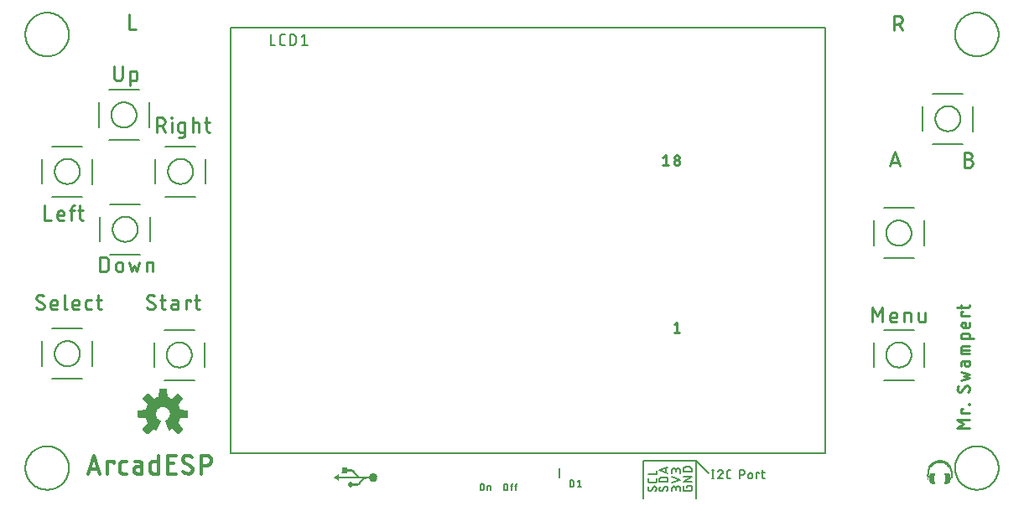
<source format=gbr>
G04 EAGLE Gerber RS-274X export*
G75*
%MOMM*%
%FSLAX34Y34*%
%LPD*%
%INSilkscreen Top*%
%IPPOS*%
%AMOC8*
5,1,8,0,0,1.08239X$1,22.5*%
G01*
%ADD10C,0.279400*%
%ADD11C,0.330200*%
%ADD12C,0.228600*%
%ADD13C,0.152400*%
%ADD14C,0.254000*%
%ADD15C,0.203200*%
%ADD16C,0.200000*%
%ADD17R,0.477519X0.005081*%
%ADD18R,0.477519X0.005075*%
%ADD19R,0.482600X0.005075*%
%ADD20R,0.914400X0.005081*%
%ADD21R,0.939800X0.005081*%
%ADD22R,0.955038X0.005075*%
%ADD23R,0.970275X0.005081*%
%ADD24R,0.985519X0.005075*%
%ADD25R,1.000756X0.005081*%
%ADD26R,1.016000X0.005081*%
%ADD27R,1.026156X0.005075*%
%ADD28R,1.036319X0.005081*%
%ADD29R,1.041400X0.005075*%
%ADD30R,1.051556X0.005081*%
%ADD31R,1.061719X0.005081*%
%ADD32R,1.071875X0.005075*%
%ADD33R,1.076956X0.005081*%
%ADD34R,1.087119X0.005075*%
%ADD35R,1.092200X0.005081*%
%ADD36R,1.102356X0.005081*%
%ADD37R,1.107438X0.005075*%
%ADD38R,1.112519X0.005081*%
%ADD39R,1.122675X0.005075*%
%ADD40R,1.127756X0.005081*%
%ADD41R,1.132838X0.005081*%
%ADD42R,1.137919X0.005075*%
%ADD43R,1.143000X0.005081*%
%ADD44R,1.153156X0.005075*%
%ADD45R,1.158238X0.005081*%
%ADD46R,1.163319X0.005081*%
%ADD47R,1.163319X0.005075*%
%ADD48R,1.168400X0.005081*%
%ADD49R,1.173475X0.005075*%
%ADD50R,0.274319X0.005081*%
%ADD51R,0.259081X0.005081*%
%ADD52R,0.248919X0.005075*%
%ADD53R,0.238756X0.005081*%
%ADD54R,0.233675X0.005075*%
%ADD55R,0.228600X0.005081*%
%ADD56R,0.223519X0.005081*%
%ADD57R,0.218438X0.005075*%
%ADD58R,0.218438X0.005081*%
%ADD59R,0.213356X0.005081*%
%ADD60R,0.213363X0.005081*%
%ADD61R,0.213356X0.005075*%
%ADD62R,0.208281X0.005075*%
%ADD63R,0.208275X0.005081*%
%ADD64R,0.208281X0.005081*%
%ADD65R,0.213363X0.005075*%
%ADD66R,0.020319X0.005081*%
%ADD67R,0.198119X0.005081*%
%ADD68R,0.045719X0.005081*%
%ADD69R,0.208275X0.005075*%
%ADD70R,0.055881X0.005081*%
%ADD71R,0.137156X0.005075*%
%ADD72R,0.182881X0.005081*%
%ADD73R,0.279400X0.005081*%
%ADD74R,0.304800X0.005075*%
%ADD75R,0.330200X0.005081*%
%ADD76R,0.350519X0.005081*%
%ADD77R,0.370838X0.005075*%
%ADD78R,0.391156X0.005081*%
%ADD79R,0.406400X0.005075*%
%ADD80R,0.421637X0.005081*%
%ADD81R,0.441956X0.005081*%
%ADD82R,0.452119X0.005075*%
%ADD83R,0.472438X0.005081*%
%ADD84R,0.492756X0.005081*%
%ADD85R,0.502919X0.005081*%
%ADD86R,0.523238X0.005075*%
%ADD87R,0.533400X0.005081*%
%ADD88R,0.543556X0.005075*%
%ADD89R,0.553719X0.005081*%
%ADD90R,0.563881X0.005081*%
%ADD91R,0.574037X0.005075*%
%ADD92R,0.584200X0.005081*%
%ADD93R,0.594356X0.005075*%
%ADD94R,0.010162X0.005075*%
%ADD95R,0.604519X0.005081*%
%ADD96R,0.015238X0.005081*%
%ADD97R,0.614681X0.005081*%
%ADD98R,0.025400X0.005081*%
%ADD99R,0.619762X0.005075*%
%ADD100R,0.035563X0.005075*%
%ADD101R,0.624838X0.005081*%
%ADD102R,0.635000X0.005075*%
%ADD103R,0.055881X0.005075*%
%ADD104R,0.645156X0.005081*%
%ADD105R,0.060963X0.005081*%
%ADD106R,0.071119X0.005081*%
%ADD107R,0.655319X0.005075*%
%ADD108R,0.081281X0.005075*%
%ADD109R,0.665481X0.005081*%
%ADD110R,0.091438X0.005081*%
%ADD111R,0.665481X0.005075*%
%ADD112R,0.096519X0.005075*%
%ADD113R,0.675638X0.005081*%
%ADD114R,0.106681X0.005081*%
%ADD115R,0.685800X0.005081*%
%ADD116R,0.116838X0.005081*%
%ADD117R,0.685800X0.005075*%
%ADD118R,0.121919X0.005075*%
%ADD119R,0.695956X0.005081*%
%ADD120R,0.132081X0.005081*%
%ADD121R,0.695956X0.005075*%
%ADD122R,0.142238X0.005075*%
%ADD123R,0.706119X0.005081*%
%ADD124R,0.147319X0.005081*%
%ADD125R,0.157481X0.005081*%
%ADD126R,0.716281X0.005075*%
%ADD127R,0.167637X0.005075*%
%ADD128R,0.716281X0.005081*%
%ADD129R,0.177800X0.005081*%
%ADD130R,0.726438X0.005075*%
%ADD131R,0.182881X0.005075*%
%ADD132R,0.726438X0.005081*%
%ADD133R,0.193038X0.005081*%
%ADD134R,0.736600X0.005081*%
%ADD135R,0.203200X0.005081*%
%ADD136R,0.736600X0.005075*%
%ADD137R,0.741681X0.005081*%
%ADD138R,0.746756X0.005075*%
%ADD139R,0.228600X0.005075*%
%ADD140R,0.746756X0.005081*%
%ADD141R,0.238763X0.005081*%
%ADD142R,0.756919X0.005081*%
%ADD143R,0.243838X0.005081*%
%ADD144R,0.756919X0.005075*%
%ADD145R,0.254000X0.005075*%
%ADD146R,0.264163X0.005081*%
%ADD147R,0.762000X0.005075*%
%ADD148R,0.274319X0.005075*%
%ADD149R,0.767081X0.005081*%
%ADD150R,0.284481X0.005081*%
%ADD151R,0.289563X0.005081*%
%ADD152R,0.772163X0.005075*%
%ADD153R,0.233681X0.005075*%
%ADD154R,0.299719X0.005075*%
%ADD155R,0.772163X0.005081*%
%ADD156R,0.309881X0.005081*%
%ADD157R,0.777238X0.005075*%
%ADD158R,0.314963X0.005075*%
%ADD159R,0.777238X0.005081*%
%ADD160R,0.264156X0.005081*%
%ADD161R,0.325119X0.005081*%
%ADD162R,0.782319X0.005081*%
%ADD163R,0.335281X0.005081*%
%ADD164R,4.185919X0.005075*%
%ADD165R,4.196081X0.005081*%
%ADD166R,4.206238X0.005075*%
%ADD167R,4.216400X0.005081*%
%ADD168R,4.221481X0.005081*%
%ADD169R,4.231638X0.005075*%
%ADD170R,4.241800X0.005081*%
%ADD171R,4.251956X0.005075*%
%ADD172R,4.262119X0.005081*%
%ADD173R,4.272275X0.005081*%
%ADD174R,4.282438X0.005075*%
%ADD175R,4.292600X0.005081*%
%ADD176R,4.297675X0.005075*%
%ADD177R,4.307837X0.005081*%
%ADD178R,4.318000X0.005081*%
%ADD179R,4.318000X0.005075*%
%ADD180R,4.287519X0.005081*%
%ADD181R,4.282438X0.005081*%
%ADD182R,4.272275X0.005075*%
%ADD183R,4.231638X0.005081*%
%ADD184R,4.221481X0.005075*%
%ADD185R,4.180837X0.005081*%
%ADD186R,0.782319X0.005075*%
%ADD187R,0.279400X0.005075*%
%ADD188R,0.335281X0.005075*%
%ADD189R,0.259075X0.005081*%
%ADD190R,0.304800X0.005081*%
%ADD191R,0.233675X0.005081*%
%ADD192R,0.299719X0.005081*%
%ADD193R,0.767081X0.005075*%
%ADD194R,0.289563X0.005075*%
%ADD195R,0.223519X0.005075*%
%ADD196R,0.269238X0.005075*%
%ADD197R,0.254000X0.005081*%
%ADD198R,0.751838X0.005075*%
%ADD199R,0.243838X0.005075*%
%ADD200R,0.203200X0.005075*%
%ADD201R,0.167637X0.005081*%
%ADD202R,0.706119X0.005075*%
%ADD203R,0.157481X0.005075*%
%ADD204R,0.137162X0.005075*%
%ADD205R,0.121919X0.005081*%
%ADD206R,0.111763X0.005075*%
%ADD207R,0.086363X0.005081*%
%ADD208R,0.655319X0.005081*%
%ADD209R,0.081281X0.005081*%
%ADD210R,0.645156X0.005075*%
%ADD211R,0.071119X0.005075*%
%ADD212R,0.635000X0.005081*%
%ADD213R,0.050800X0.005075*%
%ADD214R,0.035563X0.005081*%
%ADD215R,0.609600X0.005075*%
%ADD216R,0.025400X0.005075*%
%ADD217R,0.599438X0.005081*%
%ADD218R,0.005081X0.005075*%
%ADD219R,0.574037X0.005081*%
%ADD220R,0.563881X0.005075*%
%ADD221R,0.518162X0.005081*%
%ADD222R,0.502919X0.005075*%
%ADD223R,0.467356X0.005081*%
%ADD224R,0.452119X0.005081*%
%ADD225R,0.441956X0.005075*%
%ADD226R,0.401319X0.005075*%
%ADD227R,0.370838X0.005081*%
%ADD228R,0.350519X0.005075*%
%ADD229R,0.127000X0.005075*%
%ADD230R,0.040638X0.005075*%
%ADD231R,0.106675X0.005081*%
%ADD232R,0.187956X0.005081*%
%ADD233R,0.269238X0.005081*%
%ADD234R,0.289556X0.005075*%
%ADD235R,0.314956X0.005075*%
%ADD236R,0.340356X0.005081*%
%ADD237R,0.360675X0.005081*%
%ADD238R,0.360675X0.005075*%
%ADD239R,0.381000X0.005081*%
%ADD240R,0.391156X0.005075*%
%ADD241R,0.411475X0.005081*%
%ADD242R,0.421637X0.005075*%
%ADD243R,0.431800X0.005075*%
%ADD244R,0.431800X0.005081*%
%ADD245R,0.248919X0.005081*%
%ADD246R,0.436881X0.005081*%
%ADD247R,0.259075X0.005075*%
%ADD248R,1.153163X0.005081*%
%ADD249R,1.148075X0.005081*%
%ADD250R,1.143000X0.005075*%
%ADD251R,1.137919X0.005081*%
%ADD252R,1.127756X0.005075*%
%ADD253R,1.122681X0.005081*%
%ADD254R,1.117600X0.005075*%
%ADD255R,1.107438X0.005081*%
%ADD256R,1.097281X0.005075*%
%ADD257R,1.082037X0.005075*%
%ADD258R,1.066800X0.005081*%
%ADD259R,1.056638X0.005075*%
%ADD260R,1.046481X0.005081*%
%ADD261R,1.026156X0.005081*%
%ADD262R,1.000756X0.005075*%
%ADD263R,0.990600X0.005081*%
%ADD264R,0.975356X0.005075*%
%ADD265R,0.965200X0.005081*%
%ADD266R,0.944875X0.005081*%
%ADD267R,0.919481X0.005075*%
%ADD268R,0.894081X0.005081*%
%ADD269R,0.411475X0.005075*%
%ADD270R,0.401319X0.005081*%
%ADD271R,0.330200X0.005075*%
%ADD272R,0.320038X0.005081*%
%ADD273R,0.309875X0.005075*%
%ADD274R,0.238756X0.005075*%
%ADD275R,0.177800X0.005075*%
%ADD276R,0.111756X0.005075*%
%ADD277C,0.000000*%
%ADD278R,0.294637X0.005075*%
%ADD279R,0.314956X0.005081*%
%ADD280R,0.314963X0.005081*%
%ADD281R,0.345438X0.005075*%
%ADD282R,0.360681X0.005081*%
%ADD283R,0.375919X0.005075*%
%ADD284R,0.386081X0.005081*%
%ADD285R,0.396238X0.005081*%
%ADD286R,0.416556X0.005081*%
%ADD287R,0.416563X0.005081*%
%ADD288R,0.426719X0.005075*%
%ADD289R,0.441963X0.005081*%
%ADD290R,0.457200X0.005081*%
%ADD291R,0.462281X0.005075*%
%ADD292R,0.487681X0.005081*%
%ADD293R,0.492756X0.005075*%
%ADD294R,0.492763X0.005075*%
%ADD295R,0.497838X0.005081*%
%ADD296R,0.508000X0.005075*%
%ADD297R,0.513081X0.005081*%
%ADD298R,0.518156X0.005075*%
%ADD299R,0.518162X0.005075*%
%ADD300R,0.523238X0.005081*%
%ADD301R,0.528319X0.005075*%
%ADD302R,0.533400X0.005075*%
%ADD303R,0.538481X0.005081*%
%ADD304R,0.543563X0.005081*%
%ADD305R,0.543563X0.005075*%
%ADD306R,0.543556X0.005081*%
%ADD307R,0.548638X0.005081*%
%ADD308R,0.548638X0.005075*%
%ADD309R,0.553719X0.005075*%
%ADD310R,0.558800X0.005081*%
%ADD311R,0.558800X0.005075*%
%ADD312R,0.568963X0.005081*%
%ADD313R,0.568963X0.005075*%
%ADD314R,0.010156X0.005081*%
%ADD315R,0.010156X0.005075*%
%ADD316R,0.005075X0.005081*%
%ADD317R,0.015238X0.005075*%
%ADD318R,0.020319X0.005075*%
%ADD319R,0.030481X0.005081*%
%ADD320R,0.035556X0.005081*%
%ADD321R,0.035556X0.005075*%
%ADD322R,0.030475X0.005081*%
%ADD323R,0.040638X0.005081*%
%ADD324R,0.045719X0.005075*%
%ADD325R,0.050800X0.005081*%
%ADD326R,0.060956X0.005075*%
%ADD327R,0.060956X0.005081*%
%ADD328R,0.055875X0.005081*%
%ADD329R,0.066037X0.005081*%
%ADD330R,0.055875X0.005075*%
%ADD331R,0.066037X0.005075*%
%ADD332R,0.076200X0.005081*%
%ADD333R,0.076200X0.005075*%
%ADD334R,0.086356X0.005075*%
%ADD335R,0.086356X0.005081*%
%ADD336R,0.081275X0.005075*%
%ADD337R,0.091438X0.005075*%
%ADD338R,0.081275X0.005081*%
%ADD339R,0.096519X0.005081*%
%ADD340R,0.101600X0.005081*%
%ADD341R,0.101600X0.005075*%
%ADD342R,0.106681X0.005075*%
%ADD343R,0.111756X0.005081*%
%ADD344R,0.106675X0.005075*%
%ADD345R,0.116838X0.005075*%
%ADD346R,0.127000X0.005081*%
%ADD347R,0.132081X0.005075*%
%ADD348R,0.137156X0.005081*%
%ADD349R,0.132075X0.005081*%
%ADD350R,0.142238X0.005081*%
%ADD351R,0.132075X0.005075*%
%ADD352R,0.152400X0.005081*%
%ADD353R,0.152400X0.005075*%
%ADD354R,0.147319X0.005075*%
%ADD355R,0.157475X0.005081*%
%ADD356R,0.162556X0.005075*%
%ADD357R,0.538481X0.005075*%
%ADD358R,0.162562X0.005081*%
%ADD359R,0.172719X0.005081*%
%ADD360R,0.162562X0.005075*%
%ADD361R,0.172719X0.005075*%
%ADD362R,0.528319X0.005081*%
%ADD363R,0.187963X0.005081*%
%ADD364R,0.518156X0.005081*%
%ADD365R,0.182875X0.005075*%
%ADD366R,0.513081X0.005075*%
%ADD367R,0.193038X0.005075*%
%ADD368R,0.182875X0.005081*%
%ADD369R,0.508000X0.005081*%
%ADD370R,0.187956X0.005075*%
%ADD371R,0.198119X0.005075*%
%ADD372R,0.492763X0.005081*%
%ADD373R,0.487681X0.005075*%
%ADD374R,0.482600X0.005081*%
%ADD375R,0.462281X0.005081*%
%ADD376R,0.457200X0.005075*%
%ADD377R,0.447038X0.005081*%
%ADD378R,0.441963X0.005075*%
%ADD379R,0.426719X0.005081*%
%ADD380R,0.416556X0.005075*%
%ADD381R,0.416563X0.005075*%
%ADD382R,0.406400X0.005081*%
%ADD383R,0.396238X0.005075*%
%ADD384R,0.375919X0.005081*%
%ADD385R,0.360681X0.005075*%
%ADD386R,0.345438X0.005081*%
%ADD387R,0.289556X0.005081*%
%ADD388R,0.264156X0.005075*%
%ADD389R,0.264163X0.005075*%
%ADD390R,0.233681X0.005081*%
%ADD391R,0.259081X0.005075*%
%ADD392R,0.284481X0.005075*%
%ADD393R,0.284475X0.005075*%
%ADD394R,0.294637X0.005081*%
%ADD395R,0.309875X0.005081*%
%ADD396R,0.309881X0.005075*%
%ADD397R,0.320038X0.005075*%
%ADD398R,0.335275X0.005081*%
%ADD399R,0.340356X0.005075*%
%ADD400R,0.355600X0.005081*%
%ADD401R,0.355600X0.005075*%
%ADD402R,0.365756X0.005081*%
%ADD403R,0.381000X0.005075*%
%ADD404R,0.386075X0.005081*%
%ADD405R,0.411481X0.005081*%
%ADD406R,0.436875X0.005081*%
%ADD407R,0.436875X0.005075*%
%ADD408R,0.462275X0.005081*%
%ADD409R,0.467356X0.005075*%
%ADD410R,0.497838X0.005075*%
%ADD411R,0.568956X0.005081*%
%ADD412R,0.599438X0.005075*%
%ADD413R,0.665475X0.005081*%
%ADD414R,0.670563X0.005081*%
%ADD415R,1.391919X0.005081*%
%ADD416R,1.381756X0.005075*%
%ADD417R,1.361438X0.005081*%
%ADD418R,1.346200X0.005075*%
%ADD419R,1.330956X0.005081*%
%ADD420R,1.310638X0.005081*%
%ADD421R,1.290319X0.005075*%
%ADD422R,1.280156X0.005081*%
%ADD423R,1.259838X0.005075*%
%ADD424R,1.239519X0.005081*%
%ADD425R,1.219200X0.005081*%
%ADD426R,1.198881X0.005075*%
%ADD427R,1.183638X0.005081*%
%ADD428R,0.934719X0.005075*%
%ADD429R,0.883919X0.005081*%
%ADD430R,0.853438X0.005075*%
%ADD431R,0.822956X0.005081*%
%ADD432R,0.792481X0.005075*%
%ADD433R,0.762000X0.005081*%
%ADD434R,0.731519X0.005081*%
%ADD435R,0.690881X0.005075*%
%ADD436R,0.660400X0.005081*%
%ADD437R,0.619756X0.005075*%
%ADD438R,0.579119X0.005081*%
%ADD439R,0.365756X0.005075*%
%ADD440C,0.127000*%

G36*
X162797Y64656D02*
X162797Y64656D01*
X162905Y64666D01*
X162918Y64672D01*
X162932Y64674D01*
X163029Y64722D01*
X163128Y64767D01*
X163141Y64778D01*
X163150Y64782D01*
X163165Y64797D01*
X163242Y64860D01*
X167550Y69168D01*
X167613Y69256D01*
X167679Y69342D01*
X167684Y69355D01*
X167692Y69367D01*
X167723Y69470D01*
X167759Y69573D01*
X167759Y69587D01*
X167763Y69600D01*
X167759Y69708D01*
X167760Y69817D01*
X167755Y69830D01*
X167755Y69844D01*
X167717Y69945D01*
X167682Y70048D01*
X167673Y70063D01*
X167669Y70072D01*
X167655Y70089D01*
X167601Y70172D01*
X162787Y76075D01*
X163865Y78170D01*
X163872Y78189D01*
X163913Y78284D01*
X164631Y80528D01*
X172210Y81298D01*
X172314Y81326D01*
X172420Y81351D01*
X172432Y81358D01*
X172445Y81361D01*
X172535Y81422D01*
X172628Y81479D01*
X172636Y81490D01*
X172648Y81498D01*
X172714Y81584D01*
X172783Y81668D01*
X172787Y81681D01*
X172796Y81692D01*
X172830Y81795D01*
X172869Y81896D01*
X172870Y81914D01*
X172874Y81923D01*
X172873Y81944D01*
X172883Y82043D01*
X172883Y88137D01*
X172866Y88245D01*
X172852Y88352D01*
X172846Y88364D01*
X172844Y88378D01*
X172792Y88474D01*
X172745Y88571D01*
X172735Y88581D01*
X172729Y88593D01*
X172649Y88667D01*
X172573Y88744D01*
X172561Y88750D01*
X172551Y88760D01*
X172452Y88805D01*
X172354Y88853D01*
X172337Y88857D01*
X172328Y88861D01*
X172307Y88863D01*
X172210Y88882D01*
X164631Y89652D01*
X163913Y91896D01*
X163904Y91914D01*
X163865Y92010D01*
X162787Y94105D01*
X167601Y100009D01*
X167655Y100103D01*
X167712Y100195D01*
X167715Y100208D01*
X167722Y100220D01*
X167743Y100327D01*
X167768Y100432D01*
X167766Y100446D01*
X167769Y100460D01*
X167754Y100567D01*
X167744Y100675D01*
X167738Y100688D01*
X167736Y100702D01*
X167688Y100799D01*
X167643Y100898D01*
X167632Y100911D01*
X167628Y100920D01*
X167613Y100935D01*
X167550Y101012D01*
X163242Y105320D01*
X163154Y105383D01*
X163068Y105449D01*
X163055Y105454D01*
X163043Y105462D01*
X162940Y105493D01*
X162837Y105529D01*
X162823Y105529D01*
X162810Y105533D01*
X162702Y105529D01*
X162593Y105530D01*
X162580Y105525D01*
X162566Y105525D01*
X162465Y105487D01*
X162362Y105452D01*
X162347Y105443D01*
X162338Y105439D01*
X162321Y105425D01*
X162239Y105371D01*
X156335Y100557D01*
X154240Y101635D01*
X154221Y101642D01*
X154126Y101683D01*
X151882Y102401D01*
X151112Y109980D01*
X151084Y110084D01*
X151059Y110190D01*
X151052Y110202D01*
X151049Y110215D01*
X150988Y110305D01*
X150931Y110398D01*
X150920Y110406D01*
X150912Y110418D01*
X150826Y110484D01*
X150742Y110553D01*
X150729Y110557D01*
X150718Y110566D01*
X150615Y110600D01*
X150514Y110639D01*
X150496Y110640D01*
X150487Y110644D01*
X150466Y110643D01*
X150367Y110653D01*
X144273Y110653D01*
X144165Y110636D01*
X144058Y110622D01*
X144046Y110616D01*
X144032Y110614D01*
X143936Y110562D01*
X143839Y110515D01*
X143829Y110505D01*
X143817Y110499D01*
X143743Y110419D01*
X143666Y110343D01*
X143660Y110331D01*
X143650Y110321D01*
X143605Y110222D01*
X143557Y110124D01*
X143553Y110107D01*
X143549Y110098D01*
X143547Y110077D01*
X143528Y109980D01*
X142758Y102401D01*
X140514Y101683D01*
X140496Y101674D01*
X140400Y101635D01*
X138305Y100557D01*
X132402Y105371D01*
X132307Y105425D01*
X132215Y105482D01*
X132202Y105485D01*
X132190Y105492D01*
X132083Y105513D01*
X131978Y105538D01*
X131964Y105536D01*
X131950Y105539D01*
X131843Y105524D01*
X131735Y105514D01*
X131722Y105508D01*
X131709Y105506D01*
X131611Y105458D01*
X131512Y105413D01*
X131499Y105402D01*
X131490Y105398D01*
X131475Y105383D01*
X131398Y105320D01*
X127090Y101012D01*
X127027Y100924D01*
X126961Y100838D01*
X126956Y100825D01*
X126948Y100813D01*
X126917Y100710D01*
X126881Y100607D01*
X126881Y100593D01*
X126877Y100580D01*
X126881Y100472D01*
X126880Y100363D01*
X126885Y100350D01*
X126885Y100336D01*
X126923Y100235D01*
X126958Y100132D01*
X126967Y100117D01*
X126971Y100108D01*
X126985Y100091D01*
X127039Y100009D01*
X131853Y94105D01*
X130775Y92010D01*
X130768Y91991D01*
X130727Y91896D01*
X130009Y89652D01*
X122430Y88882D01*
X122326Y88854D01*
X122220Y88829D01*
X122208Y88822D01*
X122195Y88819D01*
X122105Y88758D01*
X122012Y88701D01*
X122004Y88690D01*
X121992Y88682D01*
X121926Y88596D01*
X121858Y88512D01*
X121853Y88499D01*
X121844Y88488D01*
X121810Y88385D01*
X121771Y88284D01*
X121770Y88266D01*
X121766Y88257D01*
X121767Y88236D01*
X121757Y88137D01*
X121757Y82043D01*
X121775Y81935D01*
X121788Y81828D01*
X121794Y81816D01*
X121796Y81802D01*
X121848Y81706D01*
X121895Y81609D01*
X121905Y81599D01*
X121911Y81587D01*
X121991Y81513D01*
X122067Y81436D01*
X122079Y81430D01*
X122090Y81420D01*
X122188Y81375D01*
X122286Y81327D01*
X122303Y81323D01*
X122312Y81319D01*
X122333Y81317D01*
X122430Y81298D01*
X130009Y80528D01*
X130727Y78284D01*
X130736Y78266D01*
X130775Y78170D01*
X131853Y76075D01*
X127039Y70172D01*
X126985Y70077D01*
X126928Y69985D01*
X126925Y69972D01*
X126918Y69960D01*
X126897Y69853D01*
X126872Y69748D01*
X126874Y69734D01*
X126871Y69720D01*
X126886Y69613D01*
X126896Y69505D01*
X126902Y69492D01*
X126904Y69479D01*
X126952Y69381D01*
X126997Y69282D01*
X127008Y69269D01*
X127012Y69260D01*
X127027Y69245D01*
X127090Y69168D01*
X131398Y64860D01*
X131486Y64797D01*
X131572Y64731D01*
X131585Y64726D01*
X131597Y64718D01*
X131700Y64687D01*
X131803Y64651D01*
X131817Y64651D01*
X131830Y64647D01*
X131938Y64651D01*
X132047Y64650D01*
X132060Y64655D01*
X132074Y64655D01*
X132175Y64693D01*
X132278Y64728D01*
X132293Y64737D01*
X132302Y64741D01*
X132319Y64755D01*
X132402Y64809D01*
X138305Y69623D01*
X140399Y68544D01*
X140452Y68527D01*
X140501Y68501D01*
X140567Y68490D01*
X140631Y68469D01*
X140687Y68470D01*
X140741Y68461D01*
X140808Y68472D01*
X140875Y68473D01*
X140927Y68491D01*
X140982Y68500D01*
X141041Y68532D01*
X141105Y68554D01*
X141149Y68589D01*
X141198Y68615D01*
X141243Y68664D01*
X141296Y68706D01*
X141327Y68753D01*
X141365Y68793D01*
X141421Y68898D01*
X141429Y68911D01*
X141430Y68916D01*
X141434Y68923D01*
X145022Y77585D01*
X145047Y77692D01*
X145076Y77798D01*
X145075Y77811D01*
X145078Y77823D01*
X145067Y77932D01*
X145060Y78042D01*
X145055Y78053D01*
X145054Y78066D01*
X145008Y78166D01*
X144967Y78267D01*
X144958Y78277D01*
X144953Y78288D01*
X144878Y78368D01*
X144806Y78451D01*
X144793Y78460D01*
X144786Y78466D01*
X144768Y78476D01*
X144683Y78533D01*
X143397Y79220D01*
X142328Y80098D01*
X141450Y81168D01*
X140797Y82388D01*
X140396Y83713D01*
X140260Y85088D01*
X140409Y86532D01*
X140849Y87913D01*
X141562Y89175D01*
X142518Y90265D01*
X143676Y91137D01*
X144988Y91753D01*
X146398Y92089D01*
X147847Y92130D01*
X149274Y91874D01*
X150618Y91332D01*
X151824Y90526D01*
X152839Y89492D01*
X153622Y88272D01*
X154139Y86917D01*
X154368Y85486D01*
X154301Y84038D01*
X153939Y82635D01*
X153298Y81334D01*
X152404Y80192D01*
X151297Y79257D01*
X149954Y78531D01*
X149869Y78465D01*
X149781Y78402D01*
X149772Y78390D01*
X149761Y78382D01*
X149701Y78292D01*
X149638Y78204D01*
X149634Y78190D01*
X149626Y78178D01*
X149599Y78074D01*
X149567Y77971D01*
X149568Y77956D01*
X149564Y77942D01*
X149572Y77834D01*
X149575Y77727D01*
X149580Y77709D01*
X149581Y77699D01*
X149590Y77678D01*
X149618Y77585D01*
X150133Y76343D01*
X150133Y76342D01*
X150443Y75594D01*
X150443Y75593D01*
X150753Y74844D01*
X151064Y74095D01*
X151684Y72596D01*
X151995Y71847D01*
X152305Y71098D01*
X152615Y70349D01*
X152615Y70348D01*
X152926Y69599D01*
X153206Y68923D01*
X153235Y68876D01*
X153256Y68824D01*
X153299Y68773D01*
X153335Y68716D01*
X153378Y68681D01*
X153414Y68638D01*
X153471Y68604D01*
X153523Y68561D01*
X153575Y68542D01*
X153623Y68513D01*
X153689Y68499D01*
X153752Y68475D01*
X153807Y68473D01*
X153862Y68462D01*
X153928Y68469D01*
X153995Y68467D01*
X154049Y68483D01*
X154104Y68490D01*
X154215Y68534D01*
X154229Y68538D01*
X154233Y68541D01*
X154241Y68544D01*
X156335Y69623D01*
X162239Y64809D01*
X162333Y64755D01*
X162425Y64698D01*
X162438Y64695D01*
X162450Y64688D01*
X162557Y64667D01*
X162662Y64642D01*
X162676Y64644D01*
X162690Y64641D01*
X162797Y64656D01*
G37*
D10*
X97917Y436753D02*
X97917Y425930D01*
X97919Y425802D01*
X97925Y425674D01*
X97935Y425546D01*
X97949Y425418D01*
X97966Y425291D01*
X97988Y425165D01*
X98013Y425039D01*
X98043Y424915D01*
X98076Y424791D01*
X98113Y424668D01*
X98154Y424546D01*
X98198Y424426D01*
X98246Y424307D01*
X98298Y424190D01*
X98353Y424074D01*
X98412Y423961D01*
X98475Y423849D01*
X98541Y423738D01*
X98610Y423631D01*
X98682Y423525D01*
X98758Y423421D01*
X98837Y423320D01*
X98919Y423221D01*
X99004Y423125D01*
X99091Y423032D01*
X99182Y422941D01*
X99275Y422854D01*
X99371Y422769D01*
X99470Y422687D01*
X99571Y422608D01*
X99675Y422532D01*
X99781Y422460D01*
X99888Y422391D01*
X99998Y422325D01*
X100111Y422262D01*
X100224Y422203D01*
X100340Y422148D01*
X100457Y422096D01*
X100576Y422048D01*
X100696Y422004D01*
X100818Y421963D01*
X100941Y421926D01*
X101065Y421893D01*
X101189Y421863D01*
X101315Y421838D01*
X101441Y421816D01*
X101568Y421799D01*
X101696Y421785D01*
X101824Y421775D01*
X101952Y421769D01*
X102080Y421767D01*
X102208Y421769D01*
X102336Y421775D01*
X102464Y421785D01*
X102592Y421799D01*
X102719Y421816D01*
X102845Y421838D01*
X102971Y421863D01*
X103095Y421893D01*
X103219Y421926D01*
X103342Y421963D01*
X103464Y422004D01*
X103584Y422048D01*
X103703Y422096D01*
X103820Y422148D01*
X103936Y422203D01*
X104049Y422262D01*
X104161Y422325D01*
X104272Y422391D01*
X104379Y422460D01*
X104485Y422532D01*
X104589Y422608D01*
X104690Y422687D01*
X104789Y422769D01*
X104885Y422854D01*
X104978Y422941D01*
X105069Y423032D01*
X105156Y423125D01*
X105241Y423221D01*
X105323Y423320D01*
X105402Y423421D01*
X105478Y423525D01*
X105550Y423631D01*
X105619Y423738D01*
X105685Y423849D01*
X105748Y423961D01*
X105807Y424074D01*
X105862Y424190D01*
X105914Y424307D01*
X105962Y424426D01*
X106006Y424546D01*
X106047Y424668D01*
X106084Y424791D01*
X106117Y424915D01*
X106147Y425039D01*
X106172Y425165D01*
X106194Y425291D01*
X106211Y425418D01*
X106225Y425546D01*
X106235Y425674D01*
X106241Y425802D01*
X106243Y425930D01*
X106243Y436753D01*
X114491Y431758D02*
X114491Y416772D01*
X114491Y431758D02*
X118654Y431758D01*
X118752Y431756D01*
X118850Y431750D01*
X118948Y431741D01*
X119045Y431727D01*
X119141Y431710D01*
X119237Y431689D01*
X119332Y431664D01*
X119426Y431636D01*
X119519Y431604D01*
X119610Y431568D01*
X119700Y431529D01*
X119788Y431486D01*
X119875Y431440D01*
X119959Y431390D01*
X120042Y431337D01*
X120122Y431281D01*
X120200Y431222D01*
X120276Y431160D01*
X120350Y431094D01*
X120420Y431026D01*
X120488Y430956D01*
X120553Y430882D01*
X120616Y430807D01*
X120675Y430728D01*
X120731Y430648D01*
X120784Y430565D01*
X120833Y430481D01*
X120880Y430394D01*
X120923Y430306D01*
X120962Y430216D01*
X120998Y430125D01*
X121030Y430032D01*
X121058Y429938D01*
X121083Y429843D01*
X121104Y429747D01*
X121121Y429651D01*
X121135Y429554D01*
X121144Y429456D01*
X121150Y429358D01*
X121152Y429260D01*
X121152Y424265D01*
X121150Y424167D01*
X121144Y424069D01*
X121135Y423971D01*
X121121Y423874D01*
X121104Y423778D01*
X121083Y423682D01*
X121058Y423587D01*
X121030Y423493D01*
X120998Y423400D01*
X120962Y423309D01*
X120923Y423219D01*
X120880Y423131D01*
X120833Y423044D01*
X120784Y422960D01*
X120731Y422877D01*
X120675Y422797D01*
X120616Y422718D01*
X120553Y422643D01*
X120488Y422569D01*
X120420Y422499D01*
X120350Y422431D01*
X120276Y422365D01*
X120200Y422303D01*
X120122Y422244D01*
X120042Y422188D01*
X119959Y422135D01*
X119875Y422085D01*
X119788Y422039D01*
X119700Y421996D01*
X119610Y421957D01*
X119519Y421921D01*
X119426Y421889D01*
X119332Y421861D01*
X119237Y421836D01*
X119141Y421815D01*
X119045Y421798D01*
X118948Y421784D01*
X118850Y421775D01*
X118752Y421769D01*
X118654Y421767D01*
X114491Y421767D01*
X28067Y295783D02*
X28067Y280797D01*
X34727Y280797D01*
X43336Y280797D02*
X47499Y280797D01*
X43336Y280797D02*
X43238Y280799D01*
X43140Y280805D01*
X43042Y280814D01*
X42945Y280828D01*
X42849Y280845D01*
X42753Y280866D01*
X42658Y280891D01*
X42564Y280919D01*
X42471Y280951D01*
X42380Y280987D01*
X42290Y281026D01*
X42202Y281069D01*
X42115Y281116D01*
X42031Y281165D01*
X41948Y281218D01*
X41868Y281274D01*
X41790Y281333D01*
X41714Y281396D01*
X41640Y281461D01*
X41570Y281529D01*
X41502Y281599D01*
X41437Y281673D01*
X41374Y281749D01*
X41315Y281827D01*
X41259Y281907D01*
X41206Y281990D01*
X41157Y282074D01*
X41110Y282161D01*
X41067Y282249D01*
X41028Y282339D01*
X40992Y282430D01*
X40960Y282523D01*
X40932Y282617D01*
X40907Y282712D01*
X40886Y282808D01*
X40869Y282904D01*
X40855Y283001D01*
X40846Y283099D01*
X40840Y283197D01*
X40838Y283295D01*
X40839Y283295D02*
X40839Y287457D01*
X40841Y287571D01*
X40847Y287684D01*
X40856Y287798D01*
X40870Y287910D01*
X40887Y288023D01*
X40909Y288135D01*
X40934Y288245D01*
X40962Y288355D01*
X40995Y288464D01*
X41031Y288572D01*
X41071Y288679D01*
X41115Y288784D01*
X41162Y288887D01*
X41212Y288989D01*
X41266Y289089D01*
X41324Y289187D01*
X41385Y289283D01*
X41448Y289377D01*
X41516Y289469D01*
X41586Y289559D01*
X41659Y289645D01*
X41735Y289730D01*
X41814Y289812D01*
X41896Y289891D01*
X41981Y289967D01*
X42067Y290040D01*
X42157Y290110D01*
X42249Y290178D01*
X42343Y290241D01*
X42439Y290302D01*
X42537Y290360D01*
X42637Y290414D01*
X42739Y290464D01*
X42842Y290511D01*
X42947Y290555D01*
X43054Y290595D01*
X43162Y290631D01*
X43271Y290664D01*
X43381Y290692D01*
X43491Y290717D01*
X43603Y290739D01*
X43716Y290756D01*
X43828Y290770D01*
X43942Y290779D01*
X44055Y290785D01*
X44169Y290787D01*
X44283Y290785D01*
X44396Y290779D01*
X44510Y290770D01*
X44622Y290756D01*
X44735Y290739D01*
X44847Y290717D01*
X44957Y290692D01*
X45067Y290664D01*
X45176Y290631D01*
X45284Y290595D01*
X45391Y290555D01*
X45496Y290511D01*
X45599Y290464D01*
X45701Y290414D01*
X45801Y290360D01*
X45899Y290302D01*
X45995Y290241D01*
X46089Y290178D01*
X46181Y290110D01*
X46271Y290040D01*
X46357Y289967D01*
X46442Y289891D01*
X46524Y289812D01*
X46603Y289730D01*
X46679Y289645D01*
X46752Y289559D01*
X46822Y289469D01*
X46890Y289377D01*
X46953Y289283D01*
X47014Y289187D01*
X47072Y289089D01*
X47126Y288989D01*
X47176Y288887D01*
X47223Y288784D01*
X47267Y288679D01*
X47307Y288572D01*
X47343Y288464D01*
X47376Y288355D01*
X47404Y288245D01*
X47429Y288135D01*
X47451Y288023D01*
X47468Y287910D01*
X47482Y287798D01*
X47491Y287684D01*
X47497Y287571D01*
X47499Y287457D01*
X47499Y285792D01*
X40839Y285792D01*
X55195Y280797D02*
X55195Y293285D01*
X55197Y293383D01*
X55203Y293481D01*
X55212Y293579D01*
X55226Y293676D01*
X55243Y293772D01*
X55264Y293868D01*
X55289Y293963D01*
X55317Y294057D01*
X55349Y294150D01*
X55385Y294241D01*
X55424Y294331D01*
X55467Y294419D01*
X55514Y294506D01*
X55563Y294590D01*
X55616Y294673D01*
X55672Y294753D01*
X55731Y294831D01*
X55793Y294907D01*
X55859Y294981D01*
X55927Y295051D01*
X55997Y295119D01*
X56071Y295184D01*
X56146Y295247D01*
X56225Y295306D01*
X56305Y295362D01*
X56388Y295415D01*
X56472Y295464D01*
X56559Y295511D01*
X56647Y295554D01*
X56737Y295593D01*
X56828Y295629D01*
X56921Y295661D01*
X57015Y295689D01*
X57110Y295714D01*
X57206Y295735D01*
X57302Y295752D01*
X57399Y295766D01*
X57497Y295775D01*
X57595Y295781D01*
X57693Y295783D01*
X58525Y295783D01*
X58525Y290788D02*
X53530Y290788D01*
X61816Y290788D02*
X66812Y290788D01*
X63482Y295783D02*
X63482Y283295D01*
X63481Y283295D02*
X63483Y283197D01*
X63489Y283099D01*
X63498Y283001D01*
X63512Y282904D01*
X63529Y282808D01*
X63550Y282712D01*
X63575Y282617D01*
X63603Y282523D01*
X63635Y282430D01*
X63671Y282339D01*
X63710Y282249D01*
X63753Y282161D01*
X63800Y282074D01*
X63849Y281990D01*
X63902Y281907D01*
X63958Y281827D01*
X64017Y281749D01*
X64080Y281673D01*
X64145Y281599D01*
X64213Y281529D01*
X64283Y281461D01*
X64357Y281396D01*
X64433Y281333D01*
X64511Y281274D01*
X64591Y281218D01*
X64674Y281165D01*
X64758Y281116D01*
X64845Y281069D01*
X64933Y281026D01*
X65023Y280987D01*
X65114Y280951D01*
X65207Y280919D01*
X65301Y280891D01*
X65396Y280866D01*
X65492Y280845D01*
X65588Y280828D01*
X65685Y280814D01*
X65783Y280805D01*
X65881Y280799D01*
X65979Y280797D01*
X66812Y280797D01*
X141097Y369697D02*
X141097Y384683D01*
X145260Y384683D01*
X145388Y384681D01*
X145516Y384675D01*
X145644Y384665D01*
X145772Y384651D01*
X145899Y384634D01*
X146025Y384612D01*
X146151Y384587D01*
X146275Y384557D01*
X146399Y384524D01*
X146522Y384487D01*
X146644Y384446D01*
X146764Y384402D01*
X146883Y384354D01*
X147000Y384302D01*
X147116Y384247D01*
X147229Y384188D01*
X147342Y384125D01*
X147452Y384059D01*
X147559Y383990D01*
X147665Y383918D01*
X147769Y383842D01*
X147870Y383763D01*
X147969Y383681D01*
X148065Y383596D01*
X148158Y383509D01*
X148249Y383418D01*
X148336Y383325D01*
X148421Y383229D01*
X148503Y383130D01*
X148582Y383029D01*
X148658Y382925D01*
X148730Y382819D01*
X148799Y382712D01*
X148865Y382602D01*
X148928Y382489D01*
X148987Y382376D01*
X149042Y382260D01*
X149094Y382143D01*
X149142Y382024D01*
X149186Y381904D01*
X149227Y381782D01*
X149264Y381659D01*
X149297Y381535D01*
X149327Y381411D01*
X149352Y381285D01*
X149374Y381159D01*
X149391Y381032D01*
X149405Y380904D01*
X149415Y380776D01*
X149421Y380648D01*
X149423Y380520D01*
X149421Y380392D01*
X149415Y380264D01*
X149405Y380136D01*
X149391Y380008D01*
X149374Y379881D01*
X149352Y379755D01*
X149327Y379629D01*
X149297Y379505D01*
X149264Y379381D01*
X149227Y379258D01*
X149186Y379136D01*
X149142Y379016D01*
X149094Y378897D01*
X149042Y378780D01*
X148987Y378664D01*
X148928Y378551D01*
X148865Y378439D01*
X148799Y378328D01*
X148730Y378221D01*
X148658Y378115D01*
X148582Y378011D01*
X148503Y377910D01*
X148421Y377811D01*
X148336Y377715D01*
X148249Y377622D01*
X148158Y377531D01*
X148065Y377444D01*
X147969Y377359D01*
X147870Y377277D01*
X147769Y377198D01*
X147665Y377122D01*
X147559Y377050D01*
X147452Y376981D01*
X147342Y376915D01*
X147229Y376852D01*
X147116Y376793D01*
X147000Y376738D01*
X146883Y376686D01*
X146764Y376638D01*
X146644Y376594D01*
X146522Y376553D01*
X146399Y376516D01*
X146275Y376483D01*
X146151Y376453D01*
X146025Y376428D01*
X145899Y376406D01*
X145772Y376389D01*
X145644Y376375D01*
X145516Y376365D01*
X145388Y376359D01*
X145260Y376357D01*
X141097Y376357D01*
X146092Y376357D02*
X149423Y369697D01*
X156064Y369697D02*
X156064Y379688D01*
X155647Y383850D02*
X155647Y384683D01*
X156480Y384683D01*
X156480Y383850D01*
X155647Y383850D01*
X165020Y369697D02*
X169183Y369697D01*
X165020Y369697D02*
X164922Y369699D01*
X164824Y369705D01*
X164726Y369714D01*
X164629Y369728D01*
X164533Y369745D01*
X164437Y369766D01*
X164342Y369791D01*
X164248Y369819D01*
X164155Y369851D01*
X164064Y369887D01*
X163974Y369926D01*
X163886Y369969D01*
X163799Y370016D01*
X163715Y370065D01*
X163632Y370118D01*
X163552Y370174D01*
X163474Y370233D01*
X163398Y370296D01*
X163324Y370361D01*
X163254Y370429D01*
X163186Y370499D01*
X163121Y370573D01*
X163058Y370649D01*
X162999Y370727D01*
X162943Y370807D01*
X162890Y370890D01*
X162841Y370974D01*
X162794Y371061D01*
X162751Y371149D01*
X162712Y371239D01*
X162676Y371330D01*
X162644Y371423D01*
X162616Y371517D01*
X162591Y371612D01*
X162570Y371708D01*
X162553Y371804D01*
X162539Y371901D01*
X162530Y371999D01*
X162524Y372097D01*
X162522Y372195D01*
X162523Y372195D02*
X162523Y377190D01*
X162522Y377190D02*
X162524Y377288D01*
X162530Y377386D01*
X162539Y377484D01*
X162553Y377581D01*
X162570Y377677D01*
X162591Y377773D01*
X162616Y377868D01*
X162644Y377962D01*
X162676Y378055D01*
X162712Y378146D01*
X162751Y378236D01*
X162794Y378324D01*
X162841Y378411D01*
X162890Y378495D01*
X162943Y378578D01*
X162999Y378658D01*
X163058Y378737D01*
X163121Y378812D01*
X163186Y378886D01*
X163254Y378956D01*
X163324Y379024D01*
X163398Y379090D01*
X163474Y379152D01*
X163552Y379211D01*
X163632Y379267D01*
X163715Y379320D01*
X163799Y379370D01*
X163886Y379416D01*
X163974Y379459D01*
X164064Y379498D01*
X164155Y379534D01*
X164248Y379566D01*
X164342Y379594D01*
X164437Y379619D01*
X164533Y379640D01*
X164629Y379657D01*
X164726Y379671D01*
X164824Y379680D01*
X164922Y379686D01*
X165020Y379688D01*
X169183Y379688D01*
X169183Y367199D01*
X169181Y367101D01*
X169175Y367003D01*
X169166Y366905D01*
X169152Y366808D01*
X169135Y366712D01*
X169114Y366616D01*
X169089Y366521D01*
X169061Y366427D01*
X169029Y366334D01*
X168993Y366243D01*
X168954Y366153D01*
X168911Y366065D01*
X168864Y365978D01*
X168815Y365894D01*
X168762Y365811D01*
X168706Y365731D01*
X168647Y365652D01*
X168584Y365577D01*
X168519Y365503D01*
X168451Y365433D01*
X168381Y365365D01*
X168307Y365299D01*
X168231Y365237D01*
X168153Y365178D01*
X168073Y365122D01*
X167990Y365069D01*
X167906Y365019D01*
X167819Y364973D01*
X167731Y364930D01*
X167641Y364891D01*
X167550Y364855D01*
X167457Y364823D01*
X167363Y364795D01*
X167268Y364770D01*
X167172Y364749D01*
X167076Y364732D01*
X166979Y364718D01*
X166881Y364709D01*
X166783Y364703D01*
X166685Y364701D01*
X166685Y364702D02*
X163355Y364702D01*
X177222Y369697D02*
X177222Y384683D01*
X177222Y379688D02*
X181385Y379688D01*
X181483Y379686D01*
X181581Y379680D01*
X181679Y379671D01*
X181776Y379657D01*
X181872Y379640D01*
X181968Y379619D01*
X182063Y379594D01*
X182157Y379566D01*
X182250Y379534D01*
X182341Y379498D01*
X182431Y379459D01*
X182519Y379416D01*
X182606Y379370D01*
X182690Y379320D01*
X182773Y379267D01*
X182853Y379211D01*
X182931Y379152D01*
X183007Y379090D01*
X183081Y379024D01*
X183151Y378956D01*
X183219Y378886D01*
X183284Y378812D01*
X183347Y378737D01*
X183406Y378658D01*
X183462Y378578D01*
X183515Y378495D01*
X183564Y378411D01*
X183611Y378324D01*
X183654Y378236D01*
X183693Y378146D01*
X183729Y378055D01*
X183761Y377962D01*
X183789Y377868D01*
X183814Y377773D01*
X183835Y377677D01*
X183852Y377581D01*
X183866Y377484D01*
X183875Y377386D01*
X183881Y377288D01*
X183883Y377190D01*
X183883Y369697D01*
X189864Y379688D02*
X194859Y379688D01*
X191529Y384683D02*
X191529Y372195D01*
X191528Y372195D02*
X191530Y372097D01*
X191536Y371999D01*
X191545Y371901D01*
X191559Y371804D01*
X191576Y371708D01*
X191597Y371612D01*
X191622Y371517D01*
X191650Y371423D01*
X191682Y371330D01*
X191718Y371239D01*
X191757Y371149D01*
X191800Y371061D01*
X191847Y370974D01*
X191896Y370890D01*
X191949Y370807D01*
X192005Y370727D01*
X192064Y370649D01*
X192127Y370573D01*
X192192Y370499D01*
X192260Y370429D01*
X192330Y370361D01*
X192404Y370296D01*
X192480Y370233D01*
X192558Y370174D01*
X192638Y370118D01*
X192721Y370065D01*
X192805Y370016D01*
X192892Y369969D01*
X192980Y369926D01*
X193070Y369887D01*
X193161Y369851D01*
X193254Y369819D01*
X193348Y369791D01*
X193443Y369766D01*
X193539Y369745D01*
X193635Y369728D01*
X193732Y369714D01*
X193830Y369705D01*
X193928Y369699D01*
X194026Y369697D01*
X194859Y369697D01*
X83947Y243713D02*
X83947Y228727D01*
X83947Y243713D02*
X88110Y243713D01*
X88238Y243711D01*
X88366Y243705D01*
X88494Y243695D01*
X88622Y243681D01*
X88749Y243664D01*
X88875Y243642D01*
X89001Y243617D01*
X89125Y243587D01*
X89249Y243554D01*
X89372Y243517D01*
X89494Y243476D01*
X89614Y243432D01*
X89733Y243384D01*
X89850Y243332D01*
X89966Y243277D01*
X90079Y243218D01*
X90192Y243155D01*
X90302Y243089D01*
X90409Y243020D01*
X90515Y242948D01*
X90619Y242872D01*
X90720Y242793D01*
X90819Y242711D01*
X90915Y242626D01*
X91008Y242539D01*
X91099Y242448D01*
X91186Y242355D01*
X91271Y242259D01*
X91353Y242160D01*
X91432Y242059D01*
X91508Y241955D01*
X91580Y241849D01*
X91649Y241742D01*
X91715Y241632D01*
X91778Y241519D01*
X91837Y241406D01*
X91892Y241290D01*
X91944Y241173D01*
X91992Y241054D01*
X92036Y240934D01*
X92077Y240812D01*
X92114Y240689D01*
X92147Y240565D01*
X92177Y240441D01*
X92202Y240315D01*
X92224Y240189D01*
X92241Y240062D01*
X92255Y239934D01*
X92265Y239806D01*
X92271Y239678D01*
X92273Y239550D01*
X92273Y232890D01*
X92271Y232762D01*
X92265Y232634D01*
X92255Y232506D01*
X92241Y232378D01*
X92224Y232251D01*
X92202Y232125D01*
X92177Y231999D01*
X92147Y231875D01*
X92114Y231751D01*
X92077Y231628D01*
X92036Y231506D01*
X91992Y231386D01*
X91944Y231267D01*
X91892Y231150D01*
X91837Y231034D01*
X91778Y230921D01*
X91715Y230809D01*
X91649Y230698D01*
X91580Y230591D01*
X91508Y230485D01*
X91432Y230381D01*
X91353Y230280D01*
X91271Y230181D01*
X91186Y230085D01*
X91099Y229992D01*
X91008Y229901D01*
X90915Y229814D01*
X90819Y229729D01*
X90720Y229647D01*
X90619Y229568D01*
X90515Y229492D01*
X90409Y229420D01*
X90302Y229351D01*
X90192Y229285D01*
X90079Y229222D01*
X89966Y229163D01*
X89850Y229108D01*
X89733Y229056D01*
X89614Y229008D01*
X89494Y228964D01*
X89372Y228923D01*
X89249Y228886D01*
X89125Y228853D01*
X89001Y228823D01*
X88875Y228798D01*
X88749Y228776D01*
X88622Y228759D01*
X88494Y228745D01*
X88366Y228735D01*
X88238Y228729D01*
X88110Y228727D01*
X83947Y228727D01*
X99890Y232057D02*
X99890Y235387D01*
X99892Y235501D01*
X99898Y235614D01*
X99907Y235728D01*
X99921Y235840D01*
X99938Y235953D01*
X99960Y236065D01*
X99985Y236175D01*
X100013Y236285D01*
X100046Y236394D01*
X100082Y236502D01*
X100122Y236609D01*
X100166Y236714D01*
X100213Y236817D01*
X100263Y236919D01*
X100317Y237019D01*
X100375Y237117D01*
X100436Y237213D01*
X100499Y237307D01*
X100567Y237399D01*
X100637Y237489D01*
X100710Y237575D01*
X100786Y237660D01*
X100865Y237742D01*
X100947Y237821D01*
X101032Y237897D01*
X101118Y237970D01*
X101208Y238040D01*
X101300Y238108D01*
X101394Y238171D01*
X101490Y238232D01*
X101588Y238290D01*
X101688Y238344D01*
X101790Y238394D01*
X101893Y238441D01*
X101998Y238485D01*
X102105Y238525D01*
X102213Y238561D01*
X102322Y238594D01*
X102432Y238622D01*
X102542Y238647D01*
X102654Y238669D01*
X102767Y238686D01*
X102879Y238700D01*
X102993Y238709D01*
X103106Y238715D01*
X103220Y238717D01*
X103334Y238715D01*
X103447Y238709D01*
X103561Y238700D01*
X103673Y238686D01*
X103786Y238669D01*
X103898Y238647D01*
X104008Y238622D01*
X104118Y238594D01*
X104227Y238561D01*
X104335Y238525D01*
X104442Y238485D01*
X104547Y238441D01*
X104650Y238394D01*
X104752Y238344D01*
X104852Y238290D01*
X104950Y238232D01*
X105046Y238171D01*
X105140Y238108D01*
X105232Y238040D01*
X105322Y237970D01*
X105408Y237897D01*
X105493Y237821D01*
X105575Y237742D01*
X105654Y237660D01*
X105730Y237575D01*
X105803Y237489D01*
X105873Y237399D01*
X105941Y237307D01*
X106004Y237213D01*
X106065Y237117D01*
X106123Y237019D01*
X106177Y236919D01*
X106227Y236817D01*
X106274Y236714D01*
X106318Y236609D01*
X106358Y236502D01*
X106394Y236394D01*
X106427Y236285D01*
X106455Y236175D01*
X106480Y236065D01*
X106502Y235953D01*
X106519Y235840D01*
X106533Y235728D01*
X106542Y235614D01*
X106548Y235501D01*
X106550Y235387D01*
X106550Y232057D01*
X106548Y231943D01*
X106542Y231830D01*
X106533Y231716D01*
X106519Y231604D01*
X106502Y231491D01*
X106480Y231379D01*
X106455Y231269D01*
X106427Y231159D01*
X106394Y231050D01*
X106358Y230942D01*
X106318Y230835D01*
X106274Y230730D01*
X106227Y230627D01*
X106177Y230525D01*
X106123Y230425D01*
X106065Y230327D01*
X106004Y230231D01*
X105941Y230137D01*
X105873Y230045D01*
X105803Y229955D01*
X105730Y229869D01*
X105654Y229784D01*
X105575Y229702D01*
X105493Y229623D01*
X105408Y229547D01*
X105322Y229474D01*
X105232Y229404D01*
X105140Y229336D01*
X105046Y229273D01*
X104950Y229212D01*
X104852Y229154D01*
X104752Y229100D01*
X104650Y229050D01*
X104547Y229003D01*
X104442Y228959D01*
X104335Y228919D01*
X104227Y228883D01*
X104118Y228850D01*
X104008Y228822D01*
X103898Y228797D01*
X103786Y228775D01*
X103673Y228758D01*
X103561Y228744D01*
X103447Y228735D01*
X103334Y228729D01*
X103220Y228727D01*
X103106Y228729D01*
X102993Y228735D01*
X102879Y228744D01*
X102767Y228758D01*
X102654Y228775D01*
X102542Y228797D01*
X102432Y228822D01*
X102322Y228850D01*
X102213Y228883D01*
X102105Y228919D01*
X101998Y228959D01*
X101893Y229003D01*
X101790Y229050D01*
X101688Y229100D01*
X101588Y229154D01*
X101490Y229212D01*
X101394Y229273D01*
X101300Y229336D01*
X101208Y229404D01*
X101118Y229474D01*
X101032Y229547D01*
X100947Y229623D01*
X100865Y229702D01*
X100786Y229784D01*
X100710Y229869D01*
X100637Y229955D01*
X100567Y230045D01*
X100499Y230137D01*
X100436Y230231D01*
X100375Y230327D01*
X100317Y230425D01*
X100263Y230525D01*
X100213Y230627D01*
X100166Y230730D01*
X100122Y230835D01*
X100082Y230942D01*
X100046Y231050D01*
X100013Y231159D01*
X99985Y231269D01*
X99960Y231379D01*
X99938Y231491D01*
X99921Y231604D01*
X99907Y231716D01*
X99898Y231830D01*
X99892Y231943D01*
X99890Y232057D01*
X113335Y238718D02*
X115832Y228727D01*
X118330Y235387D01*
X120828Y228727D01*
X123325Y238718D01*
X130631Y238718D02*
X130631Y228727D01*
X130631Y238718D02*
X134794Y238718D01*
X134892Y238716D01*
X134990Y238710D01*
X135088Y238701D01*
X135185Y238687D01*
X135281Y238670D01*
X135377Y238649D01*
X135472Y238624D01*
X135566Y238596D01*
X135659Y238564D01*
X135750Y238528D01*
X135840Y238489D01*
X135928Y238446D01*
X136015Y238400D01*
X136099Y238350D01*
X136182Y238297D01*
X136262Y238241D01*
X136340Y238182D01*
X136416Y238120D01*
X136490Y238054D01*
X136560Y237986D01*
X136628Y237916D01*
X136693Y237842D01*
X136756Y237767D01*
X136815Y237688D01*
X136871Y237608D01*
X136924Y237525D01*
X136973Y237441D01*
X137020Y237354D01*
X137063Y237266D01*
X137102Y237176D01*
X137138Y237085D01*
X137170Y236992D01*
X137198Y236898D01*
X137223Y236803D01*
X137244Y236707D01*
X137261Y236611D01*
X137275Y236514D01*
X137284Y236416D01*
X137290Y236318D01*
X137292Y236220D01*
X137292Y228727D01*
X113157Y473837D02*
X113157Y488823D01*
X113157Y473837D02*
X119817Y473837D01*
X885317Y472567D02*
X885317Y487553D01*
X889480Y487553D01*
X889608Y487551D01*
X889736Y487545D01*
X889864Y487535D01*
X889992Y487521D01*
X890119Y487504D01*
X890245Y487482D01*
X890371Y487457D01*
X890495Y487427D01*
X890619Y487394D01*
X890742Y487357D01*
X890864Y487316D01*
X890984Y487272D01*
X891103Y487224D01*
X891220Y487172D01*
X891336Y487117D01*
X891449Y487058D01*
X891562Y486995D01*
X891672Y486929D01*
X891779Y486860D01*
X891885Y486788D01*
X891989Y486712D01*
X892090Y486633D01*
X892189Y486551D01*
X892285Y486466D01*
X892378Y486379D01*
X892469Y486288D01*
X892556Y486195D01*
X892641Y486099D01*
X892723Y486000D01*
X892802Y485899D01*
X892878Y485795D01*
X892950Y485689D01*
X893019Y485582D01*
X893085Y485472D01*
X893148Y485359D01*
X893207Y485246D01*
X893262Y485130D01*
X893314Y485013D01*
X893362Y484894D01*
X893406Y484774D01*
X893447Y484652D01*
X893484Y484529D01*
X893517Y484405D01*
X893547Y484281D01*
X893572Y484155D01*
X893594Y484029D01*
X893611Y483902D01*
X893625Y483774D01*
X893635Y483646D01*
X893641Y483518D01*
X893643Y483390D01*
X893641Y483262D01*
X893635Y483134D01*
X893625Y483006D01*
X893611Y482878D01*
X893594Y482751D01*
X893572Y482625D01*
X893547Y482499D01*
X893517Y482375D01*
X893484Y482251D01*
X893447Y482128D01*
X893406Y482006D01*
X893362Y481886D01*
X893314Y481767D01*
X893262Y481650D01*
X893207Y481534D01*
X893148Y481421D01*
X893085Y481309D01*
X893019Y481198D01*
X892950Y481091D01*
X892878Y480985D01*
X892802Y480881D01*
X892723Y480780D01*
X892641Y480681D01*
X892556Y480585D01*
X892469Y480492D01*
X892378Y480401D01*
X892285Y480314D01*
X892189Y480229D01*
X892090Y480147D01*
X891989Y480068D01*
X891885Y479992D01*
X891779Y479920D01*
X891672Y479851D01*
X891562Y479785D01*
X891449Y479722D01*
X891336Y479663D01*
X891220Y479608D01*
X891103Y479556D01*
X890984Y479508D01*
X890864Y479464D01*
X890742Y479423D01*
X890619Y479386D01*
X890495Y479353D01*
X890371Y479323D01*
X890245Y479298D01*
X890119Y479276D01*
X889992Y479259D01*
X889864Y479245D01*
X889736Y479235D01*
X889608Y479229D01*
X889480Y479227D01*
X885317Y479227D01*
X890312Y479227D02*
X893643Y472567D01*
X886502Y350393D02*
X881507Y335407D01*
X891498Y335407D02*
X886502Y350393D01*
X882756Y339154D02*
X890249Y339154D01*
X956437Y342463D02*
X960600Y342463D01*
X960728Y342461D01*
X960856Y342455D01*
X960984Y342445D01*
X961112Y342431D01*
X961239Y342414D01*
X961365Y342392D01*
X961491Y342367D01*
X961615Y342337D01*
X961739Y342304D01*
X961862Y342267D01*
X961984Y342226D01*
X962104Y342182D01*
X962223Y342134D01*
X962340Y342082D01*
X962456Y342027D01*
X962569Y341968D01*
X962682Y341905D01*
X962792Y341839D01*
X962899Y341770D01*
X963005Y341698D01*
X963109Y341622D01*
X963210Y341543D01*
X963309Y341461D01*
X963405Y341376D01*
X963498Y341289D01*
X963589Y341198D01*
X963676Y341105D01*
X963761Y341009D01*
X963843Y340910D01*
X963922Y340809D01*
X963998Y340705D01*
X964070Y340599D01*
X964139Y340492D01*
X964205Y340382D01*
X964268Y340269D01*
X964327Y340156D01*
X964382Y340040D01*
X964434Y339923D01*
X964482Y339804D01*
X964526Y339684D01*
X964567Y339562D01*
X964604Y339439D01*
X964637Y339315D01*
X964667Y339191D01*
X964692Y339065D01*
X964714Y338939D01*
X964731Y338812D01*
X964745Y338684D01*
X964755Y338556D01*
X964761Y338428D01*
X964763Y338300D01*
X964761Y338172D01*
X964755Y338044D01*
X964745Y337916D01*
X964731Y337788D01*
X964714Y337661D01*
X964692Y337535D01*
X964667Y337409D01*
X964637Y337285D01*
X964604Y337161D01*
X964567Y337038D01*
X964526Y336916D01*
X964482Y336796D01*
X964434Y336677D01*
X964382Y336560D01*
X964327Y336444D01*
X964268Y336331D01*
X964205Y336219D01*
X964139Y336108D01*
X964070Y336001D01*
X963998Y335895D01*
X963922Y335791D01*
X963843Y335690D01*
X963761Y335591D01*
X963676Y335495D01*
X963589Y335402D01*
X963498Y335311D01*
X963405Y335224D01*
X963309Y335139D01*
X963210Y335057D01*
X963109Y334978D01*
X963005Y334902D01*
X962899Y334830D01*
X962792Y334761D01*
X962682Y334695D01*
X962569Y334632D01*
X962456Y334573D01*
X962340Y334518D01*
X962223Y334466D01*
X962104Y334418D01*
X961984Y334374D01*
X961862Y334333D01*
X961739Y334296D01*
X961615Y334263D01*
X961491Y334233D01*
X961365Y334208D01*
X961239Y334186D01*
X961112Y334169D01*
X960984Y334155D01*
X960856Y334145D01*
X960728Y334139D01*
X960600Y334137D01*
X956437Y334137D01*
X956437Y349123D01*
X960600Y349123D01*
X960714Y349121D01*
X960827Y349115D01*
X960941Y349106D01*
X961053Y349092D01*
X961166Y349075D01*
X961278Y349053D01*
X961388Y349028D01*
X961498Y349000D01*
X961607Y348967D01*
X961715Y348931D01*
X961822Y348891D01*
X961927Y348847D01*
X962030Y348800D01*
X962132Y348750D01*
X962232Y348696D01*
X962330Y348638D01*
X962426Y348577D01*
X962520Y348514D01*
X962612Y348446D01*
X962702Y348376D01*
X962788Y348303D01*
X962873Y348227D01*
X962955Y348148D01*
X963034Y348066D01*
X963110Y347981D01*
X963183Y347895D01*
X963253Y347805D01*
X963321Y347713D01*
X963384Y347619D01*
X963445Y347523D01*
X963503Y347425D01*
X963557Y347325D01*
X963607Y347223D01*
X963654Y347120D01*
X963698Y347015D01*
X963738Y346908D01*
X963774Y346800D01*
X963807Y346691D01*
X963835Y346581D01*
X963860Y346471D01*
X963882Y346359D01*
X963899Y346246D01*
X963913Y346134D01*
X963922Y346020D01*
X963928Y345907D01*
X963930Y345793D01*
X963928Y345679D01*
X963922Y345566D01*
X963913Y345452D01*
X963899Y345340D01*
X963882Y345227D01*
X963860Y345115D01*
X963835Y345005D01*
X963807Y344895D01*
X963774Y344786D01*
X963738Y344678D01*
X963698Y344571D01*
X963654Y344466D01*
X963607Y344363D01*
X963557Y344261D01*
X963503Y344161D01*
X963445Y344063D01*
X963384Y343967D01*
X963321Y343873D01*
X963253Y343781D01*
X963183Y343691D01*
X963110Y343605D01*
X963034Y343520D01*
X962955Y343438D01*
X962873Y343359D01*
X962788Y343283D01*
X962702Y343210D01*
X962612Y343140D01*
X962520Y343072D01*
X962426Y343009D01*
X962330Y342948D01*
X962232Y342890D01*
X962132Y342836D01*
X962030Y342786D01*
X961927Y342739D01*
X961822Y342695D01*
X961715Y342655D01*
X961607Y342619D01*
X961498Y342586D01*
X961388Y342558D01*
X961278Y342533D01*
X961166Y342511D01*
X961053Y342494D01*
X960941Y342480D01*
X960827Y342471D01*
X960714Y342465D01*
X960600Y342463D01*
X863727Y192913D02*
X863727Y177927D01*
X868722Y184587D02*
X863727Y192913D01*
X868722Y184587D02*
X873718Y192913D01*
X873718Y177927D01*
X884042Y177927D02*
X888205Y177927D01*
X884042Y177927D02*
X883944Y177929D01*
X883846Y177935D01*
X883748Y177944D01*
X883651Y177958D01*
X883555Y177975D01*
X883459Y177996D01*
X883364Y178021D01*
X883270Y178049D01*
X883177Y178081D01*
X883086Y178117D01*
X882996Y178156D01*
X882908Y178199D01*
X882821Y178246D01*
X882737Y178295D01*
X882654Y178348D01*
X882574Y178404D01*
X882496Y178463D01*
X882420Y178526D01*
X882346Y178591D01*
X882276Y178659D01*
X882208Y178729D01*
X882143Y178803D01*
X882080Y178879D01*
X882021Y178957D01*
X881965Y179037D01*
X881912Y179120D01*
X881863Y179204D01*
X881816Y179291D01*
X881773Y179379D01*
X881734Y179469D01*
X881698Y179560D01*
X881666Y179653D01*
X881638Y179747D01*
X881613Y179842D01*
X881592Y179938D01*
X881575Y180034D01*
X881561Y180131D01*
X881552Y180229D01*
X881546Y180327D01*
X881544Y180425D01*
X881544Y184587D01*
X881545Y184587D02*
X881547Y184701D01*
X881553Y184814D01*
X881562Y184928D01*
X881576Y185040D01*
X881593Y185153D01*
X881615Y185265D01*
X881640Y185375D01*
X881668Y185485D01*
X881701Y185594D01*
X881737Y185702D01*
X881777Y185809D01*
X881821Y185914D01*
X881868Y186017D01*
X881918Y186119D01*
X881972Y186219D01*
X882030Y186317D01*
X882091Y186413D01*
X882154Y186507D01*
X882222Y186599D01*
X882292Y186689D01*
X882365Y186775D01*
X882441Y186860D01*
X882520Y186942D01*
X882602Y187021D01*
X882687Y187097D01*
X882773Y187170D01*
X882863Y187240D01*
X882955Y187308D01*
X883049Y187371D01*
X883145Y187432D01*
X883243Y187490D01*
X883343Y187544D01*
X883445Y187594D01*
X883548Y187641D01*
X883653Y187685D01*
X883760Y187725D01*
X883868Y187761D01*
X883977Y187794D01*
X884087Y187822D01*
X884197Y187847D01*
X884309Y187869D01*
X884422Y187886D01*
X884534Y187900D01*
X884648Y187909D01*
X884761Y187915D01*
X884875Y187917D01*
X884989Y187915D01*
X885102Y187909D01*
X885216Y187900D01*
X885328Y187886D01*
X885441Y187869D01*
X885553Y187847D01*
X885663Y187822D01*
X885773Y187794D01*
X885882Y187761D01*
X885990Y187725D01*
X886097Y187685D01*
X886202Y187641D01*
X886305Y187594D01*
X886407Y187544D01*
X886507Y187490D01*
X886605Y187432D01*
X886701Y187371D01*
X886795Y187308D01*
X886887Y187240D01*
X886977Y187170D01*
X887063Y187097D01*
X887148Y187021D01*
X887230Y186942D01*
X887309Y186860D01*
X887385Y186775D01*
X887458Y186689D01*
X887528Y186599D01*
X887596Y186507D01*
X887659Y186413D01*
X887720Y186317D01*
X887778Y186219D01*
X887832Y186119D01*
X887882Y186017D01*
X887929Y185914D01*
X887973Y185809D01*
X888013Y185702D01*
X888049Y185594D01*
X888082Y185485D01*
X888110Y185375D01*
X888135Y185265D01*
X888157Y185153D01*
X888174Y185040D01*
X888188Y184928D01*
X888197Y184814D01*
X888203Y184701D01*
X888205Y184587D01*
X888205Y182922D01*
X881544Y182922D01*
X895612Y177927D02*
X895612Y187918D01*
X899775Y187918D01*
X899873Y187916D01*
X899971Y187910D01*
X900069Y187901D01*
X900166Y187887D01*
X900262Y187870D01*
X900358Y187849D01*
X900453Y187824D01*
X900547Y187796D01*
X900640Y187764D01*
X900731Y187728D01*
X900821Y187689D01*
X900909Y187646D01*
X900996Y187600D01*
X901080Y187550D01*
X901163Y187497D01*
X901243Y187441D01*
X901321Y187382D01*
X901397Y187320D01*
X901471Y187254D01*
X901541Y187186D01*
X901609Y187116D01*
X901674Y187042D01*
X901737Y186967D01*
X901796Y186888D01*
X901852Y186808D01*
X901905Y186725D01*
X901954Y186641D01*
X902001Y186554D01*
X902044Y186466D01*
X902083Y186376D01*
X902119Y186285D01*
X902151Y186192D01*
X902179Y186098D01*
X902204Y186003D01*
X902225Y185907D01*
X902242Y185811D01*
X902256Y185714D01*
X902265Y185616D01*
X902271Y185518D01*
X902273Y185420D01*
X902273Y177927D01*
X910202Y180425D02*
X910202Y187918D01*
X910201Y180425D02*
X910203Y180327D01*
X910209Y180229D01*
X910218Y180131D01*
X910232Y180034D01*
X910249Y179938D01*
X910270Y179842D01*
X910295Y179747D01*
X910323Y179653D01*
X910355Y179560D01*
X910391Y179469D01*
X910430Y179379D01*
X910473Y179291D01*
X910520Y179204D01*
X910569Y179120D01*
X910622Y179037D01*
X910678Y178957D01*
X910737Y178879D01*
X910800Y178803D01*
X910865Y178729D01*
X910933Y178659D01*
X911003Y178591D01*
X911077Y178526D01*
X911153Y178463D01*
X911231Y178404D01*
X911311Y178348D01*
X911394Y178295D01*
X911478Y178246D01*
X911565Y178199D01*
X911653Y178156D01*
X911743Y178117D01*
X911834Y178081D01*
X911927Y178049D01*
X912021Y178021D01*
X912116Y177996D01*
X912212Y177975D01*
X912308Y177958D01*
X912405Y177944D01*
X912503Y177935D01*
X912601Y177929D01*
X912699Y177927D01*
X916862Y177927D01*
X916862Y187918D01*
X27502Y193957D02*
X27500Y193843D01*
X27494Y193730D01*
X27485Y193616D01*
X27471Y193504D01*
X27454Y193391D01*
X27432Y193279D01*
X27407Y193169D01*
X27379Y193059D01*
X27346Y192950D01*
X27310Y192842D01*
X27270Y192735D01*
X27226Y192630D01*
X27179Y192527D01*
X27129Y192425D01*
X27075Y192325D01*
X27017Y192227D01*
X26956Y192131D01*
X26893Y192037D01*
X26825Y191945D01*
X26755Y191855D01*
X26682Y191769D01*
X26606Y191684D01*
X26527Y191602D01*
X26445Y191523D01*
X26361Y191447D01*
X26274Y191374D01*
X26184Y191304D01*
X26092Y191237D01*
X25998Y191173D01*
X25902Y191112D01*
X25804Y191054D01*
X25704Y191000D01*
X25602Y190950D01*
X25499Y190903D01*
X25394Y190859D01*
X25287Y190819D01*
X25179Y190783D01*
X25070Y190750D01*
X24960Y190722D01*
X24850Y190697D01*
X24738Y190675D01*
X24625Y190658D01*
X24513Y190644D01*
X24399Y190635D01*
X24286Y190629D01*
X24172Y190627D01*
X24004Y190629D01*
X23836Y190635D01*
X23668Y190645D01*
X23500Y190659D01*
X23332Y190677D01*
X23166Y190699D01*
X22999Y190725D01*
X22834Y190755D01*
X22669Y190789D01*
X22505Y190827D01*
X22342Y190869D01*
X22180Y190915D01*
X22019Y190965D01*
X21859Y191018D01*
X21701Y191075D01*
X21544Y191136D01*
X21389Y191201D01*
X21235Y191269D01*
X21083Y191342D01*
X20933Y191417D01*
X20784Y191497D01*
X20637Y191579D01*
X20493Y191666D01*
X20351Y191755D01*
X20210Y191849D01*
X20072Y191945D01*
X19937Y192045D01*
X19804Y192148D01*
X19673Y192254D01*
X19545Y192363D01*
X19419Y192475D01*
X19297Y192590D01*
X19177Y192708D01*
X19594Y202283D02*
X19596Y202397D01*
X19602Y202510D01*
X19611Y202624D01*
X19625Y202736D01*
X19642Y202849D01*
X19664Y202961D01*
X19689Y203071D01*
X19717Y203181D01*
X19750Y203290D01*
X19786Y203398D01*
X19826Y203505D01*
X19870Y203610D01*
X19917Y203713D01*
X19967Y203815D01*
X20021Y203915D01*
X20079Y204013D01*
X20140Y204109D01*
X20203Y204203D01*
X20271Y204295D01*
X20341Y204385D01*
X20414Y204471D01*
X20490Y204556D01*
X20569Y204638D01*
X20651Y204717D01*
X20736Y204793D01*
X20822Y204866D01*
X20912Y204936D01*
X21004Y205004D01*
X21098Y205067D01*
X21194Y205128D01*
X21292Y205186D01*
X21392Y205240D01*
X21494Y205290D01*
X21597Y205337D01*
X21702Y205381D01*
X21809Y205421D01*
X21917Y205457D01*
X22026Y205490D01*
X22136Y205518D01*
X22246Y205543D01*
X22358Y205565D01*
X22471Y205582D01*
X22583Y205596D01*
X22697Y205605D01*
X22810Y205611D01*
X22924Y205613D01*
X23079Y205611D01*
X23233Y205605D01*
X23387Y205596D01*
X23541Y205582D01*
X23695Y205565D01*
X23848Y205544D01*
X24000Y205520D01*
X24152Y205491D01*
X24303Y205459D01*
X24454Y205423D01*
X24603Y205383D01*
X24751Y205340D01*
X24899Y205293D01*
X25045Y205242D01*
X25189Y205188D01*
X25333Y205130D01*
X25474Y205068D01*
X25615Y205004D01*
X25753Y204935D01*
X25890Y204864D01*
X26025Y204788D01*
X26158Y204710D01*
X26290Y204628D01*
X26419Y204543D01*
X26546Y204455D01*
X26670Y204364D01*
X21258Y199369D02*
X21161Y199428D01*
X21067Y199491D01*
X20974Y199556D01*
X20884Y199625D01*
X20796Y199696D01*
X20711Y199771D01*
X20628Y199848D01*
X20548Y199928D01*
X20470Y200010D01*
X20396Y200096D01*
X20324Y200183D01*
X20255Y200273D01*
X20189Y200365D01*
X20127Y200460D01*
X20067Y200556D01*
X20011Y200654D01*
X19958Y200755D01*
X19909Y200857D01*
X19863Y200960D01*
X19820Y201065D01*
X19781Y201171D01*
X19745Y201279D01*
X19714Y201388D01*
X19686Y201497D01*
X19661Y201608D01*
X19640Y201719D01*
X19623Y201831D01*
X19610Y201944D01*
X19601Y202057D01*
X19595Y202170D01*
X19593Y202283D01*
X25837Y196871D02*
X25934Y196812D01*
X26028Y196749D01*
X26121Y196684D01*
X26211Y196615D01*
X26299Y196544D01*
X26384Y196469D01*
X26467Y196392D01*
X26547Y196312D01*
X26625Y196230D01*
X26699Y196144D01*
X26771Y196057D01*
X26840Y195967D01*
X26906Y195875D01*
X26968Y195780D01*
X27028Y195684D01*
X27084Y195586D01*
X27137Y195485D01*
X27186Y195383D01*
X27233Y195280D01*
X27275Y195175D01*
X27314Y195069D01*
X27350Y194961D01*
X27381Y194852D01*
X27409Y194743D01*
X27434Y194632D01*
X27455Y194521D01*
X27472Y194409D01*
X27485Y194296D01*
X27494Y194183D01*
X27500Y194070D01*
X27502Y193957D01*
X25837Y196871D02*
X21258Y199369D01*
X36575Y190627D02*
X40738Y190627D01*
X36575Y190627D02*
X36477Y190629D01*
X36379Y190635D01*
X36281Y190644D01*
X36184Y190658D01*
X36088Y190675D01*
X35992Y190696D01*
X35897Y190721D01*
X35803Y190749D01*
X35710Y190781D01*
X35619Y190817D01*
X35529Y190856D01*
X35441Y190899D01*
X35354Y190946D01*
X35270Y190995D01*
X35187Y191048D01*
X35107Y191104D01*
X35029Y191163D01*
X34953Y191226D01*
X34879Y191291D01*
X34809Y191359D01*
X34741Y191429D01*
X34676Y191503D01*
X34613Y191579D01*
X34554Y191657D01*
X34498Y191737D01*
X34445Y191820D01*
X34396Y191904D01*
X34349Y191991D01*
X34306Y192079D01*
X34267Y192169D01*
X34231Y192260D01*
X34199Y192353D01*
X34171Y192447D01*
X34146Y192542D01*
X34125Y192638D01*
X34108Y192734D01*
X34094Y192831D01*
X34085Y192929D01*
X34079Y193027D01*
X34077Y193125D01*
X34078Y193125D02*
X34078Y197287D01*
X34080Y197401D01*
X34086Y197514D01*
X34095Y197628D01*
X34109Y197740D01*
X34126Y197853D01*
X34148Y197965D01*
X34173Y198075D01*
X34201Y198185D01*
X34234Y198294D01*
X34270Y198402D01*
X34310Y198509D01*
X34354Y198614D01*
X34401Y198717D01*
X34451Y198819D01*
X34505Y198919D01*
X34563Y199017D01*
X34624Y199113D01*
X34687Y199207D01*
X34755Y199299D01*
X34825Y199389D01*
X34898Y199475D01*
X34974Y199560D01*
X35053Y199642D01*
X35135Y199721D01*
X35220Y199797D01*
X35306Y199870D01*
X35396Y199940D01*
X35488Y200008D01*
X35582Y200071D01*
X35678Y200132D01*
X35776Y200190D01*
X35876Y200244D01*
X35978Y200294D01*
X36081Y200341D01*
X36186Y200385D01*
X36293Y200425D01*
X36401Y200461D01*
X36510Y200494D01*
X36620Y200522D01*
X36730Y200547D01*
X36842Y200569D01*
X36955Y200586D01*
X37067Y200600D01*
X37181Y200609D01*
X37294Y200615D01*
X37408Y200617D01*
X37522Y200615D01*
X37635Y200609D01*
X37749Y200600D01*
X37861Y200586D01*
X37974Y200569D01*
X38086Y200547D01*
X38196Y200522D01*
X38306Y200494D01*
X38415Y200461D01*
X38523Y200425D01*
X38630Y200385D01*
X38735Y200341D01*
X38838Y200294D01*
X38940Y200244D01*
X39040Y200190D01*
X39138Y200132D01*
X39234Y200071D01*
X39328Y200008D01*
X39420Y199940D01*
X39510Y199870D01*
X39596Y199797D01*
X39681Y199721D01*
X39763Y199642D01*
X39842Y199560D01*
X39918Y199475D01*
X39991Y199389D01*
X40061Y199299D01*
X40129Y199207D01*
X40192Y199113D01*
X40253Y199017D01*
X40311Y198919D01*
X40365Y198819D01*
X40415Y198717D01*
X40462Y198614D01*
X40506Y198509D01*
X40546Y198402D01*
X40582Y198294D01*
X40615Y198185D01*
X40643Y198075D01*
X40668Y197965D01*
X40690Y197853D01*
X40707Y197740D01*
X40721Y197628D01*
X40730Y197514D01*
X40736Y197401D01*
X40738Y197287D01*
X40738Y195622D01*
X34078Y195622D01*
X47717Y193125D02*
X47717Y205613D01*
X47717Y193125D02*
X47719Y193027D01*
X47725Y192929D01*
X47734Y192831D01*
X47748Y192734D01*
X47765Y192638D01*
X47786Y192542D01*
X47811Y192447D01*
X47839Y192353D01*
X47871Y192260D01*
X47907Y192169D01*
X47946Y192079D01*
X47989Y191991D01*
X48036Y191904D01*
X48085Y191820D01*
X48138Y191737D01*
X48194Y191657D01*
X48253Y191579D01*
X48316Y191503D01*
X48381Y191429D01*
X48449Y191359D01*
X48519Y191291D01*
X48593Y191226D01*
X48669Y191163D01*
X48747Y191104D01*
X48827Y191048D01*
X48910Y190995D01*
X48994Y190946D01*
X49081Y190899D01*
X49169Y190856D01*
X49259Y190817D01*
X49350Y190781D01*
X49443Y190749D01*
X49537Y190721D01*
X49632Y190696D01*
X49728Y190675D01*
X49824Y190658D01*
X49921Y190644D01*
X50019Y190635D01*
X50117Y190629D01*
X50215Y190627D01*
X58459Y190627D02*
X62622Y190627D01*
X58459Y190627D02*
X58361Y190629D01*
X58263Y190635D01*
X58165Y190644D01*
X58068Y190658D01*
X57972Y190675D01*
X57876Y190696D01*
X57781Y190721D01*
X57687Y190749D01*
X57594Y190781D01*
X57503Y190817D01*
X57413Y190856D01*
X57325Y190899D01*
X57238Y190946D01*
X57154Y190995D01*
X57071Y191048D01*
X56991Y191104D01*
X56913Y191163D01*
X56837Y191226D01*
X56763Y191291D01*
X56693Y191359D01*
X56625Y191429D01*
X56560Y191503D01*
X56497Y191579D01*
X56438Y191657D01*
X56382Y191737D01*
X56329Y191820D01*
X56280Y191904D01*
X56233Y191991D01*
X56190Y192079D01*
X56151Y192169D01*
X56115Y192260D01*
X56083Y192353D01*
X56055Y192447D01*
X56030Y192542D01*
X56009Y192638D01*
X55992Y192734D01*
X55978Y192831D01*
X55969Y192929D01*
X55963Y193027D01*
X55961Y193125D01*
X55961Y197287D01*
X55962Y197287D02*
X55964Y197401D01*
X55970Y197514D01*
X55979Y197628D01*
X55993Y197740D01*
X56010Y197853D01*
X56032Y197965D01*
X56057Y198075D01*
X56085Y198185D01*
X56118Y198294D01*
X56154Y198402D01*
X56194Y198509D01*
X56238Y198614D01*
X56285Y198717D01*
X56335Y198819D01*
X56389Y198919D01*
X56447Y199017D01*
X56508Y199113D01*
X56571Y199207D01*
X56639Y199299D01*
X56709Y199389D01*
X56782Y199475D01*
X56858Y199560D01*
X56937Y199642D01*
X57019Y199721D01*
X57104Y199797D01*
X57190Y199870D01*
X57280Y199940D01*
X57372Y200008D01*
X57466Y200071D01*
X57562Y200132D01*
X57660Y200190D01*
X57760Y200244D01*
X57862Y200294D01*
X57965Y200341D01*
X58070Y200385D01*
X58177Y200425D01*
X58285Y200461D01*
X58394Y200494D01*
X58504Y200522D01*
X58614Y200547D01*
X58726Y200569D01*
X58839Y200586D01*
X58951Y200600D01*
X59065Y200609D01*
X59178Y200615D01*
X59292Y200617D01*
X59406Y200615D01*
X59519Y200609D01*
X59633Y200600D01*
X59745Y200586D01*
X59858Y200569D01*
X59970Y200547D01*
X60080Y200522D01*
X60190Y200494D01*
X60299Y200461D01*
X60407Y200425D01*
X60514Y200385D01*
X60619Y200341D01*
X60722Y200294D01*
X60824Y200244D01*
X60924Y200190D01*
X61022Y200132D01*
X61118Y200071D01*
X61212Y200008D01*
X61304Y199940D01*
X61394Y199870D01*
X61480Y199797D01*
X61565Y199721D01*
X61647Y199642D01*
X61726Y199560D01*
X61802Y199475D01*
X61875Y199389D01*
X61945Y199299D01*
X62013Y199207D01*
X62076Y199113D01*
X62137Y199017D01*
X62195Y198919D01*
X62249Y198819D01*
X62299Y198717D01*
X62346Y198614D01*
X62390Y198509D01*
X62430Y198402D01*
X62466Y198294D01*
X62499Y198185D01*
X62527Y198075D01*
X62552Y197965D01*
X62574Y197853D01*
X62591Y197740D01*
X62605Y197628D01*
X62614Y197514D01*
X62620Y197401D01*
X62622Y197287D01*
X62622Y195622D01*
X55961Y195622D01*
X72033Y190627D02*
X75363Y190627D01*
X72033Y190627D02*
X71935Y190629D01*
X71837Y190635D01*
X71739Y190644D01*
X71642Y190658D01*
X71546Y190675D01*
X71450Y190696D01*
X71355Y190721D01*
X71261Y190749D01*
X71168Y190781D01*
X71077Y190817D01*
X70987Y190856D01*
X70899Y190899D01*
X70812Y190946D01*
X70728Y190995D01*
X70645Y191048D01*
X70565Y191104D01*
X70487Y191163D01*
X70411Y191226D01*
X70337Y191291D01*
X70267Y191359D01*
X70199Y191429D01*
X70134Y191503D01*
X70071Y191579D01*
X70012Y191657D01*
X69956Y191737D01*
X69903Y191820D01*
X69854Y191904D01*
X69807Y191991D01*
X69764Y192079D01*
X69725Y192169D01*
X69689Y192260D01*
X69657Y192353D01*
X69629Y192447D01*
X69604Y192542D01*
X69583Y192638D01*
X69566Y192734D01*
X69552Y192831D01*
X69543Y192929D01*
X69537Y193027D01*
X69535Y193125D01*
X69535Y198120D01*
X69537Y198218D01*
X69543Y198316D01*
X69552Y198414D01*
X69566Y198511D01*
X69583Y198607D01*
X69604Y198703D01*
X69629Y198798D01*
X69657Y198892D01*
X69689Y198985D01*
X69725Y199076D01*
X69764Y199166D01*
X69807Y199254D01*
X69854Y199341D01*
X69903Y199425D01*
X69956Y199508D01*
X70012Y199588D01*
X70071Y199667D01*
X70134Y199742D01*
X70199Y199816D01*
X70267Y199886D01*
X70337Y199954D01*
X70411Y200020D01*
X70487Y200082D01*
X70565Y200141D01*
X70645Y200197D01*
X70728Y200250D01*
X70812Y200300D01*
X70899Y200346D01*
X70987Y200389D01*
X71077Y200428D01*
X71168Y200464D01*
X71261Y200496D01*
X71355Y200524D01*
X71450Y200549D01*
X71546Y200570D01*
X71642Y200587D01*
X71739Y200601D01*
X71837Y200610D01*
X71935Y200616D01*
X72033Y200618D01*
X75363Y200618D01*
X80066Y200618D02*
X85061Y200618D01*
X81731Y205613D02*
X81731Y193125D01*
X81730Y193125D02*
X81732Y193027D01*
X81738Y192929D01*
X81747Y192831D01*
X81761Y192734D01*
X81778Y192638D01*
X81799Y192542D01*
X81824Y192447D01*
X81852Y192353D01*
X81884Y192260D01*
X81920Y192169D01*
X81959Y192079D01*
X82002Y191991D01*
X82049Y191904D01*
X82098Y191820D01*
X82151Y191737D01*
X82207Y191657D01*
X82266Y191579D01*
X82329Y191503D01*
X82394Y191429D01*
X82462Y191359D01*
X82532Y191291D01*
X82606Y191226D01*
X82682Y191163D01*
X82760Y191104D01*
X82840Y191048D01*
X82923Y190995D01*
X83007Y190946D01*
X83094Y190899D01*
X83182Y190856D01*
X83272Y190817D01*
X83363Y190781D01*
X83456Y190749D01*
X83550Y190721D01*
X83645Y190696D01*
X83741Y190675D01*
X83837Y190658D01*
X83934Y190644D01*
X84032Y190635D01*
X84130Y190629D01*
X84228Y190627D01*
X85061Y190627D01*
X135932Y190627D02*
X136046Y190629D01*
X136159Y190635D01*
X136273Y190644D01*
X136385Y190658D01*
X136498Y190675D01*
X136610Y190697D01*
X136720Y190722D01*
X136830Y190750D01*
X136939Y190783D01*
X137047Y190819D01*
X137154Y190859D01*
X137259Y190903D01*
X137362Y190950D01*
X137464Y191000D01*
X137564Y191054D01*
X137662Y191112D01*
X137758Y191173D01*
X137852Y191237D01*
X137944Y191304D01*
X138034Y191374D01*
X138121Y191447D01*
X138205Y191523D01*
X138287Y191602D01*
X138366Y191684D01*
X138442Y191769D01*
X138515Y191855D01*
X138585Y191945D01*
X138653Y192037D01*
X138716Y192131D01*
X138777Y192227D01*
X138835Y192325D01*
X138889Y192425D01*
X138939Y192527D01*
X138986Y192630D01*
X139030Y192735D01*
X139070Y192842D01*
X139106Y192950D01*
X139139Y193059D01*
X139167Y193169D01*
X139192Y193279D01*
X139214Y193391D01*
X139231Y193504D01*
X139245Y193616D01*
X139254Y193730D01*
X139260Y193843D01*
X139262Y193957D01*
X135932Y190627D02*
X135764Y190629D01*
X135596Y190635D01*
X135428Y190645D01*
X135260Y190659D01*
X135092Y190677D01*
X134926Y190699D01*
X134759Y190725D01*
X134594Y190755D01*
X134429Y190789D01*
X134265Y190827D01*
X134102Y190869D01*
X133940Y190915D01*
X133779Y190965D01*
X133619Y191018D01*
X133461Y191075D01*
X133304Y191136D01*
X133149Y191201D01*
X132995Y191269D01*
X132843Y191342D01*
X132693Y191417D01*
X132544Y191497D01*
X132397Y191579D01*
X132253Y191666D01*
X132111Y191755D01*
X131970Y191849D01*
X131832Y191945D01*
X131697Y192045D01*
X131564Y192148D01*
X131433Y192254D01*
X131305Y192363D01*
X131179Y192475D01*
X131057Y192590D01*
X130937Y192708D01*
X131354Y202283D02*
X131356Y202397D01*
X131362Y202510D01*
X131371Y202624D01*
X131385Y202736D01*
X131402Y202849D01*
X131424Y202961D01*
X131449Y203071D01*
X131477Y203181D01*
X131510Y203290D01*
X131546Y203398D01*
X131586Y203505D01*
X131630Y203610D01*
X131677Y203713D01*
X131727Y203815D01*
X131781Y203915D01*
X131839Y204013D01*
X131900Y204109D01*
X131963Y204203D01*
X132031Y204295D01*
X132101Y204385D01*
X132174Y204471D01*
X132250Y204556D01*
X132329Y204638D01*
X132411Y204717D01*
X132496Y204793D01*
X132582Y204866D01*
X132672Y204936D01*
X132764Y205004D01*
X132858Y205067D01*
X132954Y205128D01*
X133052Y205186D01*
X133152Y205240D01*
X133254Y205290D01*
X133357Y205337D01*
X133462Y205381D01*
X133569Y205421D01*
X133677Y205457D01*
X133786Y205490D01*
X133896Y205518D01*
X134006Y205543D01*
X134118Y205565D01*
X134231Y205582D01*
X134343Y205596D01*
X134457Y205605D01*
X134570Y205611D01*
X134684Y205613D01*
X134839Y205611D01*
X134993Y205605D01*
X135147Y205596D01*
X135301Y205582D01*
X135455Y205565D01*
X135608Y205544D01*
X135760Y205520D01*
X135912Y205491D01*
X136063Y205459D01*
X136214Y205423D01*
X136363Y205383D01*
X136511Y205340D01*
X136659Y205293D01*
X136805Y205242D01*
X136949Y205188D01*
X137093Y205130D01*
X137234Y205068D01*
X137375Y205004D01*
X137513Y204935D01*
X137650Y204864D01*
X137785Y204788D01*
X137918Y204710D01*
X138050Y204628D01*
X138179Y204543D01*
X138306Y204455D01*
X138430Y204364D01*
X133018Y199369D02*
X132921Y199428D01*
X132827Y199491D01*
X132734Y199556D01*
X132644Y199625D01*
X132556Y199696D01*
X132471Y199771D01*
X132388Y199848D01*
X132308Y199928D01*
X132230Y200010D01*
X132156Y200096D01*
X132084Y200183D01*
X132015Y200273D01*
X131949Y200365D01*
X131887Y200460D01*
X131827Y200556D01*
X131771Y200654D01*
X131718Y200755D01*
X131669Y200857D01*
X131623Y200960D01*
X131580Y201065D01*
X131541Y201171D01*
X131505Y201279D01*
X131474Y201388D01*
X131446Y201497D01*
X131421Y201608D01*
X131400Y201719D01*
X131383Y201831D01*
X131370Y201944D01*
X131361Y202057D01*
X131355Y202170D01*
X131353Y202283D01*
X137597Y196871D02*
X137694Y196812D01*
X137788Y196749D01*
X137881Y196684D01*
X137971Y196615D01*
X138059Y196544D01*
X138144Y196469D01*
X138227Y196392D01*
X138307Y196312D01*
X138385Y196230D01*
X138459Y196144D01*
X138531Y196057D01*
X138600Y195967D01*
X138666Y195875D01*
X138728Y195780D01*
X138788Y195684D01*
X138844Y195586D01*
X138897Y195485D01*
X138946Y195383D01*
X138993Y195280D01*
X139035Y195175D01*
X139074Y195069D01*
X139110Y194961D01*
X139141Y194852D01*
X139169Y194743D01*
X139194Y194632D01*
X139215Y194521D01*
X139232Y194409D01*
X139245Y194296D01*
X139254Y194183D01*
X139260Y194070D01*
X139262Y193957D01*
X137597Y196871D02*
X133018Y199369D01*
X144411Y200618D02*
X149406Y200618D01*
X146076Y205613D02*
X146076Y193125D01*
X146078Y193027D01*
X146084Y192929D01*
X146093Y192831D01*
X146107Y192734D01*
X146124Y192638D01*
X146145Y192542D01*
X146170Y192447D01*
X146198Y192353D01*
X146230Y192260D01*
X146266Y192169D01*
X146305Y192079D01*
X146348Y191991D01*
X146395Y191904D01*
X146444Y191820D01*
X146497Y191737D01*
X146553Y191657D01*
X146612Y191579D01*
X146675Y191503D01*
X146740Y191429D01*
X146808Y191359D01*
X146878Y191291D01*
X146952Y191226D01*
X147028Y191163D01*
X147106Y191104D01*
X147186Y191048D01*
X147269Y190995D01*
X147353Y190946D01*
X147440Y190899D01*
X147528Y190856D01*
X147618Y190817D01*
X147709Y190781D01*
X147802Y190749D01*
X147896Y190721D01*
X147991Y190696D01*
X148087Y190675D01*
X148183Y190658D01*
X148280Y190644D01*
X148378Y190635D01*
X148476Y190629D01*
X148574Y190627D01*
X149406Y190627D01*
X158541Y196455D02*
X162287Y196455D01*
X158541Y196455D02*
X158435Y196453D01*
X158328Y196447D01*
X158222Y196438D01*
X158117Y196424D01*
X158012Y196407D01*
X157907Y196385D01*
X157804Y196360D01*
X157701Y196331D01*
X157600Y196299D01*
X157500Y196263D01*
X157401Y196223D01*
X157304Y196179D01*
X157209Y196133D01*
X157115Y196082D01*
X157023Y196028D01*
X156933Y195971D01*
X156845Y195911D01*
X156760Y195847D01*
X156677Y195781D01*
X156596Y195711D01*
X156518Y195639D01*
X156443Y195564D01*
X156371Y195486D01*
X156301Y195405D01*
X156235Y195322D01*
X156171Y195237D01*
X156111Y195149D01*
X156054Y195059D01*
X156000Y194967D01*
X155949Y194873D01*
X155903Y194778D01*
X155859Y194681D01*
X155819Y194582D01*
X155783Y194482D01*
X155751Y194381D01*
X155722Y194278D01*
X155697Y194175D01*
X155675Y194070D01*
X155658Y193965D01*
X155644Y193860D01*
X155635Y193754D01*
X155629Y193647D01*
X155627Y193541D01*
X155629Y193435D01*
X155635Y193328D01*
X155644Y193222D01*
X155658Y193117D01*
X155675Y193012D01*
X155697Y192907D01*
X155722Y192804D01*
X155751Y192701D01*
X155783Y192600D01*
X155819Y192500D01*
X155859Y192401D01*
X155903Y192304D01*
X155949Y192209D01*
X156000Y192115D01*
X156054Y192023D01*
X156111Y191933D01*
X156171Y191845D01*
X156235Y191760D01*
X156301Y191677D01*
X156371Y191596D01*
X156443Y191518D01*
X156518Y191443D01*
X156596Y191371D01*
X156677Y191301D01*
X156760Y191235D01*
X156845Y191171D01*
X156933Y191111D01*
X157023Y191054D01*
X157115Y191000D01*
X157209Y190949D01*
X157304Y190903D01*
X157401Y190859D01*
X157500Y190819D01*
X157600Y190783D01*
X157701Y190751D01*
X157804Y190722D01*
X157907Y190697D01*
X158012Y190675D01*
X158117Y190658D01*
X158222Y190644D01*
X158328Y190635D01*
X158435Y190629D01*
X158541Y190627D01*
X162287Y190627D01*
X162287Y198120D01*
X162288Y198120D02*
X162286Y198218D01*
X162280Y198316D01*
X162271Y198414D01*
X162257Y198511D01*
X162240Y198607D01*
X162219Y198703D01*
X162194Y198798D01*
X162166Y198892D01*
X162134Y198985D01*
X162098Y199076D01*
X162059Y199166D01*
X162016Y199254D01*
X161969Y199341D01*
X161920Y199425D01*
X161867Y199508D01*
X161811Y199588D01*
X161752Y199667D01*
X161689Y199742D01*
X161624Y199816D01*
X161556Y199886D01*
X161486Y199954D01*
X161412Y200020D01*
X161336Y200082D01*
X161258Y200141D01*
X161178Y200197D01*
X161095Y200250D01*
X161011Y200300D01*
X160924Y200346D01*
X160836Y200389D01*
X160746Y200428D01*
X160655Y200464D01*
X160562Y200496D01*
X160468Y200524D01*
X160373Y200549D01*
X160277Y200570D01*
X160181Y200587D01*
X160084Y200601D01*
X159986Y200610D01*
X159888Y200616D01*
X159790Y200618D01*
X156460Y200618D01*
X170455Y200618D02*
X170455Y190627D01*
X170455Y200618D02*
X175450Y200618D01*
X175450Y198953D01*
X179321Y200618D02*
X184316Y200618D01*
X180986Y205613D02*
X180986Y193125D01*
X180985Y193125D02*
X180987Y193027D01*
X180993Y192929D01*
X181002Y192831D01*
X181016Y192734D01*
X181033Y192638D01*
X181054Y192542D01*
X181079Y192447D01*
X181107Y192353D01*
X181139Y192260D01*
X181175Y192169D01*
X181214Y192079D01*
X181257Y191991D01*
X181304Y191904D01*
X181353Y191820D01*
X181406Y191737D01*
X181462Y191657D01*
X181521Y191579D01*
X181584Y191503D01*
X181649Y191429D01*
X181717Y191359D01*
X181787Y191291D01*
X181861Y191226D01*
X181937Y191163D01*
X182015Y191104D01*
X182095Y191048D01*
X182178Y190995D01*
X182262Y190946D01*
X182349Y190899D01*
X182437Y190856D01*
X182527Y190817D01*
X182618Y190781D01*
X182711Y190749D01*
X182805Y190721D01*
X182900Y190696D01*
X182996Y190675D01*
X183092Y190658D01*
X183189Y190644D01*
X183287Y190635D01*
X183385Y190629D01*
X183483Y190627D01*
X184316Y190627D01*
D11*
X77682Y43053D02*
X71501Y24511D01*
X83862Y24511D02*
X77682Y43053D01*
X82317Y29147D02*
X73046Y29147D01*
X91615Y24511D02*
X91615Y36872D01*
X97795Y36872D01*
X97795Y34812D01*
X106960Y24511D02*
X111080Y24511D01*
X106960Y24511D02*
X106850Y24513D01*
X106740Y24519D01*
X106630Y24529D01*
X106520Y24542D01*
X106411Y24560D01*
X106303Y24582D01*
X106196Y24607D01*
X106089Y24636D01*
X105984Y24669D01*
X105880Y24706D01*
X105778Y24746D01*
X105676Y24790D01*
X105577Y24838D01*
X105479Y24889D01*
X105383Y24944D01*
X105289Y25002D01*
X105198Y25063D01*
X105108Y25127D01*
X105021Y25195D01*
X104936Y25266D01*
X104854Y25339D01*
X104775Y25416D01*
X104698Y25495D01*
X104625Y25577D01*
X104554Y25662D01*
X104486Y25749D01*
X104422Y25839D01*
X104361Y25930D01*
X104303Y26024D01*
X104248Y26120D01*
X104197Y26218D01*
X104149Y26317D01*
X104105Y26419D01*
X104065Y26521D01*
X104028Y26625D01*
X103995Y26730D01*
X103966Y26837D01*
X103941Y26944D01*
X103919Y27052D01*
X103901Y27161D01*
X103888Y27271D01*
X103878Y27381D01*
X103872Y27491D01*
X103870Y27601D01*
X103869Y27601D02*
X103869Y33782D01*
X103870Y33782D02*
X103872Y33892D01*
X103878Y34002D01*
X103888Y34112D01*
X103901Y34222D01*
X103919Y34331D01*
X103941Y34439D01*
X103966Y34546D01*
X103995Y34653D01*
X104028Y34758D01*
X104065Y34862D01*
X104105Y34964D01*
X104149Y35066D01*
X104197Y35165D01*
X104248Y35263D01*
X104303Y35359D01*
X104361Y35453D01*
X104422Y35544D01*
X104486Y35634D01*
X104554Y35721D01*
X104625Y35806D01*
X104698Y35888D01*
X104775Y35967D01*
X104854Y36044D01*
X104936Y36117D01*
X105021Y36188D01*
X105108Y36256D01*
X105198Y36320D01*
X105289Y36381D01*
X105383Y36439D01*
X105479Y36494D01*
X105577Y36545D01*
X105676Y36593D01*
X105778Y36637D01*
X105880Y36677D01*
X105984Y36714D01*
X106089Y36747D01*
X106196Y36776D01*
X106303Y36801D01*
X106411Y36823D01*
X106520Y36841D01*
X106630Y36854D01*
X106740Y36864D01*
X106850Y36870D01*
X106960Y36872D01*
X111080Y36872D01*
X121548Y31722D02*
X126184Y31722D01*
X121548Y31721D02*
X121429Y31719D01*
X121310Y31713D01*
X121191Y31703D01*
X121073Y31690D01*
X120955Y31672D01*
X120837Y31650D01*
X120721Y31625D01*
X120605Y31596D01*
X120491Y31563D01*
X120377Y31526D01*
X120265Y31485D01*
X120155Y31441D01*
X120046Y31393D01*
X119938Y31341D01*
X119832Y31287D01*
X119728Y31228D01*
X119626Y31166D01*
X119527Y31101D01*
X119429Y31033D01*
X119334Y30961D01*
X119241Y30886D01*
X119151Y30808D01*
X119063Y30728D01*
X118978Y30644D01*
X118896Y30558D01*
X118816Y30469D01*
X118740Y30377D01*
X118667Y30283D01*
X118597Y30186D01*
X118530Y30088D01*
X118466Y29987D01*
X118406Y29884D01*
X118350Y29779D01*
X118296Y29672D01*
X118247Y29564D01*
X118201Y29454D01*
X118158Y29343D01*
X118119Y29230D01*
X118084Y29116D01*
X118053Y29001D01*
X118026Y28885D01*
X118002Y28768D01*
X117983Y28650D01*
X117967Y28532D01*
X117955Y28414D01*
X117947Y28295D01*
X117943Y28176D01*
X117943Y28056D01*
X117947Y27937D01*
X117955Y27818D01*
X117967Y27700D01*
X117983Y27582D01*
X118002Y27464D01*
X118026Y27347D01*
X118053Y27231D01*
X118084Y27116D01*
X118119Y27002D01*
X118158Y26889D01*
X118201Y26778D01*
X118247Y26668D01*
X118296Y26560D01*
X118350Y26453D01*
X118406Y26348D01*
X118466Y26245D01*
X118530Y26144D01*
X118597Y26046D01*
X118667Y25949D01*
X118740Y25855D01*
X118816Y25763D01*
X118896Y25674D01*
X118978Y25588D01*
X119063Y25504D01*
X119151Y25424D01*
X119241Y25346D01*
X119334Y25271D01*
X119429Y25199D01*
X119527Y25131D01*
X119626Y25066D01*
X119728Y25004D01*
X119832Y24945D01*
X119938Y24891D01*
X120046Y24839D01*
X120155Y24791D01*
X120265Y24747D01*
X120377Y24706D01*
X120491Y24669D01*
X120605Y24636D01*
X120721Y24607D01*
X120837Y24582D01*
X120955Y24560D01*
X121073Y24542D01*
X121191Y24529D01*
X121310Y24519D01*
X121429Y24513D01*
X121548Y24511D01*
X126184Y24511D01*
X126184Y33782D01*
X126183Y33782D02*
X126181Y33892D01*
X126175Y34002D01*
X126165Y34112D01*
X126152Y34222D01*
X126134Y34331D01*
X126112Y34439D01*
X126087Y34546D01*
X126058Y34653D01*
X126025Y34758D01*
X125988Y34862D01*
X125948Y34964D01*
X125904Y35066D01*
X125856Y35165D01*
X125805Y35263D01*
X125750Y35359D01*
X125692Y35453D01*
X125631Y35544D01*
X125567Y35634D01*
X125499Y35721D01*
X125428Y35806D01*
X125355Y35888D01*
X125278Y35967D01*
X125199Y36044D01*
X125117Y36117D01*
X125032Y36188D01*
X124945Y36256D01*
X124855Y36320D01*
X124764Y36381D01*
X124670Y36439D01*
X124574Y36494D01*
X124476Y36545D01*
X124377Y36593D01*
X124275Y36637D01*
X124173Y36677D01*
X124069Y36714D01*
X123964Y36747D01*
X123857Y36776D01*
X123750Y36801D01*
X123642Y36823D01*
X123533Y36841D01*
X123423Y36854D01*
X123313Y36864D01*
X123203Y36870D01*
X123093Y36872D01*
X118973Y36872D01*
X142868Y43053D02*
X142868Y24511D01*
X137718Y24511D01*
X137608Y24513D01*
X137498Y24519D01*
X137388Y24529D01*
X137278Y24542D01*
X137169Y24560D01*
X137061Y24582D01*
X136954Y24607D01*
X136847Y24636D01*
X136742Y24669D01*
X136638Y24706D01*
X136536Y24746D01*
X136434Y24790D01*
X136335Y24838D01*
X136237Y24889D01*
X136141Y24944D01*
X136047Y25002D01*
X135956Y25063D01*
X135866Y25127D01*
X135779Y25195D01*
X135694Y25266D01*
X135612Y25339D01*
X135533Y25416D01*
X135456Y25495D01*
X135383Y25577D01*
X135312Y25662D01*
X135244Y25749D01*
X135180Y25839D01*
X135119Y25930D01*
X135061Y26024D01*
X135006Y26120D01*
X134955Y26218D01*
X134907Y26317D01*
X134863Y26419D01*
X134823Y26521D01*
X134786Y26625D01*
X134753Y26730D01*
X134724Y26837D01*
X134699Y26944D01*
X134677Y27052D01*
X134659Y27161D01*
X134646Y27271D01*
X134636Y27381D01*
X134630Y27491D01*
X134628Y27601D01*
X134627Y27601D02*
X134627Y33782D01*
X134628Y33782D02*
X134630Y33892D01*
X134636Y34002D01*
X134646Y34112D01*
X134659Y34222D01*
X134677Y34331D01*
X134699Y34439D01*
X134724Y34546D01*
X134753Y34653D01*
X134786Y34758D01*
X134823Y34862D01*
X134863Y34964D01*
X134907Y35066D01*
X134955Y35165D01*
X135006Y35263D01*
X135061Y35359D01*
X135119Y35453D01*
X135180Y35544D01*
X135244Y35634D01*
X135312Y35721D01*
X135383Y35806D01*
X135456Y35888D01*
X135533Y35967D01*
X135612Y36044D01*
X135694Y36117D01*
X135779Y36188D01*
X135866Y36256D01*
X135956Y36320D01*
X136047Y36381D01*
X136141Y36439D01*
X136237Y36494D01*
X136335Y36545D01*
X136434Y36593D01*
X136536Y36637D01*
X136638Y36677D01*
X136742Y36714D01*
X136847Y36747D01*
X136954Y36776D01*
X137061Y36801D01*
X137169Y36823D01*
X137278Y36841D01*
X137388Y36854D01*
X137498Y36864D01*
X137608Y36870D01*
X137718Y36872D01*
X142868Y36872D01*
X152295Y24511D02*
X160536Y24511D01*
X152295Y24511D02*
X152295Y43053D01*
X160536Y43053D01*
X158475Y34812D02*
X152295Y34812D01*
X173257Y24511D02*
X173384Y24513D01*
X173511Y24519D01*
X173637Y24529D01*
X173763Y24542D01*
X173889Y24560D01*
X174014Y24581D01*
X174138Y24606D01*
X174262Y24635D01*
X174384Y24668D01*
X174506Y24705D01*
X174626Y24745D01*
X174745Y24789D01*
X174863Y24837D01*
X174979Y24888D01*
X175093Y24943D01*
X175206Y25001D01*
X175317Y25063D01*
X175426Y25128D01*
X175533Y25197D01*
X175637Y25268D01*
X175740Y25343D01*
X175840Y25421D01*
X175938Y25502D01*
X176033Y25586D01*
X176125Y25673D01*
X176215Y25763D01*
X176302Y25855D01*
X176386Y25950D01*
X176467Y26048D01*
X176545Y26148D01*
X176620Y26251D01*
X176691Y26355D01*
X176760Y26462D01*
X176825Y26571D01*
X176887Y26682D01*
X176945Y26795D01*
X177000Y26909D01*
X177051Y27025D01*
X177099Y27143D01*
X177143Y27262D01*
X177183Y27382D01*
X177220Y27504D01*
X177253Y27626D01*
X177282Y27750D01*
X177307Y27874D01*
X177328Y27999D01*
X177346Y28125D01*
X177359Y28251D01*
X177369Y28377D01*
X177375Y28504D01*
X177377Y28631D01*
X173257Y24511D02*
X173049Y24513D01*
X172841Y24521D01*
X172633Y24533D01*
X172425Y24551D01*
X172218Y24573D01*
X172012Y24601D01*
X171806Y24633D01*
X171601Y24670D01*
X171397Y24712D01*
X171194Y24759D01*
X170992Y24811D01*
X170792Y24867D01*
X170593Y24929D01*
X170395Y24995D01*
X170199Y25066D01*
X170005Y25141D01*
X169813Y25221D01*
X169623Y25306D01*
X169435Y25395D01*
X169249Y25489D01*
X169065Y25587D01*
X168884Y25689D01*
X168705Y25796D01*
X168529Y25907D01*
X168355Y26022D01*
X168184Y26142D01*
X168017Y26265D01*
X167852Y26393D01*
X167690Y26524D01*
X167532Y26659D01*
X167376Y26798D01*
X167224Y26940D01*
X167076Y27086D01*
X167592Y38933D02*
X167594Y39060D01*
X167600Y39187D01*
X167610Y39313D01*
X167623Y39439D01*
X167641Y39565D01*
X167662Y39690D01*
X167687Y39814D01*
X167716Y39938D01*
X167749Y40060D01*
X167786Y40182D01*
X167826Y40302D01*
X167870Y40421D01*
X167918Y40539D01*
X167969Y40655D01*
X168024Y40769D01*
X168082Y40882D01*
X168144Y40993D01*
X168209Y41102D01*
X168278Y41209D01*
X168349Y41313D01*
X168424Y41416D01*
X168502Y41516D01*
X168583Y41614D01*
X168667Y41709D01*
X168754Y41801D01*
X168844Y41891D01*
X168936Y41978D01*
X169031Y42062D01*
X169129Y42143D01*
X169229Y42221D01*
X169332Y42296D01*
X169436Y42367D01*
X169543Y42436D01*
X169652Y42501D01*
X169763Y42563D01*
X169876Y42621D01*
X169990Y42676D01*
X170106Y42727D01*
X170224Y42775D01*
X170343Y42819D01*
X170463Y42859D01*
X170585Y42896D01*
X170707Y42929D01*
X170831Y42958D01*
X170955Y42983D01*
X171080Y43004D01*
X171206Y43022D01*
X171332Y43035D01*
X171458Y43045D01*
X171585Y43051D01*
X171712Y43053D01*
X171896Y43051D01*
X172080Y43044D01*
X172264Y43033D01*
X172447Y43018D01*
X172631Y42998D01*
X172813Y42974D01*
X172995Y42946D01*
X173176Y42913D01*
X173357Y42876D01*
X173536Y42835D01*
X173714Y42789D01*
X173892Y42739D01*
X174068Y42685D01*
X174242Y42627D01*
X174416Y42565D01*
X174587Y42498D01*
X174757Y42427D01*
X174926Y42353D01*
X175092Y42274D01*
X175257Y42192D01*
X175419Y42105D01*
X175580Y42015D01*
X175738Y41921D01*
X175894Y41823D01*
X176048Y41722D01*
X176199Y41617D01*
X176348Y41508D01*
X169651Y35327D02*
X169542Y35394D01*
X169435Y35464D01*
X169330Y35537D01*
X169228Y35613D01*
X169128Y35693D01*
X169030Y35775D01*
X168935Y35860D01*
X168842Y35948D01*
X168753Y36039D01*
X168666Y36133D01*
X168582Y36229D01*
X168500Y36328D01*
X168422Y36429D01*
X168348Y36533D01*
X168276Y36639D01*
X168208Y36747D01*
X168142Y36857D01*
X168081Y36969D01*
X168022Y37082D01*
X167968Y37198D01*
X167916Y37315D01*
X167869Y37433D01*
X167825Y37553D01*
X167785Y37675D01*
X167748Y37797D01*
X167715Y37921D01*
X167686Y38045D01*
X167661Y38170D01*
X167640Y38296D01*
X167622Y38423D01*
X167609Y38550D01*
X167599Y38678D01*
X167593Y38805D01*
X167591Y38933D01*
X175318Y32237D02*
X175427Y32170D01*
X175534Y32100D01*
X175639Y32027D01*
X175741Y31951D01*
X175841Y31871D01*
X175939Y31789D01*
X176034Y31704D01*
X176127Y31616D01*
X176216Y31525D01*
X176303Y31431D01*
X176387Y31335D01*
X176469Y31236D01*
X176547Y31135D01*
X176621Y31031D01*
X176693Y30925D01*
X176762Y30817D01*
X176827Y30707D01*
X176888Y30595D01*
X176947Y30482D01*
X177001Y30366D01*
X177053Y30249D01*
X177100Y30131D01*
X177144Y30011D01*
X177184Y29889D01*
X177221Y29767D01*
X177254Y29643D01*
X177283Y29519D01*
X177308Y29394D01*
X177329Y29268D01*
X177347Y29141D01*
X177360Y29014D01*
X177370Y28886D01*
X177376Y28759D01*
X177378Y28631D01*
X175317Y32237D02*
X169652Y35327D01*
X185933Y43053D02*
X185933Y24511D01*
X185933Y43053D02*
X191084Y43053D01*
X191226Y43051D01*
X191368Y43045D01*
X191509Y43035D01*
X191651Y43022D01*
X191792Y43004D01*
X191932Y42983D01*
X192072Y42957D01*
X192210Y42928D01*
X192348Y42895D01*
X192486Y42859D01*
X192622Y42818D01*
X192757Y42774D01*
X192890Y42726D01*
X193022Y42674D01*
X193153Y42619D01*
X193282Y42560D01*
X193410Y42498D01*
X193536Y42432D01*
X193660Y42363D01*
X193781Y42290D01*
X193901Y42214D01*
X194019Y42135D01*
X194135Y42052D01*
X194248Y41967D01*
X194359Y41878D01*
X194467Y41786D01*
X194573Y41692D01*
X194676Y41594D01*
X194776Y41494D01*
X194874Y41391D01*
X194968Y41285D01*
X195060Y41177D01*
X195149Y41066D01*
X195234Y40953D01*
X195317Y40837D01*
X195396Y40719D01*
X195472Y40599D01*
X195545Y40477D01*
X195614Y40354D01*
X195680Y40228D01*
X195742Y40100D01*
X195801Y39971D01*
X195856Y39840D01*
X195908Y39708D01*
X195956Y39575D01*
X196000Y39440D01*
X196041Y39304D01*
X196077Y39166D01*
X196110Y39028D01*
X196139Y38890D01*
X196165Y38750D01*
X196186Y38610D01*
X196204Y38469D01*
X196217Y38327D01*
X196227Y38186D01*
X196233Y38044D01*
X196235Y37902D01*
X196233Y37760D01*
X196227Y37618D01*
X196217Y37477D01*
X196204Y37335D01*
X196186Y37194D01*
X196165Y37054D01*
X196139Y36914D01*
X196110Y36776D01*
X196077Y36638D01*
X196041Y36500D01*
X196000Y36364D01*
X195956Y36229D01*
X195908Y36096D01*
X195856Y35964D01*
X195801Y35833D01*
X195742Y35704D01*
X195680Y35576D01*
X195614Y35450D01*
X195545Y35326D01*
X195472Y35205D01*
X195396Y35085D01*
X195317Y34967D01*
X195234Y34851D01*
X195149Y34738D01*
X195060Y34627D01*
X194968Y34519D01*
X194874Y34413D01*
X194776Y34310D01*
X194676Y34210D01*
X194573Y34112D01*
X194467Y34018D01*
X194359Y33926D01*
X194248Y33837D01*
X194135Y33752D01*
X194019Y33669D01*
X193901Y33590D01*
X193781Y33514D01*
X193659Y33441D01*
X193536Y33372D01*
X193410Y33306D01*
X193282Y33244D01*
X193153Y33185D01*
X193022Y33130D01*
X192890Y33078D01*
X192757Y33030D01*
X192622Y32986D01*
X192486Y32945D01*
X192348Y32909D01*
X192210Y32876D01*
X192072Y32847D01*
X191932Y32821D01*
X191792Y32800D01*
X191651Y32782D01*
X191509Y32769D01*
X191368Y32759D01*
X191226Y32753D01*
X191084Y32751D01*
X191084Y32752D02*
X185933Y32752D01*
D12*
X949325Y70993D02*
X961517Y70993D01*
X956098Y75057D02*
X949325Y70993D01*
X956098Y75057D02*
X949325Y79121D01*
X961517Y79121D01*
X961517Y86359D02*
X953389Y86359D01*
X953389Y90423D01*
X954744Y90423D01*
X960840Y94264D02*
X961517Y94264D01*
X960840Y94264D02*
X960840Y94941D01*
X961517Y94941D01*
X961517Y94264D01*
X961517Y110916D02*
X961515Y111017D01*
X961509Y111118D01*
X961500Y111219D01*
X961487Y111320D01*
X961470Y111420D01*
X961449Y111519D01*
X961425Y111617D01*
X961397Y111714D01*
X961365Y111811D01*
X961330Y111906D01*
X961291Y111999D01*
X961249Y112091D01*
X961203Y112182D01*
X961154Y112271D01*
X961102Y112357D01*
X961046Y112442D01*
X960988Y112525D01*
X960926Y112605D01*
X960861Y112683D01*
X960794Y112759D01*
X960724Y112832D01*
X960651Y112902D01*
X960575Y112969D01*
X960497Y113034D01*
X960417Y113096D01*
X960334Y113154D01*
X960249Y113210D01*
X960163Y113262D01*
X960074Y113311D01*
X959983Y113357D01*
X959891Y113399D01*
X959798Y113438D01*
X959703Y113473D01*
X959606Y113505D01*
X959509Y113533D01*
X959411Y113557D01*
X959312Y113578D01*
X959212Y113595D01*
X959111Y113608D01*
X959010Y113617D01*
X958909Y113623D01*
X958808Y113625D01*
X961517Y110916D02*
X961515Y110765D01*
X961509Y110615D01*
X961499Y110465D01*
X961485Y110315D01*
X961468Y110165D01*
X961446Y110016D01*
X961420Y109867D01*
X961391Y109720D01*
X961357Y109573D01*
X961320Y109427D01*
X961279Y109282D01*
X961234Y109138D01*
X961185Y108996D01*
X961133Y108854D01*
X961077Y108714D01*
X961017Y108576D01*
X960954Y108440D01*
X960887Y108305D01*
X960816Y108171D01*
X960742Y108040D01*
X960665Y107911D01*
X960584Y107784D01*
X960500Y107659D01*
X960413Y107536D01*
X960322Y107416D01*
X960228Y107298D01*
X960132Y107182D01*
X960032Y107069D01*
X959929Y106959D01*
X959824Y106852D01*
X952034Y107191D02*
X951933Y107193D01*
X951832Y107199D01*
X951731Y107208D01*
X951630Y107221D01*
X951530Y107238D01*
X951431Y107259D01*
X951333Y107283D01*
X951236Y107311D01*
X951139Y107343D01*
X951044Y107378D01*
X950951Y107417D01*
X950859Y107459D01*
X950768Y107505D01*
X950680Y107554D01*
X950593Y107606D01*
X950508Y107662D01*
X950425Y107720D01*
X950345Y107782D01*
X950267Y107847D01*
X950191Y107914D01*
X950118Y107984D01*
X950048Y108057D01*
X949981Y108133D01*
X949916Y108211D01*
X949854Y108291D01*
X949796Y108374D01*
X949740Y108459D01*
X949688Y108546D01*
X949639Y108634D01*
X949593Y108725D01*
X949551Y108817D01*
X949512Y108910D01*
X949477Y109005D01*
X949445Y109102D01*
X949417Y109199D01*
X949393Y109297D01*
X949372Y109396D01*
X949355Y109496D01*
X949342Y109597D01*
X949333Y109698D01*
X949327Y109799D01*
X949325Y109900D01*
X949327Y110042D01*
X949333Y110184D01*
X949343Y110326D01*
X949357Y110467D01*
X949375Y110608D01*
X949396Y110749D01*
X949422Y110889D01*
X949452Y111028D01*
X949485Y111166D01*
X949523Y111303D01*
X949564Y111439D01*
X949609Y111574D01*
X949657Y111707D01*
X949710Y111839D01*
X949766Y111970D01*
X949826Y112099D01*
X949889Y112226D01*
X949956Y112352D01*
X950026Y112475D01*
X950100Y112597D01*
X950177Y112716D01*
X950257Y112833D01*
X950341Y112948D01*
X954405Y108545D02*
X954352Y108458D01*
X954295Y108373D01*
X954235Y108290D01*
X954172Y108210D01*
X954107Y108132D01*
X954038Y108056D01*
X953967Y107983D01*
X953893Y107913D01*
X953816Y107845D01*
X953738Y107781D01*
X953656Y107719D01*
X953573Y107660D01*
X953487Y107605D01*
X953399Y107553D01*
X953310Y107504D01*
X953219Y107458D01*
X953126Y107416D01*
X953031Y107377D01*
X952935Y107342D01*
X952838Y107310D01*
X952740Y107282D01*
X952641Y107258D01*
X952541Y107237D01*
X952441Y107220D01*
X952340Y107207D01*
X952238Y107198D01*
X952136Y107192D01*
X952034Y107190D01*
X956437Y112270D02*
X956490Y112357D01*
X956547Y112442D01*
X956607Y112525D01*
X956670Y112605D01*
X956735Y112683D01*
X956804Y112759D01*
X956875Y112832D01*
X956949Y112902D01*
X957026Y112970D01*
X957105Y113034D01*
X957186Y113096D01*
X957269Y113155D01*
X957355Y113210D01*
X957443Y113262D01*
X957532Y113311D01*
X957623Y113357D01*
X957716Y113399D01*
X957811Y113438D01*
X957907Y113473D01*
X958004Y113505D01*
X958102Y113533D01*
X958201Y113557D01*
X958301Y113578D01*
X958401Y113595D01*
X958502Y113608D01*
X958604Y113617D01*
X958706Y113623D01*
X958808Y113625D01*
X956437Y112270D02*
X954405Y108545D01*
X953389Y119205D02*
X961517Y121237D01*
X956098Y123269D01*
X961517Y125301D01*
X953389Y127333D01*
X956776Y135426D02*
X956776Y138474D01*
X956775Y135426D02*
X956777Y135329D01*
X956783Y135233D01*
X956793Y135137D01*
X956807Y135041D01*
X956824Y134946D01*
X956846Y134851D01*
X956871Y134758D01*
X956900Y134666D01*
X956933Y134575D01*
X956970Y134485D01*
X957010Y134397D01*
X957054Y134311D01*
X957101Y134227D01*
X957151Y134144D01*
X957205Y134064D01*
X957263Y133986D01*
X957323Y133910D01*
X957386Y133837D01*
X957452Y133767D01*
X957522Y133699D01*
X957593Y133634D01*
X957668Y133572D01*
X957745Y133514D01*
X957824Y133458D01*
X957905Y133406D01*
X957989Y133357D01*
X958074Y133311D01*
X958161Y133269D01*
X958250Y133231D01*
X958340Y133196D01*
X958432Y133165D01*
X958525Y133138D01*
X958618Y133114D01*
X958713Y133095D01*
X958809Y133079D01*
X958905Y133067D01*
X959001Y133059D01*
X959098Y133055D01*
X959194Y133055D01*
X959291Y133059D01*
X959387Y133067D01*
X959483Y133079D01*
X959579Y133095D01*
X959674Y133114D01*
X959767Y133138D01*
X959860Y133165D01*
X959952Y133196D01*
X960042Y133231D01*
X960131Y133269D01*
X960218Y133311D01*
X960303Y133357D01*
X960387Y133406D01*
X960468Y133458D01*
X960547Y133514D01*
X960624Y133572D01*
X960699Y133634D01*
X960770Y133699D01*
X960840Y133767D01*
X960906Y133837D01*
X960969Y133910D01*
X961029Y133986D01*
X961087Y134064D01*
X961141Y134144D01*
X961191Y134227D01*
X961238Y134311D01*
X961282Y134397D01*
X961322Y134485D01*
X961359Y134575D01*
X961392Y134666D01*
X961421Y134758D01*
X961446Y134851D01*
X961468Y134946D01*
X961485Y135041D01*
X961499Y135137D01*
X961509Y135233D01*
X961515Y135329D01*
X961517Y135426D01*
X961517Y138474D01*
X955421Y138474D01*
X955332Y138472D01*
X955244Y138466D01*
X955156Y138457D01*
X955068Y138443D01*
X954981Y138426D01*
X954895Y138405D01*
X954810Y138380D01*
X954726Y138351D01*
X954643Y138319D01*
X954562Y138284D01*
X954483Y138244D01*
X954405Y138202D01*
X954329Y138156D01*
X954255Y138107D01*
X954184Y138054D01*
X954115Y137999D01*
X954048Y137940D01*
X953984Y137879D01*
X953923Y137815D01*
X953864Y137748D01*
X953809Y137679D01*
X953756Y137608D01*
X953707Y137534D01*
X953661Y137458D01*
X953619Y137380D01*
X953579Y137301D01*
X953544Y137220D01*
X953512Y137137D01*
X953483Y137053D01*
X953458Y136968D01*
X953437Y136882D01*
X953420Y136795D01*
X953406Y136707D01*
X953397Y136619D01*
X953391Y136531D01*
X953389Y136442D01*
X953389Y133733D01*
X953389Y145699D02*
X961517Y145699D01*
X953389Y145699D02*
X953389Y151795D01*
X953391Y151884D01*
X953397Y151972D01*
X953406Y152060D01*
X953420Y152148D01*
X953437Y152235D01*
X953458Y152321D01*
X953483Y152406D01*
X953512Y152490D01*
X953544Y152573D01*
X953579Y152654D01*
X953619Y152733D01*
X953661Y152811D01*
X953707Y152887D01*
X953756Y152961D01*
X953809Y153032D01*
X953864Y153101D01*
X953923Y153168D01*
X953984Y153232D01*
X954048Y153293D01*
X954115Y153352D01*
X954184Y153407D01*
X954255Y153460D01*
X954329Y153509D01*
X954405Y153555D01*
X954483Y153597D01*
X954562Y153637D01*
X954643Y153672D01*
X954726Y153704D01*
X954810Y153733D01*
X954895Y153758D01*
X954981Y153779D01*
X955068Y153796D01*
X955156Y153810D01*
X955244Y153819D01*
X955332Y153825D01*
X955421Y153827D01*
X961517Y153827D01*
X961517Y149763D02*
X953389Y149763D01*
X953389Y161053D02*
X965581Y161053D01*
X953389Y161053D02*
X953389Y164439D01*
X953391Y164528D01*
X953397Y164616D01*
X953406Y164704D01*
X953420Y164792D01*
X953437Y164879D01*
X953458Y164965D01*
X953483Y165050D01*
X953512Y165134D01*
X953544Y165217D01*
X953579Y165298D01*
X953619Y165377D01*
X953661Y165455D01*
X953707Y165531D01*
X953756Y165605D01*
X953809Y165676D01*
X953864Y165745D01*
X953923Y165812D01*
X953984Y165876D01*
X954048Y165937D01*
X954115Y165996D01*
X954184Y166051D01*
X954255Y166104D01*
X954329Y166153D01*
X954405Y166199D01*
X954483Y166241D01*
X954562Y166281D01*
X954643Y166316D01*
X954726Y166348D01*
X954810Y166377D01*
X954895Y166402D01*
X954981Y166423D01*
X955068Y166440D01*
X955156Y166454D01*
X955244Y166463D01*
X955332Y166469D01*
X955421Y166471D01*
X959485Y166471D01*
X959574Y166469D01*
X959662Y166463D01*
X959750Y166454D01*
X959838Y166440D01*
X959925Y166423D01*
X960011Y166402D01*
X960096Y166377D01*
X960180Y166348D01*
X960263Y166316D01*
X960344Y166281D01*
X960423Y166241D01*
X960501Y166199D01*
X960577Y166153D01*
X960651Y166104D01*
X960722Y166051D01*
X960791Y165996D01*
X960858Y165937D01*
X960922Y165876D01*
X960983Y165812D01*
X961042Y165745D01*
X961097Y165676D01*
X961150Y165605D01*
X961199Y165531D01*
X961245Y165455D01*
X961287Y165377D01*
X961327Y165298D01*
X961362Y165217D01*
X961394Y165134D01*
X961423Y165050D01*
X961448Y164965D01*
X961469Y164879D01*
X961486Y164792D01*
X961500Y164704D01*
X961509Y164616D01*
X961515Y164528D01*
X961517Y164439D01*
X961517Y161053D01*
X961517Y174278D02*
X961517Y177664D01*
X961517Y174278D02*
X961515Y174189D01*
X961509Y174101D01*
X961500Y174013D01*
X961486Y173925D01*
X961469Y173838D01*
X961448Y173752D01*
X961423Y173667D01*
X961394Y173583D01*
X961362Y173500D01*
X961327Y173419D01*
X961287Y173340D01*
X961245Y173262D01*
X961199Y173186D01*
X961150Y173112D01*
X961097Y173041D01*
X961042Y172972D01*
X960983Y172905D01*
X960922Y172841D01*
X960858Y172780D01*
X960791Y172721D01*
X960722Y172666D01*
X960651Y172613D01*
X960577Y172564D01*
X960501Y172518D01*
X960423Y172476D01*
X960344Y172436D01*
X960263Y172401D01*
X960180Y172369D01*
X960096Y172340D01*
X960011Y172315D01*
X959925Y172294D01*
X959838Y172277D01*
X959750Y172263D01*
X959662Y172254D01*
X959574Y172248D01*
X959485Y172246D01*
X956098Y172246D01*
X955995Y172248D01*
X955893Y172254D01*
X955791Y172263D01*
X955689Y172277D01*
X955588Y172294D01*
X955488Y172316D01*
X955389Y172341D01*
X955290Y172369D01*
X955193Y172402D01*
X955097Y172438D01*
X955002Y172477D01*
X954909Y172521D01*
X954818Y172567D01*
X954729Y172618D01*
X954641Y172671D01*
X954556Y172728D01*
X954473Y172788D01*
X954392Y172851D01*
X954313Y172917D01*
X954238Y172986D01*
X954164Y173058D01*
X954094Y173132D01*
X954026Y173209D01*
X953962Y173289D01*
X953900Y173371D01*
X953842Y173455D01*
X953787Y173542D01*
X953735Y173630D01*
X953687Y173721D01*
X953642Y173813D01*
X953600Y173906D01*
X953562Y174002D01*
X953528Y174098D01*
X953497Y174196D01*
X953471Y174295D01*
X953447Y174395D01*
X953428Y174496D01*
X953413Y174597D01*
X953401Y174699D01*
X953393Y174801D01*
X953389Y174904D01*
X953389Y175006D01*
X953393Y175109D01*
X953401Y175211D01*
X953413Y175313D01*
X953428Y175414D01*
X953447Y175515D01*
X953471Y175615D01*
X953497Y175714D01*
X953528Y175812D01*
X953562Y175908D01*
X953600Y176004D01*
X953642Y176097D01*
X953687Y176189D01*
X953735Y176280D01*
X953787Y176368D01*
X953842Y176455D01*
X953900Y176539D01*
X953962Y176621D01*
X954026Y176701D01*
X954094Y176778D01*
X954164Y176852D01*
X954238Y176924D01*
X954313Y176993D01*
X954392Y177059D01*
X954473Y177122D01*
X954556Y177182D01*
X954641Y177239D01*
X954729Y177292D01*
X954818Y177343D01*
X954909Y177389D01*
X955002Y177433D01*
X955097Y177472D01*
X955193Y177508D01*
X955290Y177541D01*
X955389Y177569D01*
X955488Y177594D01*
X955588Y177616D01*
X955689Y177633D01*
X955791Y177647D01*
X955893Y177656D01*
X955995Y177662D01*
X956098Y177664D01*
X957453Y177664D01*
X957453Y172246D01*
X961517Y184085D02*
X953389Y184085D01*
X953389Y188149D01*
X954744Y188149D01*
X953389Y191443D02*
X953389Y195507D01*
X949325Y192798D02*
X959485Y192798D01*
X959574Y192800D01*
X959662Y192806D01*
X959750Y192815D01*
X959838Y192829D01*
X959925Y192846D01*
X960011Y192867D01*
X960096Y192892D01*
X960180Y192921D01*
X960263Y192953D01*
X960344Y192988D01*
X960423Y193028D01*
X960501Y193070D01*
X960577Y193116D01*
X960651Y193165D01*
X960722Y193218D01*
X960791Y193273D01*
X960858Y193332D01*
X960922Y193393D01*
X960983Y193457D01*
X961042Y193524D01*
X961097Y193593D01*
X961150Y193664D01*
X961199Y193738D01*
X961245Y193814D01*
X961287Y193892D01*
X961327Y193971D01*
X961362Y194052D01*
X961394Y194135D01*
X961423Y194219D01*
X961448Y194304D01*
X961469Y194390D01*
X961486Y194477D01*
X961500Y194565D01*
X961509Y194653D01*
X961515Y194741D01*
X961517Y194830D01*
X961517Y195507D01*
D13*
X669798Y9511D02*
X669798Y7112D01*
X669798Y9511D02*
X669796Y9608D01*
X669790Y9704D01*
X669781Y9800D01*
X669767Y9896D01*
X669750Y9991D01*
X669728Y10085D01*
X669703Y10178D01*
X669675Y10271D01*
X669642Y10362D01*
X669606Y10451D01*
X669566Y10539D01*
X669523Y10626D01*
X669477Y10711D01*
X669427Y10793D01*
X669373Y10874D01*
X669317Y10952D01*
X669257Y11028D01*
X669195Y11102D01*
X669129Y11173D01*
X669061Y11241D01*
X668990Y11307D01*
X668916Y11369D01*
X668840Y11429D01*
X668762Y11485D01*
X668681Y11539D01*
X668599Y11589D01*
X668514Y11635D01*
X668427Y11678D01*
X668339Y11718D01*
X668250Y11754D01*
X668159Y11787D01*
X668066Y11815D01*
X667973Y11840D01*
X667879Y11862D01*
X667784Y11879D01*
X667688Y11893D01*
X667592Y11902D01*
X667496Y11908D01*
X667399Y11910D01*
X667302Y11908D01*
X667206Y11902D01*
X667110Y11893D01*
X667014Y11879D01*
X666919Y11862D01*
X666825Y11840D01*
X666732Y11815D01*
X666639Y11787D01*
X666548Y11754D01*
X666459Y11718D01*
X666371Y11678D01*
X666284Y11635D01*
X666200Y11589D01*
X666117Y11539D01*
X666036Y11485D01*
X665958Y11429D01*
X665882Y11369D01*
X665808Y11307D01*
X665737Y11241D01*
X665669Y11173D01*
X665603Y11102D01*
X665541Y11028D01*
X665481Y10952D01*
X665425Y10874D01*
X665371Y10793D01*
X665321Y10711D01*
X665275Y10626D01*
X665232Y10539D01*
X665192Y10451D01*
X665156Y10362D01*
X665123Y10271D01*
X665095Y10178D01*
X665070Y10085D01*
X665048Y9991D01*
X665031Y9896D01*
X665017Y9800D01*
X665008Y9704D01*
X665002Y9608D01*
X665000Y9511D01*
X661162Y9991D02*
X661162Y7112D01*
X661162Y9991D02*
X661164Y10077D01*
X661170Y10163D01*
X661179Y10249D01*
X661193Y10334D01*
X661210Y10418D01*
X661231Y10502D01*
X661256Y10584D01*
X661284Y10665D01*
X661316Y10745D01*
X661352Y10824D01*
X661391Y10900D01*
X661434Y10975D01*
X661479Y11048D01*
X661528Y11119D01*
X661581Y11187D01*
X661636Y11254D01*
X661694Y11317D01*
X661755Y11378D01*
X661818Y11436D01*
X661885Y11491D01*
X661953Y11544D01*
X662024Y11593D01*
X662097Y11638D01*
X662172Y11681D01*
X662248Y11720D01*
X662327Y11756D01*
X662407Y11788D01*
X662488Y11816D01*
X662570Y11841D01*
X662654Y11862D01*
X662738Y11879D01*
X662823Y11893D01*
X662909Y11902D01*
X662995Y11908D01*
X663081Y11910D01*
X663167Y11908D01*
X663253Y11902D01*
X663339Y11893D01*
X663424Y11879D01*
X663508Y11862D01*
X663592Y11841D01*
X663674Y11816D01*
X663755Y11788D01*
X663835Y11756D01*
X663914Y11720D01*
X663990Y11681D01*
X664065Y11638D01*
X664138Y11593D01*
X664209Y11544D01*
X664277Y11491D01*
X664344Y11436D01*
X664407Y11378D01*
X664468Y11317D01*
X664526Y11254D01*
X664581Y11187D01*
X664634Y11119D01*
X664683Y11048D01*
X664728Y10975D01*
X664771Y10900D01*
X664810Y10824D01*
X664846Y10745D01*
X664878Y10665D01*
X664906Y10584D01*
X664931Y10502D01*
X664952Y10418D01*
X664969Y10334D01*
X664983Y10249D01*
X664992Y10163D01*
X664998Y10077D01*
X665000Y9991D01*
X665000Y8072D01*
X661162Y15776D02*
X669798Y18655D01*
X661162Y21534D01*
X669798Y25400D02*
X669798Y27799D01*
X669796Y27896D01*
X669790Y27992D01*
X669781Y28088D01*
X669767Y28184D01*
X669750Y28279D01*
X669728Y28373D01*
X669703Y28466D01*
X669675Y28559D01*
X669642Y28650D01*
X669606Y28739D01*
X669566Y28827D01*
X669523Y28914D01*
X669477Y28999D01*
X669427Y29081D01*
X669373Y29162D01*
X669317Y29240D01*
X669257Y29316D01*
X669195Y29390D01*
X669129Y29461D01*
X669061Y29529D01*
X668990Y29595D01*
X668916Y29657D01*
X668840Y29717D01*
X668762Y29773D01*
X668681Y29827D01*
X668599Y29877D01*
X668514Y29923D01*
X668427Y29966D01*
X668339Y30006D01*
X668250Y30042D01*
X668159Y30075D01*
X668066Y30103D01*
X667973Y30128D01*
X667879Y30150D01*
X667784Y30167D01*
X667688Y30181D01*
X667592Y30190D01*
X667496Y30196D01*
X667399Y30198D01*
X667302Y30196D01*
X667206Y30190D01*
X667110Y30181D01*
X667014Y30167D01*
X666919Y30150D01*
X666825Y30128D01*
X666732Y30103D01*
X666639Y30075D01*
X666548Y30042D01*
X666459Y30006D01*
X666371Y29966D01*
X666284Y29923D01*
X666200Y29877D01*
X666117Y29827D01*
X666036Y29773D01*
X665958Y29717D01*
X665882Y29657D01*
X665808Y29595D01*
X665737Y29529D01*
X665669Y29461D01*
X665603Y29390D01*
X665541Y29316D01*
X665481Y29240D01*
X665425Y29162D01*
X665371Y29081D01*
X665321Y28999D01*
X665275Y28914D01*
X665232Y28827D01*
X665192Y28739D01*
X665156Y28650D01*
X665123Y28559D01*
X665095Y28466D01*
X665070Y28373D01*
X665048Y28279D01*
X665031Y28184D01*
X665017Y28088D01*
X665008Y27992D01*
X665002Y27896D01*
X665000Y27799D01*
X661162Y28279D02*
X661162Y25400D01*
X661162Y28279D02*
X661164Y28365D01*
X661170Y28451D01*
X661179Y28537D01*
X661193Y28622D01*
X661210Y28706D01*
X661231Y28790D01*
X661256Y28872D01*
X661284Y28953D01*
X661316Y29033D01*
X661352Y29112D01*
X661391Y29188D01*
X661434Y29263D01*
X661479Y29336D01*
X661528Y29407D01*
X661581Y29475D01*
X661636Y29542D01*
X661694Y29605D01*
X661755Y29666D01*
X661818Y29724D01*
X661885Y29779D01*
X661953Y29832D01*
X662024Y29881D01*
X662097Y29926D01*
X662172Y29969D01*
X662248Y30008D01*
X662327Y30044D01*
X662407Y30076D01*
X662488Y30104D01*
X662570Y30129D01*
X662654Y30150D01*
X662738Y30167D01*
X662823Y30181D01*
X662909Y30190D01*
X662995Y30196D01*
X663081Y30198D01*
X663167Y30196D01*
X663253Y30190D01*
X663339Y30181D01*
X663424Y30167D01*
X663508Y30150D01*
X663592Y30129D01*
X663674Y30104D01*
X663755Y30076D01*
X663835Y30044D01*
X663914Y30008D01*
X663990Y29969D01*
X664065Y29926D01*
X664138Y29881D01*
X664209Y29832D01*
X664277Y29779D01*
X664344Y29724D01*
X664407Y29666D01*
X664468Y29605D01*
X664526Y29542D01*
X664581Y29475D01*
X664634Y29407D01*
X664683Y29336D01*
X664728Y29263D01*
X664771Y29188D01*
X664810Y29112D01*
X664846Y29033D01*
X664878Y28953D01*
X664906Y28872D01*
X664931Y28790D01*
X664952Y28706D01*
X664969Y28622D01*
X664983Y28537D01*
X664992Y28451D01*
X664998Y28365D01*
X665000Y28279D01*
X665000Y26359D01*
X645668Y9991D02*
X645666Y10077D01*
X645660Y10163D01*
X645651Y10249D01*
X645637Y10334D01*
X645620Y10418D01*
X645599Y10502D01*
X645574Y10584D01*
X645546Y10665D01*
X645514Y10745D01*
X645478Y10824D01*
X645439Y10900D01*
X645396Y10975D01*
X645351Y11048D01*
X645302Y11119D01*
X645249Y11187D01*
X645194Y11254D01*
X645136Y11317D01*
X645075Y11378D01*
X645012Y11436D01*
X644945Y11491D01*
X644877Y11544D01*
X644806Y11593D01*
X644733Y11638D01*
X644658Y11681D01*
X644582Y11720D01*
X644503Y11756D01*
X644423Y11788D01*
X644342Y11816D01*
X644260Y11841D01*
X644176Y11862D01*
X644092Y11879D01*
X644007Y11893D01*
X643921Y11902D01*
X643835Y11908D01*
X643749Y11910D01*
X645668Y9991D02*
X645666Y9868D01*
X645661Y9745D01*
X645651Y9622D01*
X645638Y9500D01*
X645621Y9378D01*
X645601Y9256D01*
X645577Y9136D01*
X645549Y9016D01*
X645518Y8897D01*
X645482Y8779D01*
X645444Y8662D01*
X645402Y8546D01*
X645356Y8432D01*
X645307Y8319D01*
X645255Y8208D01*
X645199Y8098D01*
X645140Y7990D01*
X645077Y7884D01*
X645012Y7780D01*
X644943Y7677D01*
X644871Y7577D01*
X644796Y7480D01*
X644719Y7384D01*
X644638Y7291D01*
X644555Y7200D01*
X644469Y7112D01*
X638951Y7352D02*
X638865Y7354D01*
X638779Y7360D01*
X638693Y7369D01*
X638608Y7383D01*
X638524Y7400D01*
X638440Y7421D01*
X638358Y7446D01*
X638277Y7474D01*
X638197Y7506D01*
X638118Y7542D01*
X638042Y7581D01*
X637967Y7624D01*
X637894Y7669D01*
X637823Y7718D01*
X637755Y7771D01*
X637688Y7826D01*
X637625Y7884D01*
X637564Y7945D01*
X637506Y8008D01*
X637451Y8075D01*
X637398Y8143D01*
X637349Y8214D01*
X637304Y8287D01*
X637261Y8362D01*
X637222Y8438D01*
X637186Y8517D01*
X637154Y8597D01*
X637126Y8678D01*
X637101Y8760D01*
X637080Y8844D01*
X637063Y8928D01*
X637049Y9013D01*
X637040Y9099D01*
X637034Y9185D01*
X637032Y9271D01*
X637034Y9387D01*
X637039Y9502D01*
X637049Y9618D01*
X637062Y9733D01*
X637078Y9847D01*
X637099Y9961D01*
X637123Y10075D01*
X637151Y10187D01*
X637182Y10298D01*
X637217Y10409D01*
X637255Y10518D01*
X637297Y10626D01*
X637342Y10732D01*
X637391Y10838D01*
X637443Y10941D01*
X637498Y11043D01*
X637557Y11142D01*
X637619Y11240D01*
X637684Y11336D01*
X637752Y11430D01*
X640630Y8312D02*
X640584Y8237D01*
X640534Y8164D01*
X640481Y8094D01*
X640425Y8026D01*
X640366Y7961D01*
X640304Y7898D01*
X640240Y7839D01*
X640172Y7782D01*
X640102Y7728D01*
X640030Y7678D01*
X639956Y7631D01*
X639880Y7587D01*
X639801Y7547D01*
X639721Y7511D01*
X639640Y7478D01*
X639557Y7449D01*
X639472Y7423D01*
X639387Y7401D01*
X639301Y7384D01*
X639214Y7370D01*
X639127Y7360D01*
X639039Y7354D01*
X638951Y7352D01*
X642070Y10951D02*
X642116Y11025D01*
X642166Y11098D01*
X642219Y11168D01*
X642275Y11236D01*
X642334Y11301D01*
X642396Y11364D01*
X642461Y11423D01*
X642528Y11480D01*
X642598Y11534D01*
X642670Y11584D01*
X642744Y11631D01*
X642820Y11675D01*
X642899Y11715D01*
X642979Y11751D01*
X643060Y11784D01*
X643143Y11814D01*
X643228Y11839D01*
X643313Y11861D01*
X643399Y11878D01*
X643486Y11892D01*
X643573Y11902D01*
X643661Y11908D01*
X643749Y11910D01*
X642070Y10950D02*
X640630Y8311D01*
X645668Y17832D02*
X645668Y19751D01*
X645668Y17832D02*
X645666Y17746D01*
X645660Y17660D01*
X645651Y17574D01*
X645637Y17489D01*
X645620Y17405D01*
X645599Y17321D01*
X645574Y17239D01*
X645546Y17158D01*
X645514Y17078D01*
X645478Y16999D01*
X645439Y16923D01*
X645396Y16848D01*
X645351Y16775D01*
X645302Y16704D01*
X645249Y16636D01*
X645194Y16569D01*
X645136Y16506D01*
X645075Y16445D01*
X645012Y16387D01*
X644945Y16332D01*
X644877Y16280D01*
X644806Y16230D01*
X644733Y16185D01*
X644658Y16142D01*
X644582Y16103D01*
X644503Y16067D01*
X644423Y16035D01*
X644342Y16007D01*
X644260Y15982D01*
X644176Y15961D01*
X644092Y15944D01*
X644007Y15930D01*
X643921Y15921D01*
X643835Y15915D01*
X643749Y15913D01*
X638951Y15913D01*
X638865Y15915D01*
X638779Y15921D01*
X638693Y15930D01*
X638608Y15944D01*
X638524Y15961D01*
X638440Y15982D01*
X638358Y16007D01*
X638277Y16035D01*
X638197Y16067D01*
X638118Y16103D01*
X638042Y16142D01*
X637967Y16185D01*
X637894Y16230D01*
X637823Y16279D01*
X637755Y16332D01*
X637688Y16387D01*
X637625Y16445D01*
X637564Y16506D01*
X637506Y16569D01*
X637451Y16636D01*
X637399Y16704D01*
X637349Y16775D01*
X637304Y16848D01*
X637261Y16923D01*
X637222Y16999D01*
X637186Y17078D01*
X637154Y17158D01*
X637126Y17239D01*
X637101Y17321D01*
X637080Y17405D01*
X637063Y17489D01*
X637049Y17574D01*
X637040Y17660D01*
X637034Y17746D01*
X637032Y17832D01*
X637032Y19751D01*
X637032Y23902D02*
X645668Y23902D01*
X645668Y27740D01*
X655179Y11910D02*
X655265Y11908D01*
X655351Y11902D01*
X655437Y11893D01*
X655522Y11879D01*
X655606Y11862D01*
X655690Y11841D01*
X655772Y11816D01*
X655853Y11788D01*
X655933Y11756D01*
X656012Y11720D01*
X656088Y11681D01*
X656163Y11638D01*
X656236Y11593D01*
X656307Y11544D01*
X656375Y11491D01*
X656442Y11436D01*
X656505Y11378D01*
X656566Y11317D01*
X656624Y11254D01*
X656679Y11187D01*
X656732Y11119D01*
X656781Y11048D01*
X656826Y10975D01*
X656869Y10900D01*
X656908Y10824D01*
X656944Y10745D01*
X656976Y10665D01*
X657004Y10584D01*
X657029Y10502D01*
X657050Y10418D01*
X657067Y10334D01*
X657081Y10249D01*
X657090Y10163D01*
X657096Y10077D01*
X657098Y9991D01*
X657096Y9868D01*
X657091Y9745D01*
X657081Y9622D01*
X657068Y9500D01*
X657051Y9378D01*
X657031Y9256D01*
X657007Y9136D01*
X656979Y9016D01*
X656948Y8897D01*
X656912Y8779D01*
X656874Y8662D01*
X656832Y8546D01*
X656786Y8432D01*
X656737Y8319D01*
X656685Y8208D01*
X656629Y8098D01*
X656570Y7990D01*
X656507Y7884D01*
X656442Y7780D01*
X656373Y7677D01*
X656301Y7577D01*
X656226Y7480D01*
X656149Y7384D01*
X656068Y7291D01*
X655985Y7200D01*
X655899Y7112D01*
X650381Y7352D02*
X650295Y7354D01*
X650209Y7360D01*
X650123Y7369D01*
X650038Y7383D01*
X649954Y7400D01*
X649870Y7421D01*
X649788Y7446D01*
X649707Y7474D01*
X649627Y7506D01*
X649548Y7542D01*
X649472Y7581D01*
X649397Y7624D01*
X649324Y7669D01*
X649253Y7718D01*
X649185Y7771D01*
X649118Y7826D01*
X649055Y7884D01*
X648994Y7945D01*
X648936Y8008D01*
X648881Y8075D01*
X648828Y8143D01*
X648779Y8214D01*
X648734Y8287D01*
X648691Y8362D01*
X648652Y8438D01*
X648616Y8517D01*
X648584Y8597D01*
X648556Y8678D01*
X648531Y8760D01*
X648510Y8844D01*
X648493Y8928D01*
X648479Y9013D01*
X648470Y9099D01*
X648464Y9185D01*
X648462Y9271D01*
X648464Y9387D01*
X648469Y9502D01*
X648479Y9618D01*
X648492Y9733D01*
X648508Y9847D01*
X648529Y9961D01*
X648553Y10075D01*
X648581Y10187D01*
X648612Y10298D01*
X648647Y10409D01*
X648685Y10518D01*
X648727Y10626D01*
X648772Y10732D01*
X648821Y10838D01*
X648873Y10941D01*
X648928Y11043D01*
X648987Y11142D01*
X649049Y11240D01*
X649114Y11336D01*
X649182Y11430D01*
X652060Y8312D02*
X652014Y8237D01*
X651964Y8164D01*
X651911Y8094D01*
X651855Y8026D01*
X651796Y7961D01*
X651734Y7898D01*
X651670Y7839D01*
X651602Y7782D01*
X651532Y7728D01*
X651460Y7678D01*
X651386Y7631D01*
X651310Y7587D01*
X651231Y7547D01*
X651151Y7511D01*
X651070Y7478D01*
X650987Y7449D01*
X650902Y7423D01*
X650817Y7401D01*
X650731Y7384D01*
X650644Y7370D01*
X650557Y7360D01*
X650469Y7354D01*
X650381Y7352D01*
X653500Y10951D02*
X653546Y11025D01*
X653596Y11098D01*
X653649Y11168D01*
X653705Y11236D01*
X653764Y11301D01*
X653826Y11364D01*
X653891Y11423D01*
X653958Y11480D01*
X654028Y11534D01*
X654100Y11584D01*
X654174Y11631D01*
X654250Y11675D01*
X654329Y11715D01*
X654409Y11751D01*
X654490Y11784D01*
X654573Y11814D01*
X654658Y11839D01*
X654743Y11861D01*
X654829Y11878D01*
X654916Y11892D01*
X655003Y11902D01*
X655091Y11908D01*
X655179Y11910D01*
X653500Y10950D02*
X652060Y8311D01*
X648462Y16256D02*
X657098Y16256D01*
X648462Y16256D02*
X648462Y18655D01*
X648464Y18752D01*
X648470Y18848D01*
X648479Y18944D01*
X648493Y19040D01*
X648510Y19135D01*
X648532Y19229D01*
X648557Y19322D01*
X648585Y19415D01*
X648618Y19506D01*
X648654Y19595D01*
X648694Y19683D01*
X648737Y19770D01*
X648783Y19855D01*
X648833Y19937D01*
X648887Y20018D01*
X648943Y20096D01*
X649003Y20172D01*
X649065Y20246D01*
X649131Y20317D01*
X649199Y20385D01*
X649270Y20451D01*
X649344Y20513D01*
X649420Y20573D01*
X649498Y20629D01*
X649579Y20683D01*
X649662Y20733D01*
X649746Y20779D01*
X649833Y20822D01*
X649921Y20862D01*
X650010Y20898D01*
X650101Y20931D01*
X650194Y20959D01*
X650287Y20984D01*
X650381Y21006D01*
X650476Y21023D01*
X650572Y21037D01*
X650668Y21046D01*
X650764Y21052D01*
X650861Y21054D01*
X654699Y21054D01*
X654796Y21052D01*
X654892Y21046D01*
X654988Y21037D01*
X655084Y21023D01*
X655179Y21006D01*
X655273Y20984D01*
X655366Y20959D01*
X655459Y20931D01*
X655550Y20898D01*
X655639Y20862D01*
X655727Y20822D01*
X655814Y20779D01*
X655899Y20733D01*
X655981Y20683D01*
X656062Y20629D01*
X656140Y20573D01*
X656216Y20513D01*
X656290Y20451D01*
X656361Y20385D01*
X656429Y20317D01*
X656495Y20246D01*
X656557Y20172D01*
X656617Y20096D01*
X656673Y20018D01*
X656727Y19937D01*
X656777Y19855D01*
X656823Y19770D01*
X656866Y19683D01*
X656906Y19595D01*
X656942Y19506D01*
X656975Y19415D01*
X657003Y19322D01*
X657028Y19229D01*
X657050Y19135D01*
X657067Y19040D01*
X657081Y18944D01*
X657090Y18848D01*
X657096Y18752D01*
X657098Y18655D01*
X657098Y16256D01*
X657098Y25225D02*
X648462Y28104D01*
X657098Y30982D01*
X654939Y30263D02*
X654939Y25945D01*
X676430Y11910D02*
X676430Y10470D01*
X676430Y11910D02*
X681228Y11910D01*
X681228Y9031D01*
X681226Y8945D01*
X681220Y8859D01*
X681211Y8773D01*
X681197Y8688D01*
X681180Y8604D01*
X681159Y8520D01*
X681134Y8438D01*
X681106Y8357D01*
X681074Y8277D01*
X681038Y8198D01*
X680999Y8122D01*
X680956Y8047D01*
X680911Y7974D01*
X680862Y7903D01*
X680809Y7835D01*
X680754Y7768D01*
X680696Y7705D01*
X680635Y7644D01*
X680572Y7586D01*
X680505Y7531D01*
X680437Y7479D01*
X680366Y7429D01*
X680293Y7384D01*
X680218Y7341D01*
X680142Y7302D01*
X680063Y7266D01*
X679983Y7234D01*
X679902Y7206D01*
X679820Y7181D01*
X679736Y7160D01*
X679652Y7143D01*
X679567Y7129D01*
X679481Y7120D01*
X679395Y7114D01*
X679309Y7112D01*
X674511Y7112D01*
X674425Y7114D01*
X674339Y7120D01*
X674253Y7129D01*
X674168Y7143D01*
X674084Y7160D01*
X674000Y7181D01*
X673918Y7206D01*
X673837Y7234D01*
X673757Y7266D01*
X673678Y7302D01*
X673602Y7341D01*
X673527Y7384D01*
X673454Y7429D01*
X673383Y7478D01*
X673315Y7531D01*
X673248Y7586D01*
X673185Y7644D01*
X673124Y7705D01*
X673066Y7768D01*
X673011Y7835D01*
X672959Y7903D01*
X672909Y7974D01*
X672864Y8047D01*
X672821Y8122D01*
X672782Y8198D01*
X672746Y8277D01*
X672714Y8357D01*
X672686Y8438D01*
X672661Y8520D01*
X672640Y8604D01*
X672623Y8688D01*
X672609Y8773D01*
X672600Y8859D01*
X672594Y8945D01*
X672592Y9031D01*
X672592Y11910D01*
X672592Y16866D02*
X681228Y16866D01*
X681228Y21663D02*
X672592Y16866D01*
X672592Y21663D02*
X681228Y21663D01*
X681228Y26619D02*
X672592Y26619D01*
X672592Y29018D01*
X672594Y29115D01*
X672600Y29211D01*
X672609Y29307D01*
X672623Y29403D01*
X672640Y29498D01*
X672662Y29592D01*
X672687Y29685D01*
X672715Y29778D01*
X672748Y29869D01*
X672784Y29958D01*
X672824Y30046D01*
X672867Y30133D01*
X672913Y30218D01*
X672963Y30300D01*
X673017Y30381D01*
X673073Y30459D01*
X673133Y30535D01*
X673195Y30609D01*
X673261Y30680D01*
X673329Y30748D01*
X673400Y30814D01*
X673474Y30876D01*
X673550Y30936D01*
X673628Y30992D01*
X673709Y31046D01*
X673792Y31096D01*
X673876Y31142D01*
X673963Y31185D01*
X674051Y31225D01*
X674140Y31261D01*
X674231Y31294D01*
X674324Y31322D01*
X674417Y31347D01*
X674511Y31369D01*
X674606Y31386D01*
X674702Y31400D01*
X674798Y31409D01*
X674894Y31415D01*
X674991Y31417D01*
X678829Y31417D01*
X678926Y31415D01*
X679022Y31409D01*
X679118Y31400D01*
X679214Y31386D01*
X679309Y31369D01*
X679403Y31347D01*
X679496Y31322D01*
X679589Y31294D01*
X679680Y31261D01*
X679769Y31225D01*
X679857Y31185D01*
X679944Y31142D01*
X680029Y31096D01*
X680111Y31046D01*
X680192Y30992D01*
X680270Y30936D01*
X680346Y30876D01*
X680420Y30814D01*
X680491Y30748D01*
X680559Y30680D01*
X680625Y30609D01*
X680687Y30535D01*
X680747Y30459D01*
X680803Y30381D01*
X680857Y30300D01*
X680907Y30218D01*
X680953Y30133D01*
X680996Y30046D01*
X681036Y29958D01*
X681072Y29869D01*
X681105Y29778D01*
X681133Y29685D01*
X681158Y29592D01*
X681180Y29498D01*
X681197Y29403D01*
X681211Y29307D01*
X681220Y29211D01*
X681226Y29115D01*
X681228Y29018D01*
X681228Y26619D01*
X467655Y12644D02*
X467655Y9708D01*
X467655Y12644D02*
X467657Y12729D01*
X467663Y12813D01*
X467673Y12897D01*
X467686Y12981D01*
X467704Y13064D01*
X467725Y13146D01*
X467750Y13227D01*
X467779Y13307D01*
X467811Y13385D01*
X467847Y13461D01*
X467887Y13536D01*
X467930Y13609D01*
X467976Y13680D01*
X468025Y13749D01*
X468078Y13816D01*
X468134Y13880D01*
X468192Y13941D01*
X468253Y13999D01*
X468317Y14055D01*
X468384Y14108D01*
X468453Y14157D01*
X468524Y14203D01*
X468597Y14246D01*
X468672Y14286D01*
X468748Y14322D01*
X468826Y14354D01*
X468906Y14383D01*
X468987Y14408D01*
X469069Y14429D01*
X469152Y14447D01*
X469236Y14460D01*
X469320Y14470D01*
X469404Y14476D01*
X469489Y14478D01*
X469574Y14476D01*
X469658Y14470D01*
X469742Y14460D01*
X469826Y14447D01*
X469909Y14429D01*
X469991Y14408D01*
X470072Y14383D01*
X470152Y14354D01*
X470230Y14322D01*
X470306Y14286D01*
X470381Y14246D01*
X470454Y14203D01*
X470525Y14157D01*
X470594Y14108D01*
X470661Y14055D01*
X470725Y13999D01*
X470786Y13941D01*
X470844Y13880D01*
X470900Y13816D01*
X470953Y13749D01*
X471002Y13680D01*
X471048Y13609D01*
X471091Y13536D01*
X471131Y13461D01*
X471167Y13385D01*
X471199Y13307D01*
X471228Y13227D01*
X471253Y13146D01*
X471274Y13064D01*
X471292Y12981D01*
X471305Y12897D01*
X471315Y12813D01*
X471321Y12729D01*
X471323Y12644D01*
X471324Y12644D02*
X471324Y9708D01*
X471323Y9708D02*
X471321Y9623D01*
X471315Y9539D01*
X471305Y9455D01*
X471292Y9371D01*
X471274Y9288D01*
X471253Y9206D01*
X471228Y9125D01*
X471199Y9045D01*
X471167Y8967D01*
X471131Y8891D01*
X471091Y8816D01*
X471048Y8743D01*
X471002Y8672D01*
X470953Y8603D01*
X470900Y8536D01*
X470844Y8472D01*
X470786Y8411D01*
X470725Y8353D01*
X470661Y8297D01*
X470594Y8244D01*
X470525Y8195D01*
X470454Y8149D01*
X470381Y8106D01*
X470306Y8066D01*
X470230Y8030D01*
X470152Y7998D01*
X470072Y7969D01*
X469991Y7944D01*
X469909Y7923D01*
X469826Y7905D01*
X469742Y7892D01*
X469658Y7882D01*
X469574Y7876D01*
X469489Y7874D01*
X469404Y7876D01*
X469320Y7882D01*
X469236Y7892D01*
X469152Y7905D01*
X469069Y7923D01*
X468987Y7944D01*
X468906Y7969D01*
X468826Y7998D01*
X468748Y8030D01*
X468672Y8066D01*
X468597Y8106D01*
X468524Y8149D01*
X468453Y8195D01*
X468384Y8244D01*
X468317Y8297D01*
X468253Y8353D01*
X468192Y8411D01*
X468134Y8472D01*
X468078Y8536D01*
X468025Y8603D01*
X467976Y8672D01*
X467930Y8743D01*
X467887Y8816D01*
X467847Y8891D01*
X467811Y8967D01*
X467779Y9045D01*
X467750Y9125D01*
X467725Y9206D01*
X467704Y9288D01*
X467686Y9371D01*
X467673Y9455D01*
X467663Y9539D01*
X467657Y9623D01*
X467655Y9708D01*
X475093Y7874D02*
X475093Y12277D01*
X476927Y12277D01*
X476991Y12275D01*
X477055Y12270D01*
X477118Y12260D01*
X477181Y12247D01*
X477243Y12231D01*
X477304Y12211D01*
X477363Y12187D01*
X477421Y12160D01*
X477478Y12129D01*
X477532Y12096D01*
X477584Y12059D01*
X477635Y12019D01*
X477683Y11977D01*
X477728Y11932D01*
X477770Y11884D01*
X477810Y11833D01*
X477847Y11781D01*
X477880Y11727D01*
X477911Y11670D01*
X477938Y11612D01*
X477962Y11553D01*
X477982Y11492D01*
X477998Y11430D01*
X478011Y11367D01*
X478021Y11304D01*
X478026Y11240D01*
X478028Y11176D01*
X478028Y7874D01*
X491548Y9708D02*
X491548Y12644D01*
X491549Y12644D02*
X491551Y12729D01*
X491557Y12813D01*
X491567Y12897D01*
X491580Y12981D01*
X491598Y13064D01*
X491619Y13146D01*
X491644Y13227D01*
X491673Y13307D01*
X491705Y13385D01*
X491741Y13461D01*
X491781Y13536D01*
X491824Y13609D01*
X491870Y13680D01*
X491919Y13749D01*
X491972Y13816D01*
X492028Y13880D01*
X492086Y13941D01*
X492147Y13999D01*
X492211Y14055D01*
X492278Y14108D01*
X492347Y14157D01*
X492418Y14203D01*
X492491Y14246D01*
X492566Y14286D01*
X492642Y14322D01*
X492720Y14354D01*
X492800Y14383D01*
X492881Y14408D01*
X492963Y14429D01*
X493046Y14447D01*
X493130Y14460D01*
X493214Y14470D01*
X493298Y14476D01*
X493383Y14478D01*
X493468Y14476D01*
X493552Y14470D01*
X493636Y14460D01*
X493720Y14447D01*
X493803Y14429D01*
X493885Y14408D01*
X493966Y14383D01*
X494046Y14354D01*
X494124Y14322D01*
X494200Y14286D01*
X494275Y14246D01*
X494348Y14203D01*
X494419Y14157D01*
X494488Y14108D01*
X494555Y14055D01*
X494619Y13999D01*
X494680Y13941D01*
X494738Y13880D01*
X494794Y13816D01*
X494847Y13749D01*
X494896Y13680D01*
X494942Y13609D01*
X494985Y13536D01*
X495025Y13461D01*
X495061Y13385D01*
X495093Y13307D01*
X495122Y13227D01*
X495147Y13146D01*
X495168Y13064D01*
X495186Y12981D01*
X495199Y12897D01*
X495209Y12813D01*
X495215Y12729D01*
X495217Y12644D01*
X495217Y9708D01*
X495215Y9623D01*
X495209Y9539D01*
X495199Y9455D01*
X495186Y9371D01*
X495168Y9288D01*
X495147Y9206D01*
X495122Y9125D01*
X495093Y9045D01*
X495061Y8967D01*
X495025Y8891D01*
X494985Y8816D01*
X494942Y8743D01*
X494896Y8672D01*
X494847Y8603D01*
X494794Y8536D01*
X494738Y8472D01*
X494680Y8411D01*
X494619Y8353D01*
X494555Y8297D01*
X494488Y8244D01*
X494419Y8195D01*
X494348Y8149D01*
X494275Y8106D01*
X494200Y8066D01*
X494124Y8030D01*
X494046Y7998D01*
X493966Y7969D01*
X493885Y7944D01*
X493803Y7923D01*
X493720Y7905D01*
X493636Y7892D01*
X493552Y7882D01*
X493468Y7876D01*
X493383Y7874D01*
X493298Y7876D01*
X493214Y7882D01*
X493130Y7892D01*
X493046Y7905D01*
X492963Y7923D01*
X492881Y7944D01*
X492800Y7969D01*
X492720Y7998D01*
X492642Y8030D01*
X492566Y8066D01*
X492491Y8106D01*
X492418Y8149D01*
X492347Y8195D01*
X492278Y8244D01*
X492211Y8297D01*
X492147Y8353D01*
X492086Y8411D01*
X492028Y8472D01*
X491972Y8536D01*
X491919Y8603D01*
X491870Y8672D01*
X491824Y8743D01*
X491781Y8816D01*
X491741Y8891D01*
X491705Y8967D01*
X491673Y9045D01*
X491644Y9125D01*
X491619Y9206D01*
X491598Y9288D01*
X491580Y9371D01*
X491567Y9455D01*
X491557Y9539D01*
X491551Y9623D01*
X491549Y9708D01*
X499085Y7874D02*
X499085Y13377D01*
X499087Y13441D01*
X499092Y13505D01*
X499102Y13568D01*
X499115Y13631D01*
X499131Y13693D01*
X499151Y13754D01*
X499175Y13813D01*
X499202Y13871D01*
X499233Y13928D01*
X499266Y13982D01*
X499303Y14034D01*
X499343Y14085D01*
X499385Y14133D01*
X499430Y14178D01*
X499478Y14220D01*
X499529Y14260D01*
X499581Y14297D01*
X499636Y14330D01*
X499692Y14361D01*
X499750Y14388D01*
X499809Y14412D01*
X499870Y14432D01*
X499932Y14448D01*
X499995Y14461D01*
X500058Y14471D01*
X500122Y14476D01*
X500186Y14478D01*
X500553Y14478D01*
X500553Y12277D02*
X498351Y12277D01*
X503230Y13377D02*
X503230Y7874D01*
X503230Y13377D02*
X503232Y13441D01*
X503237Y13505D01*
X503247Y13568D01*
X503260Y13631D01*
X503276Y13693D01*
X503296Y13754D01*
X503320Y13813D01*
X503347Y13871D01*
X503378Y13928D01*
X503411Y13982D01*
X503448Y14034D01*
X503488Y14085D01*
X503530Y14133D01*
X503575Y14178D01*
X503623Y14220D01*
X503674Y14260D01*
X503726Y14297D01*
X503781Y14330D01*
X503837Y14361D01*
X503895Y14388D01*
X503954Y14412D01*
X504015Y14432D01*
X504077Y14448D01*
X504140Y14461D01*
X504203Y14471D01*
X504267Y14476D01*
X504331Y14478D01*
X504698Y14478D01*
X504698Y12277D02*
X502497Y12277D01*
X632460Y0D02*
X632460Y38100D01*
X685800Y38100D01*
X685800Y0D01*
X698500Y25400D02*
X685800Y38100D01*
X702762Y28448D02*
X702762Y19812D01*
X703721Y19812D02*
X701802Y19812D01*
X701802Y28448D02*
X703721Y28448D01*
X710317Y28448D02*
X710409Y28446D01*
X710500Y28440D01*
X710591Y28431D01*
X710682Y28417D01*
X710772Y28400D01*
X710861Y28378D01*
X710949Y28353D01*
X711036Y28325D01*
X711122Y28292D01*
X711206Y28256D01*
X711289Y28217D01*
X711370Y28174D01*
X711449Y28127D01*
X711526Y28078D01*
X711601Y28025D01*
X711673Y27969D01*
X711743Y27910D01*
X711811Y27848D01*
X711876Y27783D01*
X711938Y27715D01*
X711997Y27645D01*
X712053Y27573D01*
X712106Y27498D01*
X712155Y27421D01*
X712202Y27342D01*
X712245Y27261D01*
X712284Y27178D01*
X712320Y27094D01*
X712353Y27008D01*
X712381Y26921D01*
X712406Y26833D01*
X712428Y26744D01*
X712445Y26654D01*
X712459Y26563D01*
X712468Y26472D01*
X712474Y26381D01*
X712476Y26289D01*
X710317Y28448D02*
X710214Y28446D01*
X710112Y28440D01*
X710010Y28431D01*
X709908Y28418D01*
X709807Y28401D01*
X709706Y28380D01*
X709607Y28356D01*
X709508Y28327D01*
X709411Y28296D01*
X709314Y28260D01*
X709219Y28222D01*
X709126Y28179D01*
X709034Y28133D01*
X708944Y28084D01*
X708856Y28032D01*
X708769Y27976D01*
X708685Y27917D01*
X708604Y27856D01*
X708524Y27791D01*
X708447Y27723D01*
X708372Y27652D01*
X708301Y27579D01*
X708232Y27503D01*
X708165Y27425D01*
X708102Y27344D01*
X708042Y27261D01*
X707985Y27176D01*
X707931Y27089D01*
X707880Y26999D01*
X707833Y26908D01*
X707789Y26816D01*
X707748Y26721D01*
X707711Y26626D01*
X707678Y26529D01*
X711756Y24610D02*
X711823Y24676D01*
X711887Y24745D01*
X711948Y24816D01*
X712006Y24890D01*
X712061Y24966D01*
X712113Y25044D01*
X712162Y25124D01*
X712208Y25206D01*
X712250Y25290D01*
X712289Y25376D01*
X712324Y25463D01*
X712355Y25551D01*
X712383Y25641D01*
X712408Y25731D01*
X712429Y25823D01*
X712446Y25915D01*
X712459Y26008D01*
X712468Y26101D01*
X712474Y26195D01*
X712476Y26289D01*
X711756Y24610D02*
X707678Y19812D01*
X712476Y19812D01*
X718703Y19812D02*
X720622Y19812D01*
X718703Y19812D02*
X718617Y19814D01*
X718531Y19820D01*
X718445Y19829D01*
X718360Y19843D01*
X718276Y19860D01*
X718192Y19881D01*
X718110Y19906D01*
X718029Y19934D01*
X717949Y19966D01*
X717870Y20002D01*
X717794Y20041D01*
X717719Y20084D01*
X717646Y20129D01*
X717575Y20178D01*
X717507Y20231D01*
X717440Y20286D01*
X717377Y20344D01*
X717316Y20405D01*
X717258Y20468D01*
X717203Y20535D01*
X717150Y20603D01*
X717101Y20674D01*
X717056Y20747D01*
X717013Y20822D01*
X716974Y20898D01*
X716938Y20977D01*
X716906Y21057D01*
X716878Y21138D01*
X716853Y21220D01*
X716832Y21304D01*
X716815Y21388D01*
X716801Y21473D01*
X716792Y21559D01*
X716786Y21645D01*
X716784Y21731D01*
X716784Y26529D01*
X716786Y26615D01*
X716792Y26701D01*
X716801Y26787D01*
X716815Y26872D01*
X716832Y26956D01*
X716853Y27040D01*
X716878Y27122D01*
X716906Y27203D01*
X716938Y27283D01*
X716974Y27362D01*
X717013Y27438D01*
X717056Y27513D01*
X717101Y27586D01*
X717150Y27657D01*
X717203Y27725D01*
X717258Y27792D01*
X717316Y27855D01*
X717377Y27916D01*
X717440Y27974D01*
X717507Y28029D01*
X717575Y28081D01*
X717646Y28131D01*
X717719Y28176D01*
X717794Y28219D01*
X717870Y28258D01*
X717949Y28294D01*
X718029Y28326D01*
X718110Y28354D01*
X718192Y28379D01*
X718276Y28400D01*
X718360Y28417D01*
X718445Y28431D01*
X718531Y28440D01*
X718617Y28446D01*
X718703Y28448D01*
X720622Y28448D01*
X729818Y28448D02*
X729818Y19812D01*
X729818Y28448D02*
X732217Y28448D01*
X732314Y28446D01*
X732410Y28440D01*
X732506Y28431D01*
X732602Y28417D01*
X732697Y28400D01*
X732791Y28378D01*
X732884Y28353D01*
X732977Y28325D01*
X733068Y28292D01*
X733157Y28256D01*
X733245Y28216D01*
X733332Y28173D01*
X733417Y28127D01*
X733499Y28077D01*
X733580Y28023D01*
X733658Y27967D01*
X733734Y27907D01*
X733808Y27845D01*
X733879Y27779D01*
X733947Y27711D01*
X734013Y27640D01*
X734075Y27566D01*
X734135Y27490D01*
X734191Y27412D01*
X734245Y27331D01*
X734295Y27248D01*
X734341Y27164D01*
X734384Y27077D01*
X734424Y26989D01*
X734460Y26900D01*
X734493Y26809D01*
X734521Y26716D01*
X734546Y26623D01*
X734568Y26529D01*
X734585Y26434D01*
X734599Y26338D01*
X734608Y26242D01*
X734614Y26146D01*
X734616Y26049D01*
X734614Y25952D01*
X734608Y25856D01*
X734599Y25760D01*
X734585Y25664D01*
X734568Y25569D01*
X734546Y25475D01*
X734521Y25382D01*
X734493Y25289D01*
X734460Y25198D01*
X734424Y25109D01*
X734384Y25021D01*
X734341Y24934D01*
X734295Y24849D01*
X734245Y24767D01*
X734191Y24686D01*
X734135Y24608D01*
X734075Y24532D01*
X734013Y24458D01*
X733947Y24387D01*
X733879Y24319D01*
X733808Y24253D01*
X733734Y24191D01*
X733658Y24131D01*
X733580Y24075D01*
X733499Y24021D01*
X733417Y23971D01*
X733332Y23925D01*
X733245Y23882D01*
X733157Y23842D01*
X733068Y23806D01*
X732977Y23773D01*
X732884Y23745D01*
X732791Y23720D01*
X732697Y23698D01*
X732602Y23681D01*
X732506Y23667D01*
X732410Y23658D01*
X732314Y23652D01*
X732217Y23650D01*
X729818Y23650D01*
X738333Y23650D02*
X738333Y21731D01*
X738333Y23650D02*
X738335Y23736D01*
X738341Y23822D01*
X738350Y23908D01*
X738364Y23993D01*
X738381Y24077D01*
X738402Y24161D01*
X738427Y24243D01*
X738455Y24324D01*
X738487Y24404D01*
X738523Y24483D01*
X738562Y24559D01*
X738605Y24634D01*
X738650Y24707D01*
X738699Y24778D01*
X738752Y24846D01*
X738807Y24913D01*
X738865Y24976D01*
X738926Y25037D01*
X738989Y25095D01*
X739056Y25150D01*
X739124Y25203D01*
X739195Y25252D01*
X739268Y25297D01*
X739343Y25340D01*
X739419Y25379D01*
X739498Y25415D01*
X739578Y25447D01*
X739659Y25475D01*
X739741Y25500D01*
X739825Y25521D01*
X739909Y25538D01*
X739994Y25552D01*
X740080Y25561D01*
X740166Y25567D01*
X740252Y25569D01*
X740338Y25567D01*
X740424Y25561D01*
X740510Y25552D01*
X740595Y25538D01*
X740679Y25521D01*
X740763Y25500D01*
X740845Y25475D01*
X740926Y25447D01*
X741006Y25415D01*
X741085Y25379D01*
X741161Y25340D01*
X741236Y25297D01*
X741309Y25252D01*
X741380Y25203D01*
X741448Y25150D01*
X741515Y25095D01*
X741578Y25037D01*
X741639Y24976D01*
X741697Y24913D01*
X741752Y24846D01*
X741805Y24778D01*
X741854Y24707D01*
X741899Y24634D01*
X741942Y24559D01*
X741981Y24483D01*
X742017Y24404D01*
X742049Y24324D01*
X742077Y24243D01*
X742102Y24161D01*
X742123Y24077D01*
X742140Y23993D01*
X742154Y23908D01*
X742163Y23822D01*
X742169Y23736D01*
X742171Y23650D01*
X742171Y21731D01*
X742169Y21645D01*
X742163Y21559D01*
X742154Y21473D01*
X742140Y21388D01*
X742123Y21304D01*
X742102Y21220D01*
X742077Y21138D01*
X742049Y21057D01*
X742017Y20977D01*
X741981Y20898D01*
X741942Y20822D01*
X741899Y20747D01*
X741854Y20674D01*
X741805Y20603D01*
X741752Y20535D01*
X741697Y20468D01*
X741639Y20405D01*
X741578Y20344D01*
X741515Y20286D01*
X741448Y20231D01*
X741380Y20178D01*
X741309Y20129D01*
X741236Y20084D01*
X741161Y20041D01*
X741085Y20002D01*
X741006Y19966D01*
X740926Y19934D01*
X740845Y19906D01*
X740763Y19881D01*
X740679Y19860D01*
X740595Y19843D01*
X740510Y19829D01*
X740424Y19820D01*
X740338Y19814D01*
X740252Y19812D01*
X740166Y19814D01*
X740080Y19820D01*
X739994Y19829D01*
X739909Y19843D01*
X739825Y19860D01*
X739741Y19881D01*
X739659Y19906D01*
X739578Y19934D01*
X739498Y19966D01*
X739419Y20002D01*
X739343Y20041D01*
X739268Y20084D01*
X739195Y20129D01*
X739124Y20178D01*
X739056Y20231D01*
X738989Y20286D01*
X738926Y20344D01*
X738865Y20405D01*
X738807Y20468D01*
X738752Y20535D01*
X738699Y20603D01*
X738650Y20674D01*
X738605Y20747D01*
X738562Y20822D01*
X738523Y20898D01*
X738487Y20977D01*
X738455Y21057D01*
X738427Y21138D01*
X738402Y21220D01*
X738381Y21304D01*
X738364Y21388D01*
X738350Y21473D01*
X738341Y21559D01*
X738335Y21645D01*
X738333Y21731D01*
X746639Y19812D02*
X746639Y25569D01*
X749517Y25569D01*
X749517Y24610D01*
X751813Y25569D02*
X754691Y25569D01*
X752772Y28448D02*
X752772Y21251D01*
X752774Y21178D01*
X752779Y21105D01*
X752789Y21033D01*
X752801Y20961D01*
X752818Y20890D01*
X752838Y20820D01*
X752862Y20751D01*
X752889Y20684D01*
X752919Y20617D01*
X752953Y20553D01*
X752990Y20490D01*
X753030Y20429D01*
X753073Y20370D01*
X753119Y20314D01*
X753168Y20260D01*
X753220Y20208D01*
X753274Y20159D01*
X753330Y20113D01*
X753389Y20070D01*
X753450Y20030D01*
X753513Y19993D01*
X753577Y19959D01*
X753644Y19929D01*
X753711Y19902D01*
X753780Y19878D01*
X753850Y19858D01*
X753921Y19841D01*
X753993Y19829D01*
X754065Y19819D01*
X754138Y19814D01*
X754211Y19812D01*
X754691Y19812D01*
D14*
X663306Y175522D02*
X666128Y177780D01*
X666128Y167620D01*
X663306Y167620D02*
X668950Y167620D01*
X651876Y344122D02*
X654698Y346380D01*
X654698Y336220D01*
X651876Y336220D02*
X657520Y336220D01*
X663306Y339042D02*
X663308Y339148D01*
X663314Y339253D01*
X663324Y339358D01*
X663338Y339463D01*
X663355Y339567D01*
X663377Y339670D01*
X663402Y339772D01*
X663431Y339874D01*
X663464Y339974D01*
X663501Y340073D01*
X663541Y340170D01*
X663585Y340266D01*
X663633Y340361D01*
X663684Y340453D01*
X663739Y340543D01*
X663796Y340632D01*
X663857Y340718D01*
X663922Y340801D01*
X663989Y340883D01*
X664059Y340961D01*
X664133Y341037D01*
X664209Y341111D01*
X664287Y341181D01*
X664369Y341248D01*
X664452Y341313D01*
X664538Y341374D01*
X664627Y341431D01*
X664717Y341486D01*
X664809Y341537D01*
X664904Y341585D01*
X665000Y341629D01*
X665097Y341669D01*
X665196Y341706D01*
X665296Y341739D01*
X665398Y341768D01*
X665500Y341793D01*
X665603Y341815D01*
X665707Y341832D01*
X665812Y341846D01*
X665917Y341856D01*
X666022Y341862D01*
X666128Y341864D01*
X666234Y341862D01*
X666339Y341856D01*
X666444Y341846D01*
X666549Y341832D01*
X666653Y341815D01*
X666756Y341793D01*
X666858Y341768D01*
X666960Y341739D01*
X667060Y341706D01*
X667159Y341669D01*
X667256Y341629D01*
X667352Y341585D01*
X667447Y341537D01*
X667539Y341486D01*
X667629Y341431D01*
X667718Y341374D01*
X667804Y341313D01*
X667887Y341248D01*
X667969Y341181D01*
X668047Y341111D01*
X668123Y341037D01*
X668197Y340961D01*
X668267Y340883D01*
X668334Y340801D01*
X668399Y340718D01*
X668460Y340632D01*
X668517Y340543D01*
X668572Y340453D01*
X668623Y340361D01*
X668671Y340266D01*
X668715Y340170D01*
X668755Y340073D01*
X668792Y339974D01*
X668825Y339874D01*
X668854Y339772D01*
X668879Y339670D01*
X668901Y339567D01*
X668918Y339463D01*
X668932Y339358D01*
X668942Y339253D01*
X668948Y339148D01*
X668950Y339042D01*
X668948Y338936D01*
X668942Y338831D01*
X668932Y338726D01*
X668918Y338621D01*
X668901Y338517D01*
X668879Y338414D01*
X668854Y338312D01*
X668825Y338210D01*
X668792Y338110D01*
X668755Y338011D01*
X668715Y337914D01*
X668671Y337818D01*
X668623Y337723D01*
X668572Y337631D01*
X668517Y337541D01*
X668460Y337452D01*
X668399Y337366D01*
X668334Y337283D01*
X668267Y337201D01*
X668197Y337123D01*
X668123Y337047D01*
X668047Y336973D01*
X667969Y336903D01*
X667887Y336836D01*
X667804Y336771D01*
X667718Y336710D01*
X667629Y336653D01*
X667539Y336598D01*
X667447Y336547D01*
X667352Y336499D01*
X667256Y336455D01*
X667159Y336415D01*
X667060Y336378D01*
X666960Y336345D01*
X666858Y336316D01*
X666756Y336291D01*
X666653Y336269D01*
X666549Y336252D01*
X666444Y336238D01*
X666339Y336228D01*
X666234Y336222D01*
X666128Y336220D01*
X666022Y336222D01*
X665917Y336228D01*
X665812Y336238D01*
X665707Y336252D01*
X665603Y336269D01*
X665500Y336291D01*
X665398Y336316D01*
X665296Y336345D01*
X665196Y336378D01*
X665097Y336415D01*
X665000Y336455D01*
X664904Y336499D01*
X664809Y336547D01*
X664717Y336598D01*
X664627Y336653D01*
X664538Y336710D01*
X664452Y336771D01*
X664369Y336836D01*
X664287Y336903D01*
X664209Y336973D01*
X664133Y337047D01*
X664059Y337123D01*
X663989Y337201D01*
X663922Y337283D01*
X663857Y337366D01*
X663796Y337452D01*
X663739Y337541D01*
X663684Y337631D01*
X663633Y337723D01*
X663585Y337818D01*
X663541Y337914D01*
X663501Y338011D01*
X663464Y338110D01*
X663431Y338210D01*
X663402Y338312D01*
X663377Y338414D01*
X663355Y338517D01*
X663338Y338621D01*
X663324Y338726D01*
X663314Y338831D01*
X663308Y338936D01*
X663306Y339042D01*
X663870Y344122D02*
X663872Y344215D01*
X663878Y344308D01*
X663887Y344401D01*
X663901Y344494D01*
X663918Y344585D01*
X663939Y344676D01*
X663964Y344766D01*
X663992Y344855D01*
X664024Y344943D01*
X664060Y345029D01*
X664099Y345114D01*
X664142Y345197D01*
X664188Y345278D01*
X664238Y345357D01*
X664290Y345434D01*
X664346Y345509D01*
X664405Y345581D01*
X664467Y345651D01*
X664531Y345719D01*
X664599Y345783D01*
X664669Y345845D01*
X664741Y345904D01*
X664816Y345960D01*
X664893Y346012D01*
X664972Y346062D01*
X665053Y346108D01*
X665136Y346151D01*
X665221Y346190D01*
X665307Y346226D01*
X665395Y346258D01*
X665484Y346286D01*
X665574Y346311D01*
X665665Y346332D01*
X665756Y346349D01*
X665849Y346363D01*
X665942Y346372D01*
X666035Y346378D01*
X666128Y346380D01*
X666221Y346378D01*
X666314Y346372D01*
X666407Y346363D01*
X666500Y346349D01*
X666591Y346332D01*
X666682Y346311D01*
X666772Y346286D01*
X666861Y346258D01*
X666949Y346226D01*
X667035Y346190D01*
X667120Y346151D01*
X667203Y346108D01*
X667284Y346062D01*
X667363Y346012D01*
X667440Y345960D01*
X667515Y345904D01*
X667587Y345845D01*
X667657Y345783D01*
X667725Y345719D01*
X667789Y345651D01*
X667851Y345581D01*
X667910Y345509D01*
X667966Y345434D01*
X668018Y345357D01*
X668068Y345278D01*
X668114Y345197D01*
X668157Y345114D01*
X668196Y345029D01*
X668232Y344943D01*
X668264Y344855D01*
X668292Y344766D01*
X668317Y344676D01*
X668338Y344585D01*
X668355Y344494D01*
X668369Y344401D01*
X668378Y344308D01*
X668384Y344215D01*
X668386Y344122D01*
X668384Y344029D01*
X668378Y343936D01*
X668369Y343843D01*
X668355Y343750D01*
X668338Y343659D01*
X668317Y343568D01*
X668292Y343478D01*
X668264Y343389D01*
X668232Y343301D01*
X668196Y343215D01*
X668157Y343130D01*
X668114Y343047D01*
X668068Y342966D01*
X668018Y342887D01*
X667966Y342810D01*
X667910Y342735D01*
X667851Y342663D01*
X667789Y342593D01*
X667725Y342525D01*
X667657Y342461D01*
X667587Y342399D01*
X667515Y342340D01*
X667440Y342284D01*
X667363Y342232D01*
X667284Y342182D01*
X667203Y342136D01*
X667120Y342093D01*
X667035Y342054D01*
X666949Y342018D01*
X666861Y341986D01*
X666772Y341958D01*
X666682Y341933D01*
X666591Y341912D01*
X666500Y341895D01*
X666407Y341881D01*
X666314Y341872D01*
X666221Y341866D01*
X666128Y341864D01*
X666035Y341866D01*
X665942Y341872D01*
X665849Y341881D01*
X665756Y341895D01*
X665665Y341912D01*
X665574Y341933D01*
X665484Y341958D01*
X665395Y341986D01*
X665307Y342018D01*
X665221Y342054D01*
X665136Y342093D01*
X665053Y342136D01*
X664972Y342182D01*
X664893Y342232D01*
X664816Y342284D01*
X664741Y342340D01*
X664669Y342399D01*
X664599Y342461D01*
X664531Y342525D01*
X664467Y342593D01*
X664405Y342663D01*
X664346Y342735D01*
X664290Y342810D01*
X664238Y342887D01*
X664188Y342966D01*
X664142Y343047D01*
X664099Y343130D01*
X664060Y343215D01*
X664024Y343301D01*
X663992Y343389D01*
X663964Y343478D01*
X663939Y343568D01*
X663918Y343659D01*
X663901Y343750D01*
X663887Y343843D01*
X663878Y343936D01*
X663872Y344029D01*
X663870Y344122D01*
D15*
X815620Y45350D02*
X215620Y45350D01*
X215620Y475350D01*
X815620Y475350D01*
X815620Y45350D01*
X256159Y457906D02*
X256159Y468574D01*
X256159Y457906D02*
X260901Y457906D01*
X267971Y457906D02*
X270342Y457906D01*
X267971Y457906D02*
X267876Y457908D01*
X267780Y457914D01*
X267685Y457923D01*
X267591Y457937D01*
X267497Y457954D01*
X267404Y457975D01*
X267311Y458000D01*
X267220Y458028D01*
X267130Y458060D01*
X267042Y458096D01*
X266955Y458135D01*
X266869Y458178D01*
X266786Y458224D01*
X266704Y458273D01*
X266624Y458326D01*
X266547Y458382D01*
X266471Y458440D01*
X266399Y458502D01*
X266329Y458567D01*
X266261Y458635D01*
X266196Y458705D01*
X266134Y458777D01*
X266076Y458853D01*
X266020Y458930D01*
X265967Y459010D01*
X265918Y459092D01*
X265872Y459175D01*
X265829Y459261D01*
X265790Y459348D01*
X265754Y459436D01*
X265722Y459526D01*
X265694Y459617D01*
X265669Y459710D01*
X265648Y459803D01*
X265631Y459897D01*
X265617Y459991D01*
X265608Y460086D01*
X265602Y460182D01*
X265600Y460277D01*
X265601Y460277D02*
X265601Y466203D01*
X265600Y466203D02*
X265602Y466298D01*
X265608Y466394D01*
X265617Y466489D01*
X265631Y466583D01*
X265648Y466677D01*
X265669Y466770D01*
X265694Y466863D01*
X265722Y466954D01*
X265754Y467044D01*
X265790Y467132D01*
X265829Y467219D01*
X265872Y467305D01*
X265918Y467388D01*
X265967Y467470D01*
X266020Y467550D01*
X266076Y467627D01*
X266134Y467703D01*
X266196Y467775D01*
X266261Y467845D01*
X266329Y467913D01*
X266399Y467978D01*
X266471Y468040D01*
X266547Y468098D01*
X266624Y468154D01*
X266704Y468207D01*
X266785Y468256D01*
X266869Y468302D01*
X266955Y468345D01*
X267042Y468384D01*
X267130Y468420D01*
X267220Y468452D01*
X267311Y468480D01*
X267404Y468505D01*
X267497Y468526D01*
X267591Y468543D01*
X267685Y468557D01*
X267780Y468566D01*
X267875Y468572D01*
X267971Y468574D01*
X270342Y468574D01*
X275556Y468574D02*
X275556Y457906D01*
X275556Y468574D02*
X278520Y468574D01*
X278626Y468572D01*
X278731Y468566D01*
X278837Y468557D01*
X278942Y468544D01*
X279046Y468527D01*
X279150Y468506D01*
X279253Y468482D01*
X279355Y468454D01*
X279456Y468422D01*
X279555Y468387D01*
X279654Y468348D01*
X279751Y468306D01*
X279846Y468261D01*
X279940Y468212D01*
X280032Y468159D01*
X280122Y468104D01*
X280210Y468045D01*
X280296Y467983D01*
X280379Y467918D01*
X280460Y467850D01*
X280539Y467780D01*
X280615Y467706D01*
X280689Y467630D01*
X280759Y467551D01*
X280827Y467470D01*
X280892Y467387D01*
X280954Y467301D01*
X281013Y467213D01*
X281068Y467123D01*
X281121Y467031D01*
X281170Y466937D01*
X281215Y466842D01*
X281257Y466745D01*
X281296Y466646D01*
X281331Y466547D01*
X281363Y466446D01*
X281391Y466344D01*
X281415Y466241D01*
X281436Y466137D01*
X281453Y466033D01*
X281466Y465928D01*
X281475Y465822D01*
X281481Y465717D01*
X281483Y465611D01*
X281483Y460869D01*
X281481Y460763D01*
X281475Y460658D01*
X281466Y460552D01*
X281453Y460447D01*
X281436Y460343D01*
X281415Y460239D01*
X281391Y460136D01*
X281363Y460034D01*
X281331Y459933D01*
X281296Y459834D01*
X281257Y459735D01*
X281215Y459638D01*
X281170Y459543D01*
X281121Y459449D01*
X281068Y459357D01*
X281013Y459267D01*
X280954Y459179D01*
X280892Y459093D01*
X280827Y459010D01*
X280759Y458929D01*
X280689Y458850D01*
X280615Y458774D01*
X280539Y458700D01*
X280460Y458630D01*
X280379Y458562D01*
X280296Y458497D01*
X280210Y458435D01*
X280122Y458376D01*
X280032Y458321D01*
X279940Y458268D01*
X279846Y458219D01*
X279751Y458174D01*
X279654Y458132D01*
X279555Y458093D01*
X279456Y458058D01*
X279355Y458026D01*
X279253Y457998D01*
X279150Y457974D01*
X279046Y457953D01*
X278942Y457936D01*
X278837Y457923D01*
X278731Y457914D01*
X278626Y457908D01*
X278520Y457906D01*
X275556Y457906D01*
X287367Y466203D02*
X290331Y468574D01*
X290331Y457906D01*
X293294Y457906D02*
X287367Y457906D01*
X133350Y399750D02*
X133350Y374650D01*
X123350Y361950D02*
X92550Y361950D01*
X82550Y374950D02*
X82550Y399750D01*
X92550Y412750D02*
X123350Y412750D01*
X95250Y387350D02*
X95254Y387662D01*
X95265Y387973D01*
X95284Y388284D01*
X95311Y388595D01*
X95346Y388905D01*
X95387Y389213D01*
X95437Y389521D01*
X95494Y389828D01*
X95559Y390133D01*
X95631Y390436D01*
X95710Y390737D01*
X95797Y391037D01*
X95891Y391334D01*
X95992Y391629D01*
X96101Y391921D01*
X96217Y392210D01*
X96340Y392497D01*
X96469Y392780D01*
X96606Y393060D01*
X96750Y393337D01*
X96900Y393610D01*
X97057Y393879D01*
X97220Y394144D01*
X97390Y394406D01*
X97567Y394663D01*
X97749Y394915D01*
X97938Y395163D01*
X98133Y395407D01*
X98333Y395645D01*
X98540Y395879D01*
X98752Y396107D01*
X98970Y396330D01*
X99193Y396548D01*
X99421Y396760D01*
X99655Y396967D01*
X99893Y397167D01*
X100137Y397362D01*
X100385Y397551D01*
X100637Y397733D01*
X100894Y397910D01*
X101156Y398080D01*
X101421Y398243D01*
X101690Y398400D01*
X101963Y398550D01*
X102240Y398694D01*
X102520Y398831D01*
X102803Y398960D01*
X103090Y399083D01*
X103379Y399199D01*
X103671Y399308D01*
X103966Y399409D01*
X104263Y399503D01*
X104563Y399590D01*
X104864Y399669D01*
X105167Y399741D01*
X105472Y399806D01*
X105779Y399863D01*
X106087Y399913D01*
X106395Y399954D01*
X106705Y399989D01*
X107016Y400016D01*
X107327Y400035D01*
X107638Y400046D01*
X107950Y400050D01*
X108262Y400046D01*
X108573Y400035D01*
X108884Y400016D01*
X109195Y399989D01*
X109505Y399954D01*
X109813Y399913D01*
X110121Y399863D01*
X110428Y399806D01*
X110733Y399741D01*
X111036Y399669D01*
X111337Y399590D01*
X111637Y399503D01*
X111934Y399409D01*
X112229Y399308D01*
X112521Y399199D01*
X112810Y399083D01*
X113097Y398960D01*
X113380Y398831D01*
X113660Y398694D01*
X113937Y398550D01*
X114210Y398400D01*
X114479Y398243D01*
X114744Y398080D01*
X115006Y397910D01*
X115263Y397733D01*
X115515Y397551D01*
X115763Y397362D01*
X116007Y397167D01*
X116245Y396967D01*
X116479Y396760D01*
X116707Y396548D01*
X116930Y396330D01*
X117148Y396107D01*
X117360Y395879D01*
X117567Y395645D01*
X117767Y395407D01*
X117962Y395163D01*
X118151Y394915D01*
X118333Y394663D01*
X118510Y394406D01*
X118680Y394144D01*
X118843Y393879D01*
X119000Y393610D01*
X119150Y393337D01*
X119294Y393060D01*
X119431Y392780D01*
X119560Y392497D01*
X119683Y392210D01*
X119799Y391921D01*
X119908Y391629D01*
X120009Y391334D01*
X120103Y391037D01*
X120190Y390737D01*
X120269Y390436D01*
X120341Y390133D01*
X120406Y389828D01*
X120463Y389521D01*
X120513Y389213D01*
X120554Y388905D01*
X120589Y388595D01*
X120616Y388284D01*
X120635Y387973D01*
X120646Y387662D01*
X120650Y387350D01*
X120646Y387038D01*
X120635Y386727D01*
X120616Y386416D01*
X120589Y386105D01*
X120554Y385795D01*
X120513Y385487D01*
X120463Y385179D01*
X120406Y384872D01*
X120341Y384567D01*
X120269Y384264D01*
X120190Y383963D01*
X120103Y383663D01*
X120009Y383366D01*
X119908Y383071D01*
X119799Y382779D01*
X119683Y382490D01*
X119560Y382203D01*
X119431Y381920D01*
X119294Y381640D01*
X119150Y381363D01*
X119000Y381090D01*
X118843Y380821D01*
X118680Y380556D01*
X118510Y380294D01*
X118333Y380037D01*
X118151Y379785D01*
X117962Y379537D01*
X117767Y379293D01*
X117567Y379055D01*
X117360Y378821D01*
X117148Y378593D01*
X116930Y378370D01*
X116707Y378152D01*
X116479Y377940D01*
X116245Y377733D01*
X116007Y377533D01*
X115763Y377338D01*
X115515Y377149D01*
X115263Y376967D01*
X115006Y376790D01*
X114744Y376620D01*
X114479Y376457D01*
X114210Y376300D01*
X113937Y376150D01*
X113660Y376006D01*
X113380Y375869D01*
X113097Y375740D01*
X112810Y375617D01*
X112521Y375501D01*
X112229Y375392D01*
X111934Y375291D01*
X111637Y375197D01*
X111337Y375110D01*
X111036Y375031D01*
X110733Y374959D01*
X110428Y374894D01*
X110121Y374837D01*
X109813Y374787D01*
X109505Y374746D01*
X109195Y374711D01*
X108884Y374684D01*
X108573Y374665D01*
X108262Y374654D01*
X107950Y374650D01*
X107638Y374654D01*
X107327Y374665D01*
X107016Y374684D01*
X106705Y374711D01*
X106395Y374746D01*
X106087Y374787D01*
X105779Y374837D01*
X105472Y374894D01*
X105167Y374959D01*
X104864Y375031D01*
X104563Y375110D01*
X104263Y375197D01*
X103966Y375291D01*
X103671Y375392D01*
X103379Y375501D01*
X103090Y375617D01*
X102803Y375740D01*
X102520Y375869D01*
X102240Y376006D01*
X101963Y376150D01*
X101690Y376300D01*
X101421Y376457D01*
X101156Y376620D01*
X100894Y376790D01*
X100637Y376967D01*
X100385Y377149D01*
X100137Y377338D01*
X99893Y377533D01*
X99655Y377733D01*
X99421Y377940D01*
X99193Y378152D01*
X98970Y378370D01*
X98752Y378593D01*
X98540Y378821D01*
X98333Y379055D01*
X98133Y379293D01*
X97938Y379537D01*
X97749Y379785D01*
X97567Y380037D01*
X97390Y380294D01*
X97220Y380556D01*
X97057Y380821D01*
X96900Y381090D01*
X96750Y381363D01*
X96606Y381640D01*
X96469Y381920D01*
X96340Y382203D01*
X96217Y382490D01*
X96101Y382779D01*
X95992Y383071D01*
X95891Y383366D01*
X95797Y383663D01*
X95710Y383963D01*
X95631Y384264D01*
X95559Y384567D01*
X95494Y384872D01*
X95437Y385179D01*
X95387Y385487D01*
X95346Y385795D01*
X95311Y386105D01*
X95284Y386416D01*
X95265Y386727D01*
X95254Y387038D01*
X95250Y387350D01*
X83820Y284480D02*
X83820Y259380D01*
X93820Y297180D02*
X124620Y297180D01*
X134620Y284180D02*
X134620Y259380D01*
X124620Y246380D02*
X93820Y246380D01*
X96520Y271780D02*
X96524Y272092D01*
X96535Y272403D01*
X96554Y272714D01*
X96581Y273025D01*
X96616Y273335D01*
X96657Y273643D01*
X96707Y273951D01*
X96764Y274258D01*
X96829Y274563D01*
X96901Y274866D01*
X96980Y275167D01*
X97067Y275467D01*
X97161Y275764D01*
X97262Y276059D01*
X97371Y276351D01*
X97487Y276640D01*
X97610Y276927D01*
X97739Y277210D01*
X97876Y277490D01*
X98020Y277767D01*
X98170Y278040D01*
X98327Y278309D01*
X98490Y278574D01*
X98660Y278836D01*
X98837Y279093D01*
X99019Y279345D01*
X99208Y279593D01*
X99403Y279837D01*
X99603Y280075D01*
X99810Y280309D01*
X100022Y280537D01*
X100240Y280760D01*
X100463Y280978D01*
X100691Y281190D01*
X100925Y281397D01*
X101163Y281597D01*
X101407Y281792D01*
X101655Y281981D01*
X101907Y282163D01*
X102164Y282340D01*
X102426Y282510D01*
X102691Y282673D01*
X102960Y282830D01*
X103233Y282980D01*
X103510Y283124D01*
X103790Y283261D01*
X104073Y283390D01*
X104360Y283513D01*
X104649Y283629D01*
X104941Y283738D01*
X105236Y283839D01*
X105533Y283933D01*
X105833Y284020D01*
X106134Y284099D01*
X106437Y284171D01*
X106742Y284236D01*
X107049Y284293D01*
X107357Y284343D01*
X107665Y284384D01*
X107975Y284419D01*
X108286Y284446D01*
X108597Y284465D01*
X108908Y284476D01*
X109220Y284480D01*
X109532Y284476D01*
X109843Y284465D01*
X110154Y284446D01*
X110465Y284419D01*
X110775Y284384D01*
X111083Y284343D01*
X111391Y284293D01*
X111698Y284236D01*
X112003Y284171D01*
X112306Y284099D01*
X112607Y284020D01*
X112907Y283933D01*
X113204Y283839D01*
X113499Y283738D01*
X113791Y283629D01*
X114080Y283513D01*
X114367Y283390D01*
X114650Y283261D01*
X114930Y283124D01*
X115207Y282980D01*
X115480Y282830D01*
X115749Y282673D01*
X116014Y282510D01*
X116276Y282340D01*
X116533Y282163D01*
X116785Y281981D01*
X117033Y281792D01*
X117277Y281597D01*
X117515Y281397D01*
X117749Y281190D01*
X117977Y280978D01*
X118200Y280760D01*
X118418Y280537D01*
X118630Y280309D01*
X118837Y280075D01*
X119037Y279837D01*
X119232Y279593D01*
X119421Y279345D01*
X119603Y279093D01*
X119780Y278836D01*
X119950Y278574D01*
X120113Y278309D01*
X120270Y278040D01*
X120420Y277767D01*
X120564Y277490D01*
X120701Y277210D01*
X120830Y276927D01*
X120953Y276640D01*
X121069Y276351D01*
X121178Y276059D01*
X121279Y275764D01*
X121373Y275467D01*
X121460Y275167D01*
X121539Y274866D01*
X121611Y274563D01*
X121676Y274258D01*
X121733Y273951D01*
X121783Y273643D01*
X121824Y273335D01*
X121859Y273025D01*
X121886Y272714D01*
X121905Y272403D01*
X121916Y272092D01*
X121920Y271780D01*
X121916Y271468D01*
X121905Y271157D01*
X121886Y270846D01*
X121859Y270535D01*
X121824Y270225D01*
X121783Y269917D01*
X121733Y269609D01*
X121676Y269302D01*
X121611Y268997D01*
X121539Y268694D01*
X121460Y268393D01*
X121373Y268093D01*
X121279Y267796D01*
X121178Y267501D01*
X121069Y267209D01*
X120953Y266920D01*
X120830Y266633D01*
X120701Y266350D01*
X120564Y266070D01*
X120420Y265793D01*
X120270Y265520D01*
X120113Y265251D01*
X119950Y264986D01*
X119780Y264724D01*
X119603Y264467D01*
X119421Y264215D01*
X119232Y263967D01*
X119037Y263723D01*
X118837Y263485D01*
X118630Y263251D01*
X118418Y263023D01*
X118200Y262800D01*
X117977Y262582D01*
X117749Y262370D01*
X117515Y262163D01*
X117277Y261963D01*
X117033Y261768D01*
X116785Y261579D01*
X116533Y261397D01*
X116276Y261220D01*
X116014Y261050D01*
X115749Y260887D01*
X115480Y260730D01*
X115207Y260580D01*
X114930Y260436D01*
X114650Y260299D01*
X114367Y260170D01*
X114080Y260047D01*
X113791Y259931D01*
X113499Y259822D01*
X113204Y259721D01*
X112907Y259627D01*
X112607Y259540D01*
X112306Y259461D01*
X112003Y259389D01*
X111698Y259324D01*
X111391Y259267D01*
X111083Y259217D01*
X110775Y259176D01*
X110465Y259141D01*
X110154Y259114D01*
X109843Y259095D01*
X109532Y259084D01*
X109220Y259080D01*
X108908Y259084D01*
X108597Y259095D01*
X108286Y259114D01*
X107975Y259141D01*
X107665Y259176D01*
X107357Y259217D01*
X107049Y259267D01*
X106742Y259324D01*
X106437Y259389D01*
X106134Y259461D01*
X105833Y259540D01*
X105533Y259627D01*
X105236Y259721D01*
X104941Y259822D01*
X104649Y259931D01*
X104360Y260047D01*
X104073Y260170D01*
X103790Y260299D01*
X103510Y260436D01*
X103233Y260580D01*
X102960Y260730D01*
X102691Y260887D01*
X102426Y261050D01*
X102164Y261220D01*
X101907Y261397D01*
X101655Y261579D01*
X101407Y261768D01*
X101163Y261963D01*
X100925Y262163D01*
X100691Y262370D01*
X100463Y262582D01*
X100240Y262800D01*
X100022Y263023D01*
X99810Y263251D01*
X99603Y263485D01*
X99403Y263723D01*
X99208Y263967D01*
X99019Y264215D01*
X98837Y264467D01*
X98660Y264724D01*
X98490Y264986D01*
X98327Y265251D01*
X98170Y265520D01*
X98020Y265793D01*
X97876Y266070D01*
X97739Y266350D01*
X97610Y266633D01*
X97487Y266920D01*
X97371Y267209D01*
X97262Y267501D01*
X97161Y267796D01*
X97067Y268093D01*
X96980Y268393D01*
X96901Y268694D01*
X96829Y268997D01*
X96764Y269302D01*
X96707Y269609D01*
X96657Y269917D01*
X96616Y270225D01*
X96581Y270535D01*
X96554Y270846D01*
X96535Y271157D01*
X96524Y271468D01*
X96520Y271780D01*
X76200Y317500D02*
X76200Y342600D01*
X66200Y304800D02*
X35400Y304800D01*
X25400Y317800D02*
X25400Y342600D01*
X35400Y355600D02*
X66200Y355600D01*
X38100Y330200D02*
X38104Y330512D01*
X38115Y330823D01*
X38134Y331134D01*
X38161Y331445D01*
X38196Y331755D01*
X38237Y332063D01*
X38287Y332371D01*
X38344Y332678D01*
X38409Y332983D01*
X38481Y333286D01*
X38560Y333587D01*
X38647Y333887D01*
X38741Y334184D01*
X38842Y334479D01*
X38951Y334771D01*
X39067Y335060D01*
X39190Y335347D01*
X39319Y335630D01*
X39456Y335910D01*
X39600Y336187D01*
X39750Y336460D01*
X39907Y336729D01*
X40070Y336994D01*
X40240Y337256D01*
X40417Y337513D01*
X40599Y337765D01*
X40788Y338013D01*
X40983Y338257D01*
X41183Y338495D01*
X41390Y338729D01*
X41602Y338957D01*
X41820Y339180D01*
X42043Y339398D01*
X42271Y339610D01*
X42505Y339817D01*
X42743Y340017D01*
X42987Y340212D01*
X43235Y340401D01*
X43487Y340583D01*
X43744Y340760D01*
X44006Y340930D01*
X44271Y341093D01*
X44540Y341250D01*
X44813Y341400D01*
X45090Y341544D01*
X45370Y341681D01*
X45653Y341810D01*
X45940Y341933D01*
X46229Y342049D01*
X46521Y342158D01*
X46816Y342259D01*
X47113Y342353D01*
X47413Y342440D01*
X47714Y342519D01*
X48017Y342591D01*
X48322Y342656D01*
X48629Y342713D01*
X48937Y342763D01*
X49245Y342804D01*
X49555Y342839D01*
X49866Y342866D01*
X50177Y342885D01*
X50488Y342896D01*
X50800Y342900D01*
X51112Y342896D01*
X51423Y342885D01*
X51734Y342866D01*
X52045Y342839D01*
X52355Y342804D01*
X52663Y342763D01*
X52971Y342713D01*
X53278Y342656D01*
X53583Y342591D01*
X53886Y342519D01*
X54187Y342440D01*
X54487Y342353D01*
X54784Y342259D01*
X55079Y342158D01*
X55371Y342049D01*
X55660Y341933D01*
X55947Y341810D01*
X56230Y341681D01*
X56510Y341544D01*
X56787Y341400D01*
X57060Y341250D01*
X57329Y341093D01*
X57594Y340930D01*
X57856Y340760D01*
X58113Y340583D01*
X58365Y340401D01*
X58613Y340212D01*
X58857Y340017D01*
X59095Y339817D01*
X59329Y339610D01*
X59557Y339398D01*
X59780Y339180D01*
X59998Y338957D01*
X60210Y338729D01*
X60417Y338495D01*
X60617Y338257D01*
X60812Y338013D01*
X61001Y337765D01*
X61183Y337513D01*
X61360Y337256D01*
X61530Y336994D01*
X61693Y336729D01*
X61850Y336460D01*
X62000Y336187D01*
X62144Y335910D01*
X62281Y335630D01*
X62410Y335347D01*
X62533Y335060D01*
X62649Y334771D01*
X62758Y334479D01*
X62859Y334184D01*
X62953Y333887D01*
X63040Y333587D01*
X63119Y333286D01*
X63191Y332983D01*
X63256Y332678D01*
X63313Y332371D01*
X63363Y332063D01*
X63404Y331755D01*
X63439Y331445D01*
X63466Y331134D01*
X63485Y330823D01*
X63496Y330512D01*
X63500Y330200D01*
X63496Y329888D01*
X63485Y329577D01*
X63466Y329266D01*
X63439Y328955D01*
X63404Y328645D01*
X63363Y328337D01*
X63313Y328029D01*
X63256Y327722D01*
X63191Y327417D01*
X63119Y327114D01*
X63040Y326813D01*
X62953Y326513D01*
X62859Y326216D01*
X62758Y325921D01*
X62649Y325629D01*
X62533Y325340D01*
X62410Y325053D01*
X62281Y324770D01*
X62144Y324490D01*
X62000Y324213D01*
X61850Y323940D01*
X61693Y323671D01*
X61530Y323406D01*
X61360Y323144D01*
X61183Y322887D01*
X61001Y322635D01*
X60812Y322387D01*
X60617Y322143D01*
X60417Y321905D01*
X60210Y321671D01*
X59998Y321443D01*
X59780Y321220D01*
X59557Y321002D01*
X59329Y320790D01*
X59095Y320583D01*
X58857Y320383D01*
X58613Y320188D01*
X58365Y319999D01*
X58113Y319817D01*
X57856Y319640D01*
X57594Y319470D01*
X57329Y319307D01*
X57060Y319150D01*
X56787Y319000D01*
X56510Y318856D01*
X56230Y318719D01*
X55947Y318590D01*
X55660Y318467D01*
X55371Y318351D01*
X55079Y318242D01*
X54784Y318141D01*
X54487Y318047D01*
X54187Y317960D01*
X53886Y317881D01*
X53583Y317809D01*
X53278Y317744D01*
X52971Y317687D01*
X52663Y317637D01*
X52355Y317596D01*
X52045Y317561D01*
X51734Y317534D01*
X51423Y317515D01*
X51112Y317504D01*
X50800Y317500D01*
X50488Y317504D01*
X50177Y317515D01*
X49866Y317534D01*
X49555Y317561D01*
X49245Y317596D01*
X48937Y317637D01*
X48629Y317687D01*
X48322Y317744D01*
X48017Y317809D01*
X47714Y317881D01*
X47413Y317960D01*
X47113Y318047D01*
X46816Y318141D01*
X46521Y318242D01*
X46229Y318351D01*
X45940Y318467D01*
X45653Y318590D01*
X45370Y318719D01*
X45090Y318856D01*
X44813Y319000D01*
X44540Y319150D01*
X44271Y319307D01*
X44006Y319470D01*
X43744Y319640D01*
X43487Y319817D01*
X43235Y319999D01*
X42987Y320188D01*
X42743Y320383D01*
X42505Y320583D01*
X42271Y320790D01*
X42043Y321002D01*
X41820Y321220D01*
X41602Y321443D01*
X41390Y321671D01*
X41183Y321905D01*
X40983Y322143D01*
X40788Y322387D01*
X40599Y322635D01*
X40417Y322887D01*
X40240Y323144D01*
X40070Y323406D01*
X39907Y323671D01*
X39750Y323940D01*
X39600Y324213D01*
X39456Y324490D01*
X39319Y324770D01*
X39190Y325053D01*
X39067Y325340D01*
X38951Y325629D01*
X38842Y325921D01*
X38741Y326216D01*
X38647Y326513D01*
X38560Y326813D01*
X38481Y327114D01*
X38409Y327417D01*
X38344Y327722D01*
X38287Y328029D01*
X38237Y328337D01*
X38196Y328645D01*
X38161Y328955D01*
X38134Y329266D01*
X38115Y329577D01*
X38104Y329888D01*
X38100Y330200D01*
X139700Y317800D02*
X139700Y342900D01*
X149700Y355600D02*
X180500Y355600D01*
X190500Y342600D02*
X190500Y317800D01*
X180500Y304800D02*
X149700Y304800D01*
X152400Y330200D02*
X152404Y330512D01*
X152415Y330823D01*
X152434Y331134D01*
X152461Y331445D01*
X152496Y331755D01*
X152537Y332063D01*
X152587Y332371D01*
X152644Y332678D01*
X152709Y332983D01*
X152781Y333286D01*
X152860Y333587D01*
X152947Y333887D01*
X153041Y334184D01*
X153142Y334479D01*
X153251Y334771D01*
X153367Y335060D01*
X153490Y335347D01*
X153619Y335630D01*
X153756Y335910D01*
X153900Y336187D01*
X154050Y336460D01*
X154207Y336729D01*
X154370Y336994D01*
X154540Y337256D01*
X154717Y337513D01*
X154899Y337765D01*
X155088Y338013D01*
X155283Y338257D01*
X155483Y338495D01*
X155690Y338729D01*
X155902Y338957D01*
X156120Y339180D01*
X156343Y339398D01*
X156571Y339610D01*
X156805Y339817D01*
X157043Y340017D01*
X157287Y340212D01*
X157535Y340401D01*
X157787Y340583D01*
X158044Y340760D01*
X158306Y340930D01*
X158571Y341093D01*
X158840Y341250D01*
X159113Y341400D01*
X159390Y341544D01*
X159670Y341681D01*
X159953Y341810D01*
X160240Y341933D01*
X160529Y342049D01*
X160821Y342158D01*
X161116Y342259D01*
X161413Y342353D01*
X161713Y342440D01*
X162014Y342519D01*
X162317Y342591D01*
X162622Y342656D01*
X162929Y342713D01*
X163237Y342763D01*
X163545Y342804D01*
X163855Y342839D01*
X164166Y342866D01*
X164477Y342885D01*
X164788Y342896D01*
X165100Y342900D01*
X165412Y342896D01*
X165723Y342885D01*
X166034Y342866D01*
X166345Y342839D01*
X166655Y342804D01*
X166963Y342763D01*
X167271Y342713D01*
X167578Y342656D01*
X167883Y342591D01*
X168186Y342519D01*
X168487Y342440D01*
X168787Y342353D01*
X169084Y342259D01*
X169379Y342158D01*
X169671Y342049D01*
X169960Y341933D01*
X170247Y341810D01*
X170530Y341681D01*
X170810Y341544D01*
X171087Y341400D01*
X171360Y341250D01*
X171629Y341093D01*
X171894Y340930D01*
X172156Y340760D01*
X172413Y340583D01*
X172665Y340401D01*
X172913Y340212D01*
X173157Y340017D01*
X173395Y339817D01*
X173629Y339610D01*
X173857Y339398D01*
X174080Y339180D01*
X174298Y338957D01*
X174510Y338729D01*
X174717Y338495D01*
X174917Y338257D01*
X175112Y338013D01*
X175301Y337765D01*
X175483Y337513D01*
X175660Y337256D01*
X175830Y336994D01*
X175993Y336729D01*
X176150Y336460D01*
X176300Y336187D01*
X176444Y335910D01*
X176581Y335630D01*
X176710Y335347D01*
X176833Y335060D01*
X176949Y334771D01*
X177058Y334479D01*
X177159Y334184D01*
X177253Y333887D01*
X177340Y333587D01*
X177419Y333286D01*
X177491Y332983D01*
X177556Y332678D01*
X177613Y332371D01*
X177663Y332063D01*
X177704Y331755D01*
X177739Y331445D01*
X177766Y331134D01*
X177785Y330823D01*
X177796Y330512D01*
X177800Y330200D01*
X177796Y329888D01*
X177785Y329577D01*
X177766Y329266D01*
X177739Y328955D01*
X177704Y328645D01*
X177663Y328337D01*
X177613Y328029D01*
X177556Y327722D01*
X177491Y327417D01*
X177419Y327114D01*
X177340Y326813D01*
X177253Y326513D01*
X177159Y326216D01*
X177058Y325921D01*
X176949Y325629D01*
X176833Y325340D01*
X176710Y325053D01*
X176581Y324770D01*
X176444Y324490D01*
X176300Y324213D01*
X176150Y323940D01*
X175993Y323671D01*
X175830Y323406D01*
X175660Y323144D01*
X175483Y322887D01*
X175301Y322635D01*
X175112Y322387D01*
X174917Y322143D01*
X174717Y321905D01*
X174510Y321671D01*
X174298Y321443D01*
X174080Y321220D01*
X173857Y321002D01*
X173629Y320790D01*
X173395Y320583D01*
X173157Y320383D01*
X172913Y320188D01*
X172665Y319999D01*
X172413Y319817D01*
X172156Y319640D01*
X171894Y319470D01*
X171629Y319307D01*
X171360Y319150D01*
X171087Y319000D01*
X170810Y318856D01*
X170530Y318719D01*
X170247Y318590D01*
X169960Y318467D01*
X169671Y318351D01*
X169379Y318242D01*
X169084Y318141D01*
X168787Y318047D01*
X168487Y317960D01*
X168186Y317881D01*
X167883Y317809D01*
X167578Y317744D01*
X167271Y317687D01*
X166963Y317637D01*
X166655Y317596D01*
X166345Y317561D01*
X166034Y317534D01*
X165723Y317515D01*
X165412Y317504D01*
X165100Y317500D01*
X164788Y317504D01*
X164477Y317515D01*
X164166Y317534D01*
X163855Y317561D01*
X163545Y317596D01*
X163237Y317637D01*
X162929Y317687D01*
X162622Y317744D01*
X162317Y317809D01*
X162014Y317881D01*
X161713Y317960D01*
X161413Y318047D01*
X161116Y318141D01*
X160821Y318242D01*
X160529Y318351D01*
X160240Y318467D01*
X159953Y318590D01*
X159670Y318719D01*
X159390Y318856D01*
X159113Y319000D01*
X158840Y319150D01*
X158571Y319307D01*
X158306Y319470D01*
X158044Y319640D01*
X157787Y319817D01*
X157535Y319999D01*
X157287Y320188D01*
X157043Y320383D01*
X156805Y320583D01*
X156571Y320790D01*
X156343Y321002D01*
X156120Y321220D01*
X155902Y321443D01*
X155690Y321671D01*
X155483Y321905D01*
X155283Y322143D01*
X155088Y322387D01*
X154899Y322635D01*
X154717Y322887D01*
X154540Y323144D01*
X154370Y323406D01*
X154207Y323671D01*
X154050Y323940D01*
X153900Y324213D01*
X153756Y324490D01*
X153619Y324770D01*
X153490Y325053D01*
X153367Y325340D01*
X153251Y325629D01*
X153142Y325921D01*
X153041Y326216D01*
X152947Y326513D01*
X152860Y326813D01*
X152781Y327114D01*
X152709Y327417D01*
X152644Y327722D01*
X152587Y328029D01*
X152537Y328337D01*
X152496Y328645D01*
X152461Y328955D01*
X152434Y329266D01*
X152415Y329577D01*
X152404Y329888D01*
X152400Y330200D01*
X138430Y157480D02*
X138430Y132380D01*
X148430Y170180D02*
X179230Y170180D01*
X189230Y157180D02*
X189230Y132380D01*
X179230Y119380D02*
X148430Y119380D01*
X151130Y144780D02*
X151134Y145092D01*
X151145Y145403D01*
X151164Y145714D01*
X151191Y146025D01*
X151226Y146335D01*
X151267Y146643D01*
X151317Y146951D01*
X151374Y147258D01*
X151439Y147563D01*
X151511Y147866D01*
X151590Y148167D01*
X151677Y148467D01*
X151771Y148764D01*
X151872Y149059D01*
X151981Y149351D01*
X152097Y149640D01*
X152220Y149927D01*
X152349Y150210D01*
X152486Y150490D01*
X152630Y150767D01*
X152780Y151040D01*
X152937Y151309D01*
X153100Y151574D01*
X153270Y151836D01*
X153447Y152093D01*
X153629Y152345D01*
X153818Y152593D01*
X154013Y152837D01*
X154213Y153075D01*
X154420Y153309D01*
X154632Y153537D01*
X154850Y153760D01*
X155073Y153978D01*
X155301Y154190D01*
X155535Y154397D01*
X155773Y154597D01*
X156017Y154792D01*
X156265Y154981D01*
X156517Y155163D01*
X156774Y155340D01*
X157036Y155510D01*
X157301Y155673D01*
X157570Y155830D01*
X157843Y155980D01*
X158120Y156124D01*
X158400Y156261D01*
X158683Y156390D01*
X158970Y156513D01*
X159259Y156629D01*
X159551Y156738D01*
X159846Y156839D01*
X160143Y156933D01*
X160443Y157020D01*
X160744Y157099D01*
X161047Y157171D01*
X161352Y157236D01*
X161659Y157293D01*
X161967Y157343D01*
X162275Y157384D01*
X162585Y157419D01*
X162896Y157446D01*
X163207Y157465D01*
X163518Y157476D01*
X163830Y157480D01*
X164142Y157476D01*
X164453Y157465D01*
X164764Y157446D01*
X165075Y157419D01*
X165385Y157384D01*
X165693Y157343D01*
X166001Y157293D01*
X166308Y157236D01*
X166613Y157171D01*
X166916Y157099D01*
X167217Y157020D01*
X167517Y156933D01*
X167814Y156839D01*
X168109Y156738D01*
X168401Y156629D01*
X168690Y156513D01*
X168977Y156390D01*
X169260Y156261D01*
X169540Y156124D01*
X169817Y155980D01*
X170090Y155830D01*
X170359Y155673D01*
X170624Y155510D01*
X170886Y155340D01*
X171143Y155163D01*
X171395Y154981D01*
X171643Y154792D01*
X171887Y154597D01*
X172125Y154397D01*
X172359Y154190D01*
X172587Y153978D01*
X172810Y153760D01*
X173028Y153537D01*
X173240Y153309D01*
X173447Y153075D01*
X173647Y152837D01*
X173842Y152593D01*
X174031Y152345D01*
X174213Y152093D01*
X174390Y151836D01*
X174560Y151574D01*
X174723Y151309D01*
X174880Y151040D01*
X175030Y150767D01*
X175174Y150490D01*
X175311Y150210D01*
X175440Y149927D01*
X175563Y149640D01*
X175679Y149351D01*
X175788Y149059D01*
X175889Y148764D01*
X175983Y148467D01*
X176070Y148167D01*
X176149Y147866D01*
X176221Y147563D01*
X176286Y147258D01*
X176343Y146951D01*
X176393Y146643D01*
X176434Y146335D01*
X176469Y146025D01*
X176496Y145714D01*
X176515Y145403D01*
X176526Y145092D01*
X176530Y144780D01*
X176526Y144468D01*
X176515Y144157D01*
X176496Y143846D01*
X176469Y143535D01*
X176434Y143225D01*
X176393Y142917D01*
X176343Y142609D01*
X176286Y142302D01*
X176221Y141997D01*
X176149Y141694D01*
X176070Y141393D01*
X175983Y141093D01*
X175889Y140796D01*
X175788Y140501D01*
X175679Y140209D01*
X175563Y139920D01*
X175440Y139633D01*
X175311Y139350D01*
X175174Y139070D01*
X175030Y138793D01*
X174880Y138520D01*
X174723Y138251D01*
X174560Y137986D01*
X174390Y137724D01*
X174213Y137467D01*
X174031Y137215D01*
X173842Y136967D01*
X173647Y136723D01*
X173447Y136485D01*
X173240Y136251D01*
X173028Y136023D01*
X172810Y135800D01*
X172587Y135582D01*
X172359Y135370D01*
X172125Y135163D01*
X171887Y134963D01*
X171643Y134768D01*
X171395Y134579D01*
X171143Y134397D01*
X170886Y134220D01*
X170624Y134050D01*
X170359Y133887D01*
X170090Y133730D01*
X169817Y133580D01*
X169540Y133436D01*
X169260Y133299D01*
X168977Y133170D01*
X168690Y133047D01*
X168401Y132931D01*
X168109Y132822D01*
X167814Y132721D01*
X167517Y132627D01*
X167217Y132540D01*
X166916Y132461D01*
X166613Y132389D01*
X166308Y132324D01*
X166001Y132267D01*
X165693Y132217D01*
X165385Y132176D01*
X165075Y132141D01*
X164764Y132114D01*
X164453Y132095D01*
X164142Y132084D01*
X163830Y132080D01*
X163518Y132084D01*
X163207Y132095D01*
X162896Y132114D01*
X162585Y132141D01*
X162275Y132176D01*
X161967Y132217D01*
X161659Y132267D01*
X161352Y132324D01*
X161047Y132389D01*
X160744Y132461D01*
X160443Y132540D01*
X160143Y132627D01*
X159846Y132721D01*
X159551Y132822D01*
X159259Y132931D01*
X158970Y133047D01*
X158683Y133170D01*
X158400Y133299D01*
X158120Y133436D01*
X157843Y133580D01*
X157570Y133730D01*
X157301Y133887D01*
X157036Y134050D01*
X156774Y134220D01*
X156517Y134397D01*
X156265Y134579D01*
X156017Y134768D01*
X155773Y134963D01*
X155535Y135163D01*
X155301Y135370D01*
X155073Y135582D01*
X154850Y135800D01*
X154632Y136023D01*
X154420Y136251D01*
X154213Y136485D01*
X154013Y136723D01*
X153818Y136967D01*
X153629Y137215D01*
X153447Y137467D01*
X153270Y137724D01*
X153100Y137986D01*
X152937Y138251D01*
X152780Y138520D01*
X152630Y138793D01*
X152486Y139070D01*
X152349Y139350D01*
X152220Y139633D01*
X152097Y139920D01*
X151981Y140209D01*
X151872Y140501D01*
X151771Y140796D01*
X151677Y141093D01*
X151590Y141393D01*
X151511Y141694D01*
X151439Y141997D01*
X151374Y142302D01*
X151317Y142609D01*
X151267Y142917D01*
X151226Y143225D01*
X151191Y143535D01*
X151164Y143846D01*
X151145Y144157D01*
X151134Y144468D01*
X151130Y144780D01*
X25400Y133650D02*
X25400Y158750D01*
X35400Y171450D02*
X66200Y171450D01*
X76200Y158450D02*
X76200Y133650D01*
X66200Y120650D02*
X35400Y120650D01*
X38100Y146050D02*
X38104Y146362D01*
X38115Y146673D01*
X38134Y146984D01*
X38161Y147295D01*
X38196Y147605D01*
X38237Y147913D01*
X38287Y148221D01*
X38344Y148528D01*
X38409Y148833D01*
X38481Y149136D01*
X38560Y149437D01*
X38647Y149737D01*
X38741Y150034D01*
X38842Y150329D01*
X38951Y150621D01*
X39067Y150910D01*
X39190Y151197D01*
X39319Y151480D01*
X39456Y151760D01*
X39600Y152037D01*
X39750Y152310D01*
X39907Y152579D01*
X40070Y152844D01*
X40240Y153106D01*
X40417Y153363D01*
X40599Y153615D01*
X40788Y153863D01*
X40983Y154107D01*
X41183Y154345D01*
X41390Y154579D01*
X41602Y154807D01*
X41820Y155030D01*
X42043Y155248D01*
X42271Y155460D01*
X42505Y155667D01*
X42743Y155867D01*
X42987Y156062D01*
X43235Y156251D01*
X43487Y156433D01*
X43744Y156610D01*
X44006Y156780D01*
X44271Y156943D01*
X44540Y157100D01*
X44813Y157250D01*
X45090Y157394D01*
X45370Y157531D01*
X45653Y157660D01*
X45940Y157783D01*
X46229Y157899D01*
X46521Y158008D01*
X46816Y158109D01*
X47113Y158203D01*
X47413Y158290D01*
X47714Y158369D01*
X48017Y158441D01*
X48322Y158506D01*
X48629Y158563D01*
X48937Y158613D01*
X49245Y158654D01*
X49555Y158689D01*
X49866Y158716D01*
X50177Y158735D01*
X50488Y158746D01*
X50800Y158750D01*
X51112Y158746D01*
X51423Y158735D01*
X51734Y158716D01*
X52045Y158689D01*
X52355Y158654D01*
X52663Y158613D01*
X52971Y158563D01*
X53278Y158506D01*
X53583Y158441D01*
X53886Y158369D01*
X54187Y158290D01*
X54487Y158203D01*
X54784Y158109D01*
X55079Y158008D01*
X55371Y157899D01*
X55660Y157783D01*
X55947Y157660D01*
X56230Y157531D01*
X56510Y157394D01*
X56787Y157250D01*
X57060Y157100D01*
X57329Y156943D01*
X57594Y156780D01*
X57856Y156610D01*
X58113Y156433D01*
X58365Y156251D01*
X58613Y156062D01*
X58857Y155867D01*
X59095Y155667D01*
X59329Y155460D01*
X59557Y155248D01*
X59780Y155030D01*
X59998Y154807D01*
X60210Y154579D01*
X60417Y154345D01*
X60617Y154107D01*
X60812Y153863D01*
X61001Y153615D01*
X61183Y153363D01*
X61360Y153106D01*
X61530Y152844D01*
X61693Y152579D01*
X61850Y152310D01*
X62000Y152037D01*
X62144Y151760D01*
X62281Y151480D01*
X62410Y151197D01*
X62533Y150910D01*
X62649Y150621D01*
X62758Y150329D01*
X62859Y150034D01*
X62953Y149737D01*
X63040Y149437D01*
X63119Y149136D01*
X63191Y148833D01*
X63256Y148528D01*
X63313Y148221D01*
X63363Y147913D01*
X63404Y147605D01*
X63439Y147295D01*
X63466Y146984D01*
X63485Y146673D01*
X63496Y146362D01*
X63500Y146050D01*
X63496Y145738D01*
X63485Y145427D01*
X63466Y145116D01*
X63439Y144805D01*
X63404Y144495D01*
X63363Y144187D01*
X63313Y143879D01*
X63256Y143572D01*
X63191Y143267D01*
X63119Y142964D01*
X63040Y142663D01*
X62953Y142363D01*
X62859Y142066D01*
X62758Y141771D01*
X62649Y141479D01*
X62533Y141190D01*
X62410Y140903D01*
X62281Y140620D01*
X62144Y140340D01*
X62000Y140063D01*
X61850Y139790D01*
X61693Y139521D01*
X61530Y139256D01*
X61360Y138994D01*
X61183Y138737D01*
X61001Y138485D01*
X60812Y138237D01*
X60617Y137993D01*
X60417Y137755D01*
X60210Y137521D01*
X59998Y137293D01*
X59780Y137070D01*
X59557Y136852D01*
X59329Y136640D01*
X59095Y136433D01*
X58857Y136233D01*
X58613Y136038D01*
X58365Y135849D01*
X58113Y135667D01*
X57856Y135490D01*
X57594Y135320D01*
X57329Y135157D01*
X57060Y135000D01*
X56787Y134850D01*
X56510Y134706D01*
X56230Y134569D01*
X55947Y134440D01*
X55660Y134317D01*
X55371Y134201D01*
X55079Y134092D01*
X54784Y133991D01*
X54487Y133897D01*
X54187Y133810D01*
X53886Y133731D01*
X53583Y133659D01*
X53278Y133594D01*
X52971Y133537D01*
X52663Y133487D01*
X52355Y133446D01*
X52045Y133411D01*
X51734Y133384D01*
X51423Y133365D01*
X51112Y133354D01*
X50800Y133350D01*
X50488Y133354D01*
X50177Y133365D01*
X49866Y133384D01*
X49555Y133411D01*
X49245Y133446D01*
X48937Y133487D01*
X48629Y133537D01*
X48322Y133594D01*
X48017Y133659D01*
X47714Y133731D01*
X47413Y133810D01*
X47113Y133897D01*
X46816Y133991D01*
X46521Y134092D01*
X46229Y134201D01*
X45940Y134317D01*
X45653Y134440D01*
X45370Y134569D01*
X45090Y134706D01*
X44813Y134850D01*
X44540Y135000D01*
X44271Y135157D01*
X44006Y135320D01*
X43744Y135490D01*
X43487Y135667D01*
X43235Y135849D01*
X42987Y136038D01*
X42743Y136233D01*
X42505Y136433D01*
X42271Y136640D01*
X42043Y136852D01*
X41820Y137070D01*
X41602Y137293D01*
X41390Y137521D01*
X41183Y137755D01*
X40983Y137993D01*
X40788Y138237D01*
X40599Y138485D01*
X40417Y138737D01*
X40240Y138994D01*
X40070Y139256D01*
X39907Y139521D01*
X39750Y139790D01*
X39600Y140063D01*
X39456Y140340D01*
X39319Y140620D01*
X39190Y140903D01*
X39067Y141190D01*
X38951Y141479D01*
X38842Y141771D01*
X38741Y142066D01*
X38647Y142363D01*
X38560Y142663D01*
X38481Y142964D01*
X38409Y143267D01*
X38344Y143572D01*
X38287Y143879D01*
X38237Y144187D01*
X38196Y144495D01*
X38161Y144805D01*
X38134Y145116D01*
X38115Y145427D01*
X38104Y145738D01*
X38100Y146050D01*
X915670Y255270D02*
X915670Y280370D01*
X905670Y242570D02*
X874870Y242570D01*
X864870Y255570D02*
X864870Y280370D01*
X874870Y293370D02*
X905670Y293370D01*
X877570Y267970D02*
X877574Y268282D01*
X877585Y268593D01*
X877604Y268904D01*
X877631Y269215D01*
X877666Y269525D01*
X877707Y269833D01*
X877757Y270141D01*
X877814Y270448D01*
X877879Y270753D01*
X877951Y271056D01*
X878030Y271357D01*
X878117Y271657D01*
X878211Y271954D01*
X878312Y272249D01*
X878421Y272541D01*
X878537Y272830D01*
X878660Y273117D01*
X878789Y273400D01*
X878926Y273680D01*
X879070Y273957D01*
X879220Y274230D01*
X879377Y274499D01*
X879540Y274764D01*
X879710Y275026D01*
X879887Y275283D01*
X880069Y275535D01*
X880258Y275783D01*
X880453Y276027D01*
X880653Y276265D01*
X880860Y276499D01*
X881072Y276727D01*
X881290Y276950D01*
X881513Y277168D01*
X881741Y277380D01*
X881975Y277587D01*
X882213Y277787D01*
X882457Y277982D01*
X882705Y278171D01*
X882957Y278353D01*
X883214Y278530D01*
X883476Y278700D01*
X883741Y278863D01*
X884010Y279020D01*
X884283Y279170D01*
X884560Y279314D01*
X884840Y279451D01*
X885123Y279580D01*
X885410Y279703D01*
X885699Y279819D01*
X885991Y279928D01*
X886286Y280029D01*
X886583Y280123D01*
X886883Y280210D01*
X887184Y280289D01*
X887487Y280361D01*
X887792Y280426D01*
X888099Y280483D01*
X888407Y280533D01*
X888715Y280574D01*
X889025Y280609D01*
X889336Y280636D01*
X889647Y280655D01*
X889958Y280666D01*
X890270Y280670D01*
X890582Y280666D01*
X890893Y280655D01*
X891204Y280636D01*
X891515Y280609D01*
X891825Y280574D01*
X892133Y280533D01*
X892441Y280483D01*
X892748Y280426D01*
X893053Y280361D01*
X893356Y280289D01*
X893657Y280210D01*
X893957Y280123D01*
X894254Y280029D01*
X894549Y279928D01*
X894841Y279819D01*
X895130Y279703D01*
X895417Y279580D01*
X895700Y279451D01*
X895980Y279314D01*
X896257Y279170D01*
X896530Y279020D01*
X896799Y278863D01*
X897064Y278700D01*
X897326Y278530D01*
X897583Y278353D01*
X897835Y278171D01*
X898083Y277982D01*
X898327Y277787D01*
X898565Y277587D01*
X898799Y277380D01*
X899027Y277168D01*
X899250Y276950D01*
X899468Y276727D01*
X899680Y276499D01*
X899887Y276265D01*
X900087Y276027D01*
X900282Y275783D01*
X900471Y275535D01*
X900653Y275283D01*
X900830Y275026D01*
X901000Y274764D01*
X901163Y274499D01*
X901320Y274230D01*
X901470Y273957D01*
X901614Y273680D01*
X901751Y273400D01*
X901880Y273117D01*
X902003Y272830D01*
X902119Y272541D01*
X902228Y272249D01*
X902329Y271954D01*
X902423Y271657D01*
X902510Y271357D01*
X902589Y271056D01*
X902661Y270753D01*
X902726Y270448D01*
X902783Y270141D01*
X902833Y269833D01*
X902874Y269525D01*
X902909Y269215D01*
X902936Y268904D01*
X902955Y268593D01*
X902966Y268282D01*
X902970Y267970D01*
X902966Y267658D01*
X902955Y267347D01*
X902936Y267036D01*
X902909Y266725D01*
X902874Y266415D01*
X902833Y266107D01*
X902783Y265799D01*
X902726Y265492D01*
X902661Y265187D01*
X902589Y264884D01*
X902510Y264583D01*
X902423Y264283D01*
X902329Y263986D01*
X902228Y263691D01*
X902119Y263399D01*
X902003Y263110D01*
X901880Y262823D01*
X901751Y262540D01*
X901614Y262260D01*
X901470Y261983D01*
X901320Y261710D01*
X901163Y261441D01*
X901000Y261176D01*
X900830Y260914D01*
X900653Y260657D01*
X900471Y260405D01*
X900282Y260157D01*
X900087Y259913D01*
X899887Y259675D01*
X899680Y259441D01*
X899468Y259213D01*
X899250Y258990D01*
X899027Y258772D01*
X898799Y258560D01*
X898565Y258353D01*
X898327Y258153D01*
X898083Y257958D01*
X897835Y257769D01*
X897583Y257587D01*
X897326Y257410D01*
X897064Y257240D01*
X896799Y257077D01*
X896530Y256920D01*
X896257Y256770D01*
X895980Y256626D01*
X895700Y256489D01*
X895417Y256360D01*
X895130Y256237D01*
X894841Y256121D01*
X894549Y256012D01*
X894254Y255911D01*
X893957Y255817D01*
X893657Y255730D01*
X893356Y255651D01*
X893053Y255579D01*
X892748Y255514D01*
X892441Y255457D01*
X892133Y255407D01*
X891825Y255366D01*
X891515Y255331D01*
X891204Y255304D01*
X890893Y255285D01*
X890582Y255274D01*
X890270Y255270D01*
X889958Y255274D01*
X889647Y255285D01*
X889336Y255304D01*
X889025Y255331D01*
X888715Y255366D01*
X888407Y255407D01*
X888099Y255457D01*
X887792Y255514D01*
X887487Y255579D01*
X887184Y255651D01*
X886883Y255730D01*
X886583Y255817D01*
X886286Y255911D01*
X885991Y256012D01*
X885699Y256121D01*
X885410Y256237D01*
X885123Y256360D01*
X884840Y256489D01*
X884560Y256626D01*
X884283Y256770D01*
X884010Y256920D01*
X883741Y257077D01*
X883476Y257240D01*
X883214Y257410D01*
X882957Y257587D01*
X882705Y257769D01*
X882457Y257958D01*
X882213Y258153D01*
X881975Y258353D01*
X881741Y258560D01*
X881513Y258772D01*
X881290Y258990D01*
X881072Y259213D01*
X880860Y259441D01*
X880653Y259675D01*
X880453Y259913D01*
X880258Y260157D01*
X880069Y260405D01*
X879887Y260657D01*
X879710Y260914D01*
X879540Y261176D01*
X879377Y261441D01*
X879220Y261710D01*
X879070Y261983D01*
X878926Y262260D01*
X878789Y262540D01*
X878660Y262823D01*
X878537Y263110D01*
X878421Y263399D01*
X878312Y263691D01*
X878211Y263986D01*
X878117Y264283D01*
X878030Y264583D01*
X877951Y264884D01*
X877879Y265187D01*
X877814Y265492D01*
X877757Y265799D01*
X877707Y266107D01*
X877666Y266415D01*
X877631Y266725D01*
X877604Y267036D01*
X877585Y267347D01*
X877574Y267658D01*
X877570Y267970D01*
X965200Y370840D02*
X965200Y395940D01*
X955200Y358140D02*
X924400Y358140D01*
X914400Y371140D02*
X914400Y395940D01*
X924400Y408940D02*
X955200Y408940D01*
X927100Y383540D02*
X927104Y383852D01*
X927115Y384163D01*
X927134Y384474D01*
X927161Y384785D01*
X927196Y385095D01*
X927237Y385403D01*
X927287Y385711D01*
X927344Y386018D01*
X927409Y386323D01*
X927481Y386626D01*
X927560Y386927D01*
X927647Y387227D01*
X927741Y387524D01*
X927842Y387819D01*
X927951Y388111D01*
X928067Y388400D01*
X928190Y388687D01*
X928319Y388970D01*
X928456Y389250D01*
X928600Y389527D01*
X928750Y389800D01*
X928907Y390069D01*
X929070Y390334D01*
X929240Y390596D01*
X929417Y390853D01*
X929599Y391105D01*
X929788Y391353D01*
X929983Y391597D01*
X930183Y391835D01*
X930390Y392069D01*
X930602Y392297D01*
X930820Y392520D01*
X931043Y392738D01*
X931271Y392950D01*
X931505Y393157D01*
X931743Y393357D01*
X931987Y393552D01*
X932235Y393741D01*
X932487Y393923D01*
X932744Y394100D01*
X933006Y394270D01*
X933271Y394433D01*
X933540Y394590D01*
X933813Y394740D01*
X934090Y394884D01*
X934370Y395021D01*
X934653Y395150D01*
X934940Y395273D01*
X935229Y395389D01*
X935521Y395498D01*
X935816Y395599D01*
X936113Y395693D01*
X936413Y395780D01*
X936714Y395859D01*
X937017Y395931D01*
X937322Y395996D01*
X937629Y396053D01*
X937937Y396103D01*
X938245Y396144D01*
X938555Y396179D01*
X938866Y396206D01*
X939177Y396225D01*
X939488Y396236D01*
X939800Y396240D01*
X940112Y396236D01*
X940423Y396225D01*
X940734Y396206D01*
X941045Y396179D01*
X941355Y396144D01*
X941663Y396103D01*
X941971Y396053D01*
X942278Y395996D01*
X942583Y395931D01*
X942886Y395859D01*
X943187Y395780D01*
X943487Y395693D01*
X943784Y395599D01*
X944079Y395498D01*
X944371Y395389D01*
X944660Y395273D01*
X944947Y395150D01*
X945230Y395021D01*
X945510Y394884D01*
X945787Y394740D01*
X946060Y394590D01*
X946329Y394433D01*
X946594Y394270D01*
X946856Y394100D01*
X947113Y393923D01*
X947365Y393741D01*
X947613Y393552D01*
X947857Y393357D01*
X948095Y393157D01*
X948329Y392950D01*
X948557Y392738D01*
X948780Y392520D01*
X948998Y392297D01*
X949210Y392069D01*
X949417Y391835D01*
X949617Y391597D01*
X949812Y391353D01*
X950001Y391105D01*
X950183Y390853D01*
X950360Y390596D01*
X950530Y390334D01*
X950693Y390069D01*
X950850Y389800D01*
X951000Y389527D01*
X951144Y389250D01*
X951281Y388970D01*
X951410Y388687D01*
X951533Y388400D01*
X951649Y388111D01*
X951758Y387819D01*
X951859Y387524D01*
X951953Y387227D01*
X952040Y386927D01*
X952119Y386626D01*
X952191Y386323D01*
X952256Y386018D01*
X952313Y385711D01*
X952363Y385403D01*
X952404Y385095D01*
X952439Y384785D01*
X952466Y384474D01*
X952485Y384163D01*
X952496Y383852D01*
X952500Y383540D01*
X952496Y383228D01*
X952485Y382917D01*
X952466Y382606D01*
X952439Y382295D01*
X952404Y381985D01*
X952363Y381677D01*
X952313Y381369D01*
X952256Y381062D01*
X952191Y380757D01*
X952119Y380454D01*
X952040Y380153D01*
X951953Y379853D01*
X951859Y379556D01*
X951758Y379261D01*
X951649Y378969D01*
X951533Y378680D01*
X951410Y378393D01*
X951281Y378110D01*
X951144Y377830D01*
X951000Y377553D01*
X950850Y377280D01*
X950693Y377011D01*
X950530Y376746D01*
X950360Y376484D01*
X950183Y376227D01*
X950001Y375975D01*
X949812Y375727D01*
X949617Y375483D01*
X949417Y375245D01*
X949210Y375011D01*
X948998Y374783D01*
X948780Y374560D01*
X948557Y374342D01*
X948329Y374130D01*
X948095Y373923D01*
X947857Y373723D01*
X947613Y373528D01*
X947365Y373339D01*
X947113Y373157D01*
X946856Y372980D01*
X946594Y372810D01*
X946329Y372647D01*
X946060Y372490D01*
X945787Y372340D01*
X945510Y372196D01*
X945230Y372059D01*
X944947Y371930D01*
X944660Y371807D01*
X944371Y371691D01*
X944079Y371582D01*
X943784Y371481D01*
X943487Y371387D01*
X943187Y371300D01*
X942886Y371221D01*
X942583Y371149D01*
X942278Y371084D01*
X941971Y371027D01*
X941663Y370977D01*
X941355Y370936D01*
X941045Y370901D01*
X940734Y370874D01*
X940423Y370855D01*
X940112Y370844D01*
X939800Y370840D01*
X939488Y370844D01*
X939177Y370855D01*
X938866Y370874D01*
X938555Y370901D01*
X938245Y370936D01*
X937937Y370977D01*
X937629Y371027D01*
X937322Y371084D01*
X937017Y371149D01*
X936714Y371221D01*
X936413Y371300D01*
X936113Y371387D01*
X935816Y371481D01*
X935521Y371582D01*
X935229Y371691D01*
X934940Y371807D01*
X934653Y371930D01*
X934370Y372059D01*
X934090Y372196D01*
X933813Y372340D01*
X933540Y372490D01*
X933271Y372647D01*
X933006Y372810D01*
X932744Y372980D01*
X932487Y373157D01*
X932235Y373339D01*
X931987Y373528D01*
X931743Y373723D01*
X931505Y373923D01*
X931271Y374130D01*
X931043Y374342D01*
X930820Y374560D01*
X930602Y374783D01*
X930390Y375011D01*
X930183Y375245D01*
X929983Y375483D01*
X929788Y375727D01*
X929599Y375975D01*
X929417Y376227D01*
X929240Y376484D01*
X929070Y376746D01*
X928907Y377011D01*
X928750Y377280D01*
X928600Y377553D01*
X928456Y377830D01*
X928319Y378110D01*
X928190Y378393D01*
X928067Y378680D01*
X927951Y378969D01*
X927842Y379261D01*
X927741Y379556D01*
X927647Y379853D01*
X927560Y380153D01*
X927481Y380454D01*
X927409Y380757D01*
X927344Y381062D01*
X927287Y381369D01*
X927237Y381677D01*
X927196Y381985D01*
X927161Y382295D01*
X927134Y382606D01*
X927115Y382917D01*
X927104Y383228D01*
X927100Y383540D01*
X864870Y157480D02*
X864870Y132380D01*
X874870Y170180D02*
X905670Y170180D01*
X915670Y157180D02*
X915670Y132380D01*
X905670Y119380D02*
X874870Y119380D01*
X877570Y144780D02*
X877574Y145092D01*
X877585Y145403D01*
X877604Y145714D01*
X877631Y146025D01*
X877666Y146335D01*
X877707Y146643D01*
X877757Y146951D01*
X877814Y147258D01*
X877879Y147563D01*
X877951Y147866D01*
X878030Y148167D01*
X878117Y148467D01*
X878211Y148764D01*
X878312Y149059D01*
X878421Y149351D01*
X878537Y149640D01*
X878660Y149927D01*
X878789Y150210D01*
X878926Y150490D01*
X879070Y150767D01*
X879220Y151040D01*
X879377Y151309D01*
X879540Y151574D01*
X879710Y151836D01*
X879887Y152093D01*
X880069Y152345D01*
X880258Y152593D01*
X880453Y152837D01*
X880653Y153075D01*
X880860Y153309D01*
X881072Y153537D01*
X881290Y153760D01*
X881513Y153978D01*
X881741Y154190D01*
X881975Y154397D01*
X882213Y154597D01*
X882457Y154792D01*
X882705Y154981D01*
X882957Y155163D01*
X883214Y155340D01*
X883476Y155510D01*
X883741Y155673D01*
X884010Y155830D01*
X884283Y155980D01*
X884560Y156124D01*
X884840Y156261D01*
X885123Y156390D01*
X885410Y156513D01*
X885699Y156629D01*
X885991Y156738D01*
X886286Y156839D01*
X886583Y156933D01*
X886883Y157020D01*
X887184Y157099D01*
X887487Y157171D01*
X887792Y157236D01*
X888099Y157293D01*
X888407Y157343D01*
X888715Y157384D01*
X889025Y157419D01*
X889336Y157446D01*
X889647Y157465D01*
X889958Y157476D01*
X890270Y157480D01*
X890582Y157476D01*
X890893Y157465D01*
X891204Y157446D01*
X891515Y157419D01*
X891825Y157384D01*
X892133Y157343D01*
X892441Y157293D01*
X892748Y157236D01*
X893053Y157171D01*
X893356Y157099D01*
X893657Y157020D01*
X893957Y156933D01*
X894254Y156839D01*
X894549Y156738D01*
X894841Y156629D01*
X895130Y156513D01*
X895417Y156390D01*
X895700Y156261D01*
X895980Y156124D01*
X896257Y155980D01*
X896530Y155830D01*
X896799Y155673D01*
X897064Y155510D01*
X897326Y155340D01*
X897583Y155163D01*
X897835Y154981D01*
X898083Y154792D01*
X898327Y154597D01*
X898565Y154397D01*
X898799Y154190D01*
X899027Y153978D01*
X899250Y153760D01*
X899468Y153537D01*
X899680Y153309D01*
X899887Y153075D01*
X900087Y152837D01*
X900282Y152593D01*
X900471Y152345D01*
X900653Y152093D01*
X900830Y151836D01*
X901000Y151574D01*
X901163Y151309D01*
X901320Y151040D01*
X901470Y150767D01*
X901614Y150490D01*
X901751Y150210D01*
X901880Y149927D01*
X902003Y149640D01*
X902119Y149351D01*
X902228Y149059D01*
X902329Y148764D01*
X902423Y148467D01*
X902510Y148167D01*
X902589Y147866D01*
X902661Y147563D01*
X902726Y147258D01*
X902783Y146951D01*
X902833Y146643D01*
X902874Y146335D01*
X902909Y146025D01*
X902936Y145714D01*
X902955Y145403D01*
X902966Y145092D01*
X902970Y144780D01*
X902966Y144468D01*
X902955Y144157D01*
X902936Y143846D01*
X902909Y143535D01*
X902874Y143225D01*
X902833Y142917D01*
X902783Y142609D01*
X902726Y142302D01*
X902661Y141997D01*
X902589Y141694D01*
X902510Y141393D01*
X902423Y141093D01*
X902329Y140796D01*
X902228Y140501D01*
X902119Y140209D01*
X902003Y139920D01*
X901880Y139633D01*
X901751Y139350D01*
X901614Y139070D01*
X901470Y138793D01*
X901320Y138520D01*
X901163Y138251D01*
X901000Y137986D01*
X900830Y137724D01*
X900653Y137467D01*
X900471Y137215D01*
X900282Y136967D01*
X900087Y136723D01*
X899887Y136485D01*
X899680Y136251D01*
X899468Y136023D01*
X899250Y135800D01*
X899027Y135582D01*
X898799Y135370D01*
X898565Y135163D01*
X898327Y134963D01*
X898083Y134768D01*
X897835Y134579D01*
X897583Y134397D01*
X897326Y134220D01*
X897064Y134050D01*
X896799Y133887D01*
X896530Y133730D01*
X896257Y133580D01*
X895980Y133436D01*
X895700Y133299D01*
X895417Y133170D01*
X895130Y133047D01*
X894841Y132931D01*
X894549Y132822D01*
X894254Y132721D01*
X893957Y132627D01*
X893657Y132540D01*
X893356Y132461D01*
X893053Y132389D01*
X892748Y132324D01*
X892441Y132267D01*
X892133Y132217D01*
X891825Y132176D01*
X891515Y132141D01*
X891204Y132114D01*
X890893Y132095D01*
X890582Y132084D01*
X890270Y132080D01*
X889958Y132084D01*
X889647Y132095D01*
X889336Y132114D01*
X889025Y132141D01*
X888715Y132176D01*
X888407Y132217D01*
X888099Y132267D01*
X887792Y132324D01*
X887487Y132389D01*
X887184Y132461D01*
X886883Y132540D01*
X886583Y132627D01*
X886286Y132721D01*
X885991Y132822D01*
X885699Y132931D01*
X885410Y133047D01*
X885123Y133170D01*
X884840Y133299D01*
X884560Y133436D01*
X884283Y133580D01*
X884010Y133730D01*
X883741Y133887D01*
X883476Y134050D01*
X883214Y134220D01*
X882957Y134397D01*
X882705Y134579D01*
X882457Y134768D01*
X882213Y134963D01*
X881975Y135163D01*
X881741Y135370D01*
X881513Y135582D01*
X881290Y135800D01*
X881072Y136023D01*
X880860Y136251D01*
X880653Y136485D01*
X880453Y136723D01*
X880258Y136967D01*
X880069Y137215D01*
X879887Y137467D01*
X879710Y137724D01*
X879540Y137986D01*
X879377Y138251D01*
X879220Y138520D01*
X879070Y138793D01*
X878926Y139070D01*
X878789Y139350D01*
X878660Y139633D01*
X878537Y139920D01*
X878421Y140209D01*
X878312Y140501D01*
X878211Y140796D01*
X878117Y141093D01*
X878030Y141393D01*
X877951Y141694D01*
X877879Y141997D01*
X877814Y142302D01*
X877757Y142609D01*
X877707Y142917D01*
X877666Y143225D01*
X877631Y143535D01*
X877604Y143846D01*
X877585Y144157D01*
X877574Y144468D01*
X877570Y144780D01*
D16*
X8480Y30480D02*
X8487Y31020D01*
X8506Y31559D01*
X8540Y32098D01*
X8586Y32636D01*
X8645Y33173D01*
X8718Y33708D01*
X8804Y34241D01*
X8903Y34772D01*
X9015Y35300D01*
X9139Y35826D01*
X9277Y36348D01*
X9427Y36866D01*
X9590Y37381D01*
X9766Y37892D01*
X9954Y38398D01*
X10155Y38899D01*
X10367Y39395D01*
X10592Y39886D01*
X10829Y40371D01*
X11078Y40851D01*
X11338Y41324D01*
X11610Y41790D01*
X11893Y42250D01*
X12188Y42703D01*
X12493Y43148D01*
X12809Y43585D01*
X13136Y44015D01*
X13474Y44437D01*
X13821Y44850D01*
X14179Y45254D01*
X14547Y45650D01*
X14924Y46036D01*
X15310Y46413D01*
X15706Y46781D01*
X16110Y47139D01*
X16523Y47486D01*
X16945Y47824D01*
X17375Y48151D01*
X17812Y48467D01*
X18257Y48772D01*
X18710Y49067D01*
X19170Y49350D01*
X19636Y49622D01*
X20109Y49882D01*
X20589Y50131D01*
X21074Y50368D01*
X21565Y50593D01*
X22061Y50805D01*
X22562Y51006D01*
X23068Y51194D01*
X23579Y51370D01*
X24094Y51533D01*
X24612Y51683D01*
X25134Y51821D01*
X25660Y51945D01*
X26188Y52057D01*
X26719Y52156D01*
X27252Y52242D01*
X27787Y52315D01*
X28324Y52374D01*
X28862Y52420D01*
X29401Y52454D01*
X29940Y52473D01*
X30480Y52480D01*
X31020Y52473D01*
X31559Y52454D01*
X32098Y52420D01*
X32636Y52374D01*
X33173Y52315D01*
X33708Y52242D01*
X34241Y52156D01*
X34772Y52057D01*
X35300Y51945D01*
X35826Y51821D01*
X36348Y51683D01*
X36866Y51533D01*
X37381Y51370D01*
X37892Y51194D01*
X38398Y51006D01*
X38899Y50805D01*
X39395Y50593D01*
X39886Y50368D01*
X40371Y50131D01*
X40851Y49882D01*
X41324Y49622D01*
X41790Y49350D01*
X42250Y49067D01*
X42703Y48772D01*
X43148Y48467D01*
X43585Y48151D01*
X44015Y47824D01*
X44437Y47486D01*
X44850Y47139D01*
X45254Y46781D01*
X45650Y46413D01*
X46036Y46036D01*
X46413Y45650D01*
X46781Y45254D01*
X47139Y44850D01*
X47486Y44437D01*
X47824Y44015D01*
X48151Y43585D01*
X48467Y43148D01*
X48772Y42703D01*
X49067Y42250D01*
X49350Y41790D01*
X49622Y41324D01*
X49882Y40851D01*
X50131Y40371D01*
X50368Y39886D01*
X50593Y39395D01*
X50805Y38899D01*
X51006Y38398D01*
X51194Y37892D01*
X51370Y37381D01*
X51533Y36866D01*
X51683Y36348D01*
X51821Y35826D01*
X51945Y35300D01*
X52057Y34772D01*
X52156Y34241D01*
X52242Y33708D01*
X52315Y33173D01*
X52374Y32636D01*
X52420Y32098D01*
X52454Y31559D01*
X52473Y31020D01*
X52480Y30480D01*
X52473Y29940D01*
X52454Y29401D01*
X52420Y28862D01*
X52374Y28324D01*
X52315Y27787D01*
X52242Y27252D01*
X52156Y26719D01*
X52057Y26188D01*
X51945Y25660D01*
X51821Y25134D01*
X51683Y24612D01*
X51533Y24094D01*
X51370Y23579D01*
X51194Y23068D01*
X51006Y22562D01*
X50805Y22061D01*
X50593Y21565D01*
X50368Y21074D01*
X50131Y20589D01*
X49882Y20109D01*
X49622Y19636D01*
X49350Y19170D01*
X49067Y18710D01*
X48772Y18257D01*
X48467Y17812D01*
X48151Y17375D01*
X47824Y16945D01*
X47486Y16523D01*
X47139Y16110D01*
X46781Y15706D01*
X46413Y15310D01*
X46036Y14924D01*
X45650Y14547D01*
X45254Y14179D01*
X44850Y13821D01*
X44437Y13474D01*
X44015Y13136D01*
X43585Y12809D01*
X43148Y12493D01*
X42703Y12188D01*
X42250Y11893D01*
X41790Y11610D01*
X41324Y11338D01*
X40851Y11078D01*
X40371Y10829D01*
X39886Y10592D01*
X39395Y10367D01*
X38899Y10155D01*
X38398Y9954D01*
X37892Y9766D01*
X37381Y9590D01*
X36866Y9427D01*
X36348Y9277D01*
X35826Y9139D01*
X35300Y9015D01*
X34772Y8903D01*
X34241Y8804D01*
X33708Y8718D01*
X33173Y8645D01*
X32636Y8586D01*
X32098Y8540D01*
X31559Y8506D01*
X31020Y8487D01*
X30480Y8480D01*
X29940Y8487D01*
X29401Y8506D01*
X28862Y8540D01*
X28324Y8586D01*
X27787Y8645D01*
X27252Y8718D01*
X26719Y8804D01*
X26188Y8903D01*
X25660Y9015D01*
X25134Y9139D01*
X24612Y9277D01*
X24094Y9427D01*
X23579Y9590D01*
X23068Y9766D01*
X22562Y9954D01*
X22061Y10155D01*
X21565Y10367D01*
X21074Y10592D01*
X20589Y10829D01*
X20109Y11078D01*
X19636Y11338D01*
X19170Y11610D01*
X18710Y11893D01*
X18257Y12188D01*
X17812Y12493D01*
X17375Y12809D01*
X16945Y13136D01*
X16523Y13474D01*
X16110Y13821D01*
X15706Y14179D01*
X15310Y14547D01*
X14924Y14924D01*
X14547Y15310D01*
X14179Y15706D01*
X13821Y16110D01*
X13474Y16523D01*
X13136Y16945D01*
X12809Y17375D01*
X12493Y17812D01*
X12188Y18257D01*
X11893Y18710D01*
X11610Y19170D01*
X11338Y19636D01*
X11078Y20109D01*
X10829Y20589D01*
X10592Y21074D01*
X10367Y21565D01*
X10155Y22061D01*
X9954Y22562D01*
X9766Y23068D01*
X9590Y23579D01*
X9427Y24094D01*
X9277Y24612D01*
X9139Y25134D01*
X9015Y25660D01*
X8903Y26188D01*
X8804Y26719D01*
X8718Y27252D01*
X8645Y27787D01*
X8586Y28324D01*
X8540Y28862D01*
X8506Y29401D01*
X8487Y29940D01*
X8480Y30480D01*
X8480Y468630D02*
X8487Y469170D01*
X8506Y469709D01*
X8540Y470248D01*
X8586Y470786D01*
X8645Y471323D01*
X8718Y471858D01*
X8804Y472391D01*
X8903Y472922D01*
X9015Y473450D01*
X9139Y473976D01*
X9277Y474498D01*
X9427Y475016D01*
X9590Y475531D01*
X9766Y476042D01*
X9954Y476548D01*
X10155Y477049D01*
X10367Y477545D01*
X10592Y478036D01*
X10829Y478521D01*
X11078Y479001D01*
X11338Y479474D01*
X11610Y479940D01*
X11893Y480400D01*
X12188Y480853D01*
X12493Y481298D01*
X12809Y481735D01*
X13136Y482165D01*
X13474Y482587D01*
X13821Y483000D01*
X14179Y483404D01*
X14547Y483800D01*
X14924Y484186D01*
X15310Y484563D01*
X15706Y484931D01*
X16110Y485289D01*
X16523Y485636D01*
X16945Y485974D01*
X17375Y486301D01*
X17812Y486617D01*
X18257Y486922D01*
X18710Y487217D01*
X19170Y487500D01*
X19636Y487772D01*
X20109Y488032D01*
X20589Y488281D01*
X21074Y488518D01*
X21565Y488743D01*
X22061Y488955D01*
X22562Y489156D01*
X23068Y489344D01*
X23579Y489520D01*
X24094Y489683D01*
X24612Y489833D01*
X25134Y489971D01*
X25660Y490095D01*
X26188Y490207D01*
X26719Y490306D01*
X27252Y490392D01*
X27787Y490465D01*
X28324Y490524D01*
X28862Y490570D01*
X29401Y490604D01*
X29940Y490623D01*
X30480Y490630D01*
X31020Y490623D01*
X31559Y490604D01*
X32098Y490570D01*
X32636Y490524D01*
X33173Y490465D01*
X33708Y490392D01*
X34241Y490306D01*
X34772Y490207D01*
X35300Y490095D01*
X35826Y489971D01*
X36348Y489833D01*
X36866Y489683D01*
X37381Y489520D01*
X37892Y489344D01*
X38398Y489156D01*
X38899Y488955D01*
X39395Y488743D01*
X39886Y488518D01*
X40371Y488281D01*
X40851Y488032D01*
X41324Y487772D01*
X41790Y487500D01*
X42250Y487217D01*
X42703Y486922D01*
X43148Y486617D01*
X43585Y486301D01*
X44015Y485974D01*
X44437Y485636D01*
X44850Y485289D01*
X45254Y484931D01*
X45650Y484563D01*
X46036Y484186D01*
X46413Y483800D01*
X46781Y483404D01*
X47139Y483000D01*
X47486Y482587D01*
X47824Y482165D01*
X48151Y481735D01*
X48467Y481298D01*
X48772Y480853D01*
X49067Y480400D01*
X49350Y479940D01*
X49622Y479474D01*
X49882Y479001D01*
X50131Y478521D01*
X50368Y478036D01*
X50593Y477545D01*
X50805Y477049D01*
X51006Y476548D01*
X51194Y476042D01*
X51370Y475531D01*
X51533Y475016D01*
X51683Y474498D01*
X51821Y473976D01*
X51945Y473450D01*
X52057Y472922D01*
X52156Y472391D01*
X52242Y471858D01*
X52315Y471323D01*
X52374Y470786D01*
X52420Y470248D01*
X52454Y469709D01*
X52473Y469170D01*
X52480Y468630D01*
X52473Y468090D01*
X52454Y467551D01*
X52420Y467012D01*
X52374Y466474D01*
X52315Y465937D01*
X52242Y465402D01*
X52156Y464869D01*
X52057Y464338D01*
X51945Y463810D01*
X51821Y463284D01*
X51683Y462762D01*
X51533Y462244D01*
X51370Y461729D01*
X51194Y461218D01*
X51006Y460712D01*
X50805Y460211D01*
X50593Y459715D01*
X50368Y459224D01*
X50131Y458739D01*
X49882Y458259D01*
X49622Y457786D01*
X49350Y457320D01*
X49067Y456860D01*
X48772Y456407D01*
X48467Y455962D01*
X48151Y455525D01*
X47824Y455095D01*
X47486Y454673D01*
X47139Y454260D01*
X46781Y453856D01*
X46413Y453460D01*
X46036Y453074D01*
X45650Y452697D01*
X45254Y452329D01*
X44850Y451971D01*
X44437Y451624D01*
X44015Y451286D01*
X43585Y450959D01*
X43148Y450643D01*
X42703Y450338D01*
X42250Y450043D01*
X41790Y449760D01*
X41324Y449488D01*
X40851Y449228D01*
X40371Y448979D01*
X39886Y448742D01*
X39395Y448517D01*
X38899Y448305D01*
X38398Y448104D01*
X37892Y447916D01*
X37381Y447740D01*
X36866Y447577D01*
X36348Y447427D01*
X35826Y447289D01*
X35300Y447165D01*
X34772Y447053D01*
X34241Y446954D01*
X33708Y446868D01*
X33173Y446795D01*
X32636Y446736D01*
X32098Y446690D01*
X31559Y446656D01*
X31020Y446637D01*
X30480Y446630D01*
X29940Y446637D01*
X29401Y446656D01*
X28862Y446690D01*
X28324Y446736D01*
X27787Y446795D01*
X27252Y446868D01*
X26719Y446954D01*
X26188Y447053D01*
X25660Y447165D01*
X25134Y447289D01*
X24612Y447427D01*
X24094Y447577D01*
X23579Y447740D01*
X23068Y447916D01*
X22562Y448104D01*
X22061Y448305D01*
X21565Y448517D01*
X21074Y448742D01*
X20589Y448979D01*
X20109Y449228D01*
X19636Y449488D01*
X19170Y449760D01*
X18710Y450043D01*
X18257Y450338D01*
X17812Y450643D01*
X17375Y450959D01*
X16945Y451286D01*
X16523Y451624D01*
X16110Y451971D01*
X15706Y452329D01*
X15310Y452697D01*
X14924Y453074D01*
X14547Y453460D01*
X14179Y453856D01*
X13821Y454260D01*
X13474Y454673D01*
X13136Y455095D01*
X12809Y455525D01*
X12493Y455962D01*
X12188Y456407D01*
X11893Y456860D01*
X11610Y457320D01*
X11338Y457786D01*
X11078Y458259D01*
X10829Y458739D01*
X10592Y459224D01*
X10367Y459715D01*
X10155Y460211D01*
X9954Y460712D01*
X9766Y461218D01*
X9590Y461729D01*
X9427Y462244D01*
X9277Y462762D01*
X9139Y463284D01*
X9015Y463810D01*
X8903Y464338D01*
X8804Y464869D01*
X8718Y465402D01*
X8645Y465937D01*
X8586Y466474D01*
X8540Y467012D01*
X8506Y467551D01*
X8487Y468090D01*
X8480Y468630D01*
X947010Y468630D02*
X947017Y469170D01*
X947036Y469709D01*
X947070Y470248D01*
X947116Y470786D01*
X947175Y471323D01*
X947248Y471858D01*
X947334Y472391D01*
X947433Y472922D01*
X947545Y473450D01*
X947669Y473976D01*
X947807Y474498D01*
X947957Y475016D01*
X948120Y475531D01*
X948296Y476042D01*
X948484Y476548D01*
X948685Y477049D01*
X948897Y477545D01*
X949122Y478036D01*
X949359Y478521D01*
X949608Y479001D01*
X949868Y479474D01*
X950140Y479940D01*
X950423Y480400D01*
X950718Y480853D01*
X951023Y481298D01*
X951339Y481735D01*
X951666Y482165D01*
X952004Y482587D01*
X952351Y483000D01*
X952709Y483404D01*
X953077Y483800D01*
X953454Y484186D01*
X953840Y484563D01*
X954236Y484931D01*
X954640Y485289D01*
X955053Y485636D01*
X955475Y485974D01*
X955905Y486301D01*
X956342Y486617D01*
X956787Y486922D01*
X957240Y487217D01*
X957700Y487500D01*
X958166Y487772D01*
X958639Y488032D01*
X959119Y488281D01*
X959604Y488518D01*
X960095Y488743D01*
X960591Y488955D01*
X961092Y489156D01*
X961598Y489344D01*
X962109Y489520D01*
X962624Y489683D01*
X963142Y489833D01*
X963664Y489971D01*
X964190Y490095D01*
X964718Y490207D01*
X965249Y490306D01*
X965782Y490392D01*
X966317Y490465D01*
X966854Y490524D01*
X967392Y490570D01*
X967931Y490604D01*
X968470Y490623D01*
X969010Y490630D01*
X969550Y490623D01*
X970089Y490604D01*
X970628Y490570D01*
X971166Y490524D01*
X971703Y490465D01*
X972238Y490392D01*
X972771Y490306D01*
X973302Y490207D01*
X973830Y490095D01*
X974356Y489971D01*
X974878Y489833D01*
X975396Y489683D01*
X975911Y489520D01*
X976422Y489344D01*
X976928Y489156D01*
X977429Y488955D01*
X977925Y488743D01*
X978416Y488518D01*
X978901Y488281D01*
X979381Y488032D01*
X979854Y487772D01*
X980320Y487500D01*
X980780Y487217D01*
X981233Y486922D01*
X981678Y486617D01*
X982115Y486301D01*
X982545Y485974D01*
X982967Y485636D01*
X983380Y485289D01*
X983784Y484931D01*
X984180Y484563D01*
X984566Y484186D01*
X984943Y483800D01*
X985311Y483404D01*
X985669Y483000D01*
X986016Y482587D01*
X986354Y482165D01*
X986681Y481735D01*
X986997Y481298D01*
X987302Y480853D01*
X987597Y480400D01*
X987880Y479940D01*
X988152Y479474D01*
X988412Y479001D01*
X988661Y478521D01*
X988898Y478036D01*
X989123Y477545D01*
X989335Y477049D01*
X989536Y476548D01*
X989724Y476042D01*
X989900Y475531D01*
X990063Y475016D01*
X990213Y474498D01*
X990351Y473976D01*
X990475Y473450D01*
X990587Y472922D01*
X990686Y472391D01*
X990772Y471858D01*
X990845Y471323D01*
X990904Y470786D01*
X990950Y470248D01*
X990984Y469709D01*
X991003Y469170D01*
X991010Y468630D01*
X991003Y468090D01*
X990984Y467551D01*
X990950Y467012D01*
X990904Y466474D01*
X990845Y465937D01*
X990772Y465402D01*
X990686Y464869D01*
X990587Y464338D01*
X990475Y463810D01*
X990351Y463284D01*
X990213Y462762D01*
X990063Y462244D01*
X989900Y461729D01*
X989724Y461218D01*
X989536Y460712D01*
X989335Y460211D01*
X989123Y459715D01*
X988898Y459224D01*
X988661Y458739D01*
X988412Y458259D01*
X988152Y457786D01*
X987880Y457320D01*
X987597Y456860D01*
X987302Y456407D01*
X986997Y455962D01*
X986681Y455525D01*
X986354Y455095D01*
X986016Y454673D01*
X985669Y454260D01*
X985311Y453856D01*
X984943Y453460D01*
X984566Y453074D01*
X984180Y452697D01*
X983784Y452329D01*
X983380Y451971D01*
X982967Y451624D01*
X982545Y451286D01*
X982115Y450959D01*
X981678Y450643D01*
X981233Y450338D01*
X980780Y450043D01*
X980320Y449760D01*
X979854Y449488D01*
X979381Y449228D01*
X978901Y448979D01*
X978416Y448742D01*
X977925Y448517D01*
X977429Y448305D01*
X976928Y448104D01*
X976422Y447916D01*
X975911Y447740D01*
X975396Y447577D01*
X974878Y447427D01*
X974356Y447289D01*
X973830Y447165D01*
X973302Y447053D01*
X972771Y446954D01*
X972238Y446868D01*
X971703Y446795D01*
X971166Y446736D01*
X970628Y446690D01*
X970089Y446656D01*
X969550Y446637D01*
X969010Y446630D01*
X968470Y446637D01*
X967931Y446656D01*
X967392Y446690D01*
X966854Y446736D01*
X966317Y446795D01*
X965782Y446868D01*
X965249Y446954D01*
X964718Y447053D01*
X964190Y447165D01*
X963664Y447289D01*
X963142Y447427D01*
X962624Y447577D01*
X962109Y447740D01*
X961598Y447916D01*
X961092Y448104D01*
X960591Y448305D01*
X960095Y448517D01*
X959604Y448742D01*
X959119Y448979D01*
X958639Y449228D01*
X958166Y449488D01*
X957700Y449760D01*
X957240Y450043D01*
X956787Y450338D01*
X956342Y450643D01*
X955905Y450959D01*
X955475Y451286D01*
X955053Y451624D01*
X954640Y451971D01*
X954236Y452329D01*
X953840Y452697D01*
X953454Y453074D01*
X953077Y453460D01*
X952709Y453856D01*
X952351Y454260D01*
X952004Y454673D01*
X951666Y455095D01*
X951339Y455525D01*
X951023Y455962D01*
X950718Y456407D01*
X950423Y456860D01*
X950140Y457320D01*
X949868Y457786D01*
X949608Y458259D01*
X949359Y458739D01*
X949122Y459224D01*
X948897Y459715D01*
X948685Y460211D01*
X948484Y460712D01*
X948296Y461218D01*
X948120Y461729D01*
X947957Y462244D01*
X947807Y462762D01*
X947669Y463284D01*
X947545Y463810D01*
X947433Y464338D01*
X947334Y464869D01*
X947248Y465402D01*
X947175Y465937D01*
X947116Y466474D01*
X947070Y467012D01*
X947036Y467551D01*
X947017Y468090D01*
X947010Y468630D01*
X947010Y30480D02*
X947017Y31020D01*
X947036Y31559D01*
X947070Y32098D01*
X947116Y32636D01*
X947175Y33173D01*
X947248Y33708D01*
X947334Y34241D01*
X947433Y34772D01*
X947545Y35300D01*
X947669Y35826D01*
X947807Y36348D01*
X947957Y36866D01*
X948120Y37381D01*
X948296Y37892D01*
X948484Y38398D01*
X948685Y38899D01*
X948897Y39395D01*
X949122Y39886D01*
X949359Y40371D01*
X949608Y40851D01*
X949868Y41324D01*
X950140Y41790D01*
X950423Y42250D01*
X950718Y42703D01*
X951023Y43148D01*
X951339Y43585D01*
X951666Y44015D01*
X952004Y44437D01*
X952351Y44850D01*
X952709Y45254D01*
X953077Y45650D01*
X953454Y46036D01*
X953840Y46413D01*
X954236Y46781D01*
X954640Y47139D01*
X955053Y47486D01*
X955475Y47824D01*
X955905Y48151D01*
X956342Y48467D01*
X956787Y48772D01*
X957240Y49067D01*
X957700Y49350D01*
X958166Y49622D01*
X958639Y49882D01*
X959119Y50131D01*
X959604Y50368D01*
X960095Y50593D01*
X960591Y50805D01*
X961092Y51006D01*
X961598Y51194D01*
X962109Y51370D01*
X962624Y51533D01*
X963142Y51683D01*
X963664Y51821D01*
X964190Y51945D01*
X964718Y52057D01*
X965249Y52156D01*
X965782Y52242D01*
X966317Y52315D01*
X966854Y52374D01*
X967392Y52420D01*
X967931Y52454D01*
X968470Y52473D01*
X969010Y52480D01*
X969550Y52473D01*
X970089Y52454D01*
X970628Y52420D01*
X971166Y52374D01*
X971703Y52315D01*
X972238Y52242D01*
X972771Y52156D01*
X973302Y52057D01*
X973830Y51945D01*
X974356Y51821D01*
X974878Y51683D01*
X975396Y51533D01*
X975911Y51370D01*
X976422Y51194D01*
X976928Y51006D01*
X977429Y50805D01*
X977925Y50593D01*
X978416Y50368D01*
X978901Y50131D01*
X979381Y49882D01*
X979854Y49622D01*
X980320Y49350D01*
X980780Y49067D01*
X981233Y48772D01*
X981678Y48467D01*
X982115Y48151D01*
X982545Y47824D01*
X982967Y47486D01*
X983380Y47139D01*
X983784Y46781D01*
X984180Y46413D01*
X984566Y46036D01*
X984943Y45650D01*
X985311Y45254D01*
X985669Y44850D01*
X986016Y44437D01*
X986354Y44015D01*
X986681Y43585D01*
X986997Y43148D01*
X987302Y42703D01*
X987597Y42250D01*
X987880Y41790D01*
X988152Y41324D01*
X988412Y40851D01*
X988661Y40371D01*
X988898Y39886D01*
X989123Y39395D01*
X989335Y38899D01*
X989536Y38398D01*
X989724Y37892D01*
X989900Y37381D01*
X990063Y36866D01*
X990213Y36348D01*
X990351Y35826D01*
X990475Y35300D01*
X990587Y34772D01*
X990686Y34241D01*
X990772Y33708D01*
X990845Y33173D01*
X990904Y32636D01*
X990950Y32098D01*
X990984Y31559D01*
X991003Y31020D01*
X991010Y30480D01*
X991003Y29940D01*
X990984Y29401D01*
X990950Y28862D01*
X990904Y28324D01*
X990845Y27787D01*
X990772Y27252D01*
X990686Y26719D01*
X990587Y26188D01*
X990475Y25660D01*
X990351Y25134D01*
X990213Y24612D01*
X990063Y24094D01*
X989900Y23579D01*
X989724Y23068D01*
X989536Y22562D01*
X989335Y22061D01*
X989123Y21565D01*
X988898Y21074D01*
X988661Y20589D01*
X988412Y20109D01*
X988152Y19636D01*
X987880Y19170D01*
X987597Y18710D01*
X987302Y18257
... [57897 chars truncated]
</source>
